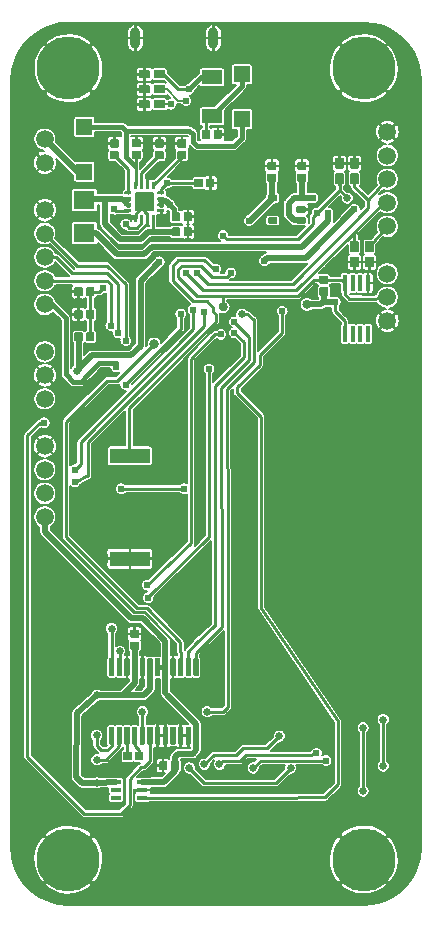
<source format=gbr>
G04 #@! TF.GenerationSoftware,KiCad,Pcbnew,5.1.8+dfsg1-1~bpo10+1*
G04 #@! TF.CreationDate,2021-01-02T21:10:29+01:00*
G04 #@! TF.ProjectId,easyhive,65617379-6869-4766-952e-6b696361645f,rev?*
G04 #@! TF.SameCoordinates,Original*
G04 #@! TF.FileFunction,Copper,L2,Bot*
G04 #@! TF.FilePolarity,Positive*
%FSLAX46Y46*%
G04 Gerber Fmt 4.6, Leading zero omitted, Abs format (unit mm)*
G04 Created by KiCad (PCBNEW 5.1.8+dfsg1-1~bpo10+1) date 2021-01-02 21:10:29*
%MOMM*%
%LPD*%
G01*
G04 APERTURE LIST*
G04 #@! TA.AperFunction,ComponentPad*
%ADD10C,1.500000*%
G04 #@! TD*
G04 #@! TA.AperFunction,ComponentPad*
%ADD11O,0.900000X1.800000*%
G04 #@! TD*
G04 #@! TA.AperFunction,SMDPad,CuDef*
%ADD12R,3.400000X1.300000*%
G04 #@! TD*
G04 #@! TA.AperFunction,SMDPad,CuDef*
%ADD13R,1.800000X1.200000*%
G04 #@! TD*
G04 #@! TA.AperFunction,SMDPad,CuDef*
%ADD14R,0.900000X0.400000*%
G04 #@! TD*
G04 #@! TA.AperFunction,SMDPad,CuDef*
%ADD15R,0.400000X1.350000*%
G04 #@! TD*
G04 #@! TA.AperFunction,ComponentPad*
%ADD16C,0.508000*%
G04 #@! TD*
G04 #@! TA.AperFunction,ComponentPad*
%ADD17C,5.334000*%
G04 #@! TD*
G04 #@! TA.AperFunction,SMDPad,CuDef*
%ADD18R,1.800000X1.600000*%
G04 #@! TD*
G04 #@! TA.AperFunction,SMDPad,CuDef*
%ADD19R,1.400000X1.400000*%
G04 #@! TD*
G04 #@! TA.AperFunction,ViaPad*
%ADD20C,0.609600*%
G04 #@! TD*
G04 #@! TA.AperFunction,ViaPad*
%ADD21C,0.654800*%
G04 #@! TD*
G04 #@! TA.AperFunction,ViaPad*
%ADD22C,0.800000*%
G04 #@! TD*
G04 #@! TA.AperFunction,Conductor*
%ADD23C,0.250000*%
G04 #@! TD*
G04 #@! TA.AperFunction,Conductor*
%ADD24C,0.200000*%
G04 #@! TD*
G04 #@! TA.AperFunction,Conductor*
%ADD25C,0.508000*%
G04 #@! TD*
G04 #@! TA.AperFunction,Conductor*
%ADD26C,0.406400*%
G04 #@! TD*
G04 #@! TA.AperFunction,Conductor*
%ADD27C,0.400000*%
G04 #@! TD*
G04 #@! TA.AperFunction,Conductor*
%ADD28C,0.504000*%
G04 #@! TD*
G04 #@! TA.AperFunction,Conductor*
%ADD29C,0.500000*%
G04 #@! TD*
G04 #@! TA.AperFunction,Conductor*
%ADD30C,0.450000*%
G04 #@! TD*
G04 #@! TA.AperFunction,Conductor*
%ADD31C,0.254000*%
G04 #@! TD*
G04 #@! TA.AperFunction,Conductor*
%ADD32C,0.203200*%
G04 #@! TD*
G04 #@! TA.AperFunction,Conductor*
%ADD33C,0.152400*%
G04 #@! TD*
G04 #@! TA.AperFunction,Conductor*
%ADD34C,0.100000*%
G04 #@! TD*
G04 APERTURE END LIST*
D10*
X163000000Y-88900000D03*
X163000000Y-90900000D03*
X163000000Y-92900000D03*
X134001100Y-109503600D03*
X134001100Y-107503600D03*
X134001100Y-105503600D03*
X134001100Y-103503600D03*
X134001100Y-99503600D03*
X134001100Y-97503600D03*
X134001100Y-95503600D03*
X134001100Y-91503600D03*
X134001100Y-89503600D03*
X134001100Y-87503600D03*
X134001100Y-85503600D03*
X134001100Y-83503600D03*
X163001100Y-84903600D03*
X163001100Y-82903600D03*
X163001100Y-80903600D03*
X163001100Y-78903600D03*
X163001100Y-76903600D03*
X134001100Y-77503600D03*
X134001100Y-79503600D03*
D11*
X141671100Y-68962600D03*
X148271100Y-68962600D03*
G04 #@! TA.AperFunction,SMDPad,CuDef*
G36*
G01*
X149498600Y-91703600D02*
X149498600Y-91703600D01*
G75*
G02*
X149098600Y-92103600I-400000J0D01*
G01*
X149098600Y-92103600D01*
G75*
G02*
X148698600Y-91703600I0J400000D01*
G01*
X148698600Y-91703600D01*
G75*
G02*
X149098600Y-91303600I400000J0D01*
G01*
X149098600Y-91303600D01*
G75*
G02*
X149498600Y-91703600I0J-400000D01*
G01*
G37*
G04 #@! TD.AperFunction*
G04 #@! TA.AperFunction,SMDPad,CuDef*
G36*
G01*
X156600000Y-91500000D02*
X156600000Y-91500000D01*
G75*
G02*
X156200000Y-91900000I-400000J0D01*
G01*
X156200000Y-91900000D01*
G75*
G02*
X155800000Y-91500000I0J400000D01*
G01*
X155800000Y-91500000D01*
G75*
G02*
X156200000Y-91100000I400000J0D01*
G01*
X156200000Y-91100000D01*
G75*
G02*
X156600000Y-91500000I0J-400000D01*
G01*
G37*
G04 #@! TD.AperFunction*
G04 #@! TA.AperFunction,SMDPad,CuDef*
G36*
G01*
X158005000Y-90140000D02*
X158005000Y-90700000D01*
G75*
G02*
X157935000Y-90770000I-70000J0D01*
G01*
X157325000Y-90770000D01*
G75*
G02*
X157255000Y-90700000I0J70000D01*
G01*
X157255000Y-90140000D01*
G75*
G02*
X157325000Y-90070000I70000J0D01*
G01*
X157935000Y-90070000D01*
G75*
G02*
X158005000Y-90140000I0J-70000D01*
G01*
G37*
G04 #@! TD.AperFunction*
G04 #@! TA.AperFunction,SMDPad,CuDef*
G36*
G01*
X158005000Y-89140000D02*
X158005000Y-89700000D01*
G75*
G02*
X157935000Y-89770000I-70000J0D01*
G01*
X157325000Y-89770000D01*
G75*
G02*
X157255000Y-89700000I0J70000D01*
G01*
X157255000Y-89140000D01*
G75*
G02*
X157325000Y-89070000I70000J0D01*
G01*
X157935000Y-89070000D01*
G75*
G02*
X158005000Y-89140000I0J-70000D01*
G01*
G37*
G04 #@! TD.AperFunction*
G04 #@! TA.AperFunction,SMDPad,CuDef*
G36*
G01*
X137571100Y-91963600D02*
X138131100Y-91963600D01*
G75*
G02*
X138201100Y-92033600I0J-70000D01*
G01*
X138201100Y-92643600D01*
G75*
G02*
X138131100Y-92713600I-70000J0D01*
G01*
X137571100Y-92713600D01*
G75*
G02*
X137501100Y-92643600I0J70000D01*
G01*
X137501100Y-92033600D01*
G75*
G02*
X137571100Y-91963600I70000J0D01*
G01*
G37*
G04 #@! TD.AperFunction*
G04 #@! TA.AperFunction,SMDPad,CuDef*
G36*
G01*
X136571100Y-91963600D02*
X137131100Y-91963600D01*
G75*
G02*
X137201100Y-92033600I0J-70000D01*
G01*
X137201100Y-92643600D01*
G75*
G02*
X137131100Y-92713600I-70000J0D01*
G01*
X136571100Y-92713600D01*
G75*
G02*
X136501100Y-92643600I0J70000D01*
G01*
X136501100Y-92033600D01*
G75*
G02*
X136571100Y-91963600I70000J0D01*
G01*
G37*
G04 #@! TD.AperFunction*
G04 #@! TA.AperFunction,SMDPad,CuDef*
G36*
G01*
X137131100Y-94618600D02*
X136571100Y-94618600D01*
G75*
G02*
X136501100Y-94548600I0J70000D01*
G01*
X136501100Y-93938600D01*
G75*
G02*
X136571100Y-93868600I70000J0D01*
G01*
X137131100Y-93868600D01*
G75*
G02*
X137201100Y-93938600I0J-70000D01*
G01*
X137201100Y-94548600D01*
G75*
G02*
X137131100Y-94618600I-70000J0D01*
G01*
G37*
G04 #@! TD.AperFunction*
G04 #@! TA.AperFunction,SMDPad,CuDef*
G36*
G01*
X138131100Y-94618600D02*
X137571100Y-94618600D01*
G75*
G02*
X137501100Y-94548600I0J70000D01*
G01*
X137501100Y-93938600D01*
G75*
G02*
X137571100Y-93868600I70000J0D01*
G01*
X138131100Y-93868600D01*
G75*
G02*
X138201100Y-93938600I0J-70000D01*
G01*
X138201100Y-94548600D01*
G75*
G02*
X138131100Y-94618600I-70000J0D01*
G01*
G37*
G04 #@! TD.AperFunction*
G04 #@! TA.AperFunction,SMDPad,CuDef*
G36*
G01*
X147291100Y-81601100D02*
X146731100Y-81601100D01*
G75*
G02*
X146661100Y-81531100I0J70000D01*
G01*
X146661100Y-80921100D01*
G75*
G02*
X146731100Y-80851100I70000J0D01*
G01*
X147291100Y-80851100D01*
G75*
G02*
X147361100Y-80921100I0J-70000D01*
G01*
X147361100Y-81531100D01*
G75*
G02*
X147291100Y-81601100I-70000J0D01*
G01*
G37*
G04 #@! TD.AperFunction*
G04 #@! TA.AperFunction,SMDPad,CuDef*
G36*
G01*
X148291100Y-81601100D02*
X147731100Y-81601100D01*
G75*
G02*
X147661100Y-81531100I0J70000D01*
G01*
X147661100Y-80921100D01*
G75*
G02*
X147731100Y-80851100I70000J0D01*
G01*
X148291100Y-80851100D01*
G75*
G02*
X148361100Y-80921100I0J-70000D01*
G01*
X148361100Y-81531100D01*
G75*
G02*
X148291100Y-81601100I-70000J0D01*
G01*
G37*
G04 #@! TD.AperFunction*
G04 #@! TA.AperFunction,SMDPad,CuDef*
G36*
G01*
X145981100Y-78588600D02*
X145981100Y-79148600D01*
G75*
G02*
X145911100Y-79218600I-70000J0D01*
G01*
X145301100Y-79218600D01*
G75*
G02*
X145231100Y-79148600I0J70000D01*
G01*
X145231100Y-78588600D01*
G75*
G02*
X145301100Y-78518600I70000J0D01*
G01*
X145911100Y-78518600D01*
G75*
G02*
X145981100Y-78588600I0J-70000D01*
G01*
G37*
G04 #@! TD.AperFunction*
G04 #@! TA.AperFunction,SMDPad,CuDef*
G36*
G01*
X145981100Y-77588600D02*
X145981100Y-78148600D01*
G75*
G02*
X145911100Y-78218600I-70000J0D01*
G01*
X145301100Y-78218600D01*
G75*
G02*
X145231100Y-78148600I0J70000D01*
G01*
X145231100Y-77588600D01*
G75*
G02*
X145301100Y-77518600I70000J0D01*
G01*
X145911100Y-77518600D01*
G75*
G02*
X145981100Y-77588600I0J-70000D01*
G01*
G37*
G04 #@! TD.AperFunction*
G04 #@! TA.AperFunction,SMDPad,CuDef*
G36*
G01*
X140266100Y-78588600D02*
X140266100Y-79148600D01*
G75*
G02*
X140196100Y-79218600I-70000J0D01*
G01*
X139586100Y-79218600D01*
G75*
G02*
X139516100Y-79148600I0J70000D01*
G01*
X139516100Y-78588600D01*
G75*
G02*
X139586100Y-78518600I70000J0D01*
G01*
X140196100Y-78518600D01*
G75*
G02*
X140266100Y-78588600I0J-70000D01*
G01*
G37*
G04 #@! TD.AperFunction*
G04 #@! TA.AperFunction,SMDPad,CuDef*
G36*
G01*
X140266100Y-77588600D02*
X140266100Y-78148600D01*
G75*
G02*
X140196100Y-78218600I-70000J0D01*
G01*
X139586100Y-78218600D01*
G75*
G02*
X139516100Y-78148600I0J70000D01*
G01*
X139516100Y-77588600D01*
G75*
G02*
X139586100Y-77518600I70000J0D01*
G01*
X140196100Y-77518600D01*
G75*
G02*
X140266100Y-77588600I0J-70000D01*
G01*
G37*
G04 #@! TD.AperFunction*
G04 #@! TA.AperFunction,SMDPad,CuDef*
G36*
G01*
X144076100Y-78588600D02*
X144076100Y-79148600D01*
G75*
G02*
X144006100Y-79218600I-70000J0D01*
G01*
X143396100Y-79218600D01*
G75*
G02*
X143326100Y-79148600I0J70000D01*
G01*
X143326100Y-78588600D01*
G75*
G02*
X143396100Y-78518600I70000J0D01*
G01*
X144006100Y-78518600D01*
G75*
G02*
X144076100Y-78588600I0J-70000D01*
G01*
G37*
G04 #@! TD.AperFunction*
G04 #@! TA.AperFunction,SMDPad,CuDef*
G36*
G01*
X144076100Y-77588600D02*
X144076100Y-78148600D01*
G75*
G02*
X144006100Y-78218600I-70000J0D01*
G01*
X143396100Y-78218600D01*
G75*
G02*
X143326100Y-78148600I0J70000D01*
G01*
X143326100Y-77588600D01*
G75*
G02*
X143396100Y-77518600I70000J0D01*
G01*
X144006100Y-77518600D01*
G75*
G02*
X144076100Y-77588600I0J-70000D01*
G01*
G37*
G04 #@! TD.AperFunction*
D12*
X141200000Y-113025000D03*
X141200000Y-104325000D03*
D13*
X148146100Y-75573600D03*
X148146100Y-72273600D03*
D14*
X142240000Y-133253000D03*
X142240000Y-132603000D03*
X142240000Y-131953000D03*
X140040000Y-133253000D03*
X140040000Y-132603000D03*
X140040000Y-131953000D03*
G04 #@! TA.AperFunction,SMDPad,CuDef*
G36*
G01*
X155364850Y-82223600D02*
X156027350Y-82223600D01*
G75*
G02*
X156096100Y-82292350I0J-68750D01*
G01*
X156096100Y-82704850D01*
G75*
G02*
X156027350Y-82773600I-68750J0D01*
G01*
X155364850Y-82773600D01*
G75*
G02*
X155296100Y-82704850I0J68750D01*
G01*
X155296100Y-82292350D01*
G75*
G02*
X155364850Y-82223600I68750J0D01*
G01*
G37*
G04 #@! TD.AperFunction*
G04 #@! TA.AperFunction,SMDPad,CuDef*
G36*
G01*
X155364850Y-84123600D02*
X156027350Y-84123600D01*
G75*
G02*
X156096100Y-84192350I0J-68750D01*
G01*
X156096100Y-84604850D01*
G75*
G02*
X156027350Y-84673600I-68750J0D01*
G01*
X155364850Y-84673600D01*
G75*
G02*
X155296100Y-84604850I0J68750D01*
G01*
X155296100Y-84192350D01*
G75*
G02*
X155364850Y-84123600I68750J0D01*
G01*
G37*
G04 #@! TD.AperFunction*
G04 #@! TA.AperFunction,SMDPad,CuDef*
G36*
G01*
X152964850Y-82223600D02*
X153627350Y-82223600D01*
G75*
G02*
X153696100Y-82292350I0J-68750D01*
G01*
X153696100Y-82704850D01*
G75*
G02*
X153627350Y-82773600I-68750J0D01*
G01*
X152964850Y-82773600D01*
G75*
G02*
X152896100Y-82704850I0J68750D01*
G01*
X152896100Y-82292350D01*
G75*
G02*
X152964850Y-82223600I68750J0D01*
G01*
G37*
G04 #@! TD.AperFunction*
G04 #@! TA.AperFunction,SMDPad,CuDef*
G36*
G01*
X155364850Y-83173600D02*
X156027350Y-83173600D01*
G75*
G02*
X156096100Y-83242350I0J-68750D01*
G01*
X156096100Y-83654850D01*
G75*
G02*
X156027350Y-83723600I-68750J0D01*
G01*
X155364850Y-83723600D01*
G75*
G02*
X155296100Y-83654850I0J68750D01*
G01*
X155296100Y-83242350D01*
G75*
G02*
X155364850Y-83173600I68750J0D01*
G01*
G37*
G04 #@! TD.AperFunction*
G04 #@! TA.AperFunction,SMDPad,CuDef*
G36*
G01*
X152964850Y-84123600D02*
X153627350Y-84123600D01*
G75*
G02*
X153696100Y-84192350I0J-68750D01*
G01*
X153696100Y-84604850D01*
G75*
G02*
X153627350Y-84673600I-68750J0D01*
G01*
X152964850Y-84673600D01*
G75*
G02*
X152896100Y-84604850I0J68750D01*
G01*
X152896100Y-84192350D01*
G75*
G02*
X152964850Y-84123600I68750J0D01*
G01*
G37*
G04 #@! TD.AperFunction*
D15*
X159400000Y-89700000D03*
X160050000Y-89700000D03*
X160700000Y-89700000D03*
X161350000Y-89700000D03*
X161350000Y-94000000D03*
X160700000Y-94000000D03*
X160050000Y-94000000D03*
X159400000Y-94000000D03*
G04 #@! TA.AperFunction,SMDPad,CuDef*
G36*
G01*
X139880000Y-121522250D02*
X139880000Y-122909750D01*
G75*
G02*
X139823750Y-122966000I-56250J0D01*
G01*
X139486250Y-122966000D01*
G75*
G02*
X139430000Y-122909750I0J56250D01*
G01*
X139430000Y-121522250D01*
G75*
G02*
X139486250Y-121466000I56250J0D01*
G01*
X139823750Y-121466000D01*
G75*
G02*
X139880000Y-121522250I0J-56250D01*
G01*
G37*
G04 #@! TD.AperFunction*
G04 #@! TA.AperFunction,SMDPad,CuDef*
G36*
G01*
X140530000Y-121522250D02*
X140530000Y-122909750D01*
G75*
G02*
X140473750Y-122966000I-56250J0D01*
G01*
X140136250Y-122966000D01*
G75*
G02*
X140080000Y-122909750I0J56250D01*
G01*
X140080000Y-121522250D01*
G75*
G02*
X140136250Y-121466000I56250J0D01*
G01*
X140473750Y-121466000D01*
G75*
G02*
X140530000Y-121522250I0J-56250D01*
G01*
G37*
G04 #@! TD.AperFunction*
G04 #@! TA.AperFunction,SMDPad,CuDef*
G36*
G01*
X141180000Y-121522250D02*
X141180000Y-122909750D01*
G75*
G02*
X141123750Y-122966000I-56250J0D01*
G01*
X140786250Y-122966000D01*
G75*
G02*
X140730000Y-122909750I0J56250D01*
G01*
X140730000Y-121522250D01*
G75*
G02*
X140786250Y-121466000I56250J0D01*
G01*
X141123750Y-121466000D01*
G75*
G02*
X141180000Y-121522250I0J-56250D01*
G01*
G37*
G04 #@! TD.AperFunction*
G04 #@! TA.AperFunction,SMDPad,CuDef*
G36*
G01*
X141830000Y-121522250D02*
X141830000Y-122909750D01*
G75*
G02*
X141773750Y-122966000I-56250J0D01*
G01*
X141436250Y-122966000D01*
G75*
G02*
X141380000Y-122909750I0J56250D01*
G01*
X141380000Y-121522250D01*
G75*
G02*
X141436250Y-121466000I56250J0D01*
G01*
X141773750Y-121466000D01*
G75*
G02*
X141830000Y-121522250I0J-56250D01*
G01*
G37*
G04 #@! TD.AperFunction*
G04 #@! TA.AperFunction,SMDPad,CuDef*
G36*
G01*
X142480000Y-121522250D02*
X142480000Y-122909750D01*
G75*
G02*
X142423750Y-122966000I-56250J0D01*
G01*
X142086250Y-122966000D01*
G75*
G02*
X142030000Y-122909750I0J56250D01*
G01*
X142030000Y-121522250D01*
G75*
G02*
X142086250Y-121466000I56250J0D01*
G01*
X142423750Y-121466000D01*
G75*
G02*
X142480000Y-121522250I0J-56250D01*
G01*
G37*
G04 #@! TD.AperFunction*
G04 #@! TA.AperFunction,SMDPad,CuDef*
G36*
G01*
X143130000Y-121522250D02*
X143130000Y-122909750D01*
G75*
G02*
X143073750Y-122966000I-56250J0D01*
G01*
X142736250Y-122966000D01*
G75*
G02*
X142680000Y-122909750I0J56250D01*
G01*
X142680000Y-121522250D01*
G75*
G02*
X142736250Y-121466000I56250J0D01*
G01*
X143073750Y-121466000D01*
G75*
G02*
X143130000Y-121522250I0J-56250D01*
G01*
G37*
G04 #@! TD.AperFunction*
G04 #@! TA.AperFunction,SMDPad,CuDef*
G36*
G01*
X143780000Y-121522250D02*
X143780000Y-122909750D01*
G75*
G02*
X143723750Y-122966000I-56250J0D01*
G01*
X143386250Y-122966000D01*
G75*
G02*
X143330000Y-122909750I0J56250D01*
G01*
X143330000Y-121522250D01*
G75*
G02*
X143386250Y-121466000I56250J0D01*
G01*
X143723750Y-121466000D01*
G75*
G02*
X143780000Y-121522250I0J-56250D01*
G01*
G37*
G04 #@! TD.AperFunction*
G04 #@! TA.AperFunction,SMDPad,CuDef*
G36*
G01*
X144430000Y-121522250D02*
X144430000Y-122909750D01*
G75*
G02*
X144373750Y-122966000I-56250J0D01*
G01*
X144036250Y-122966000D01*
G75*
G02*
X143980000Y-122909750I0J56250D01*
G01*
X143980000Y-121522250D01*
G75*
G02*
X144036250Y-121466000I56250J0D01*
G01*
X144373750Y-121466000D01*
G75*
G02*
X144430000Y-121522250I0J-56250D01*
G01*
G37*
G04 #@! TD.AperFunction*
G04 #@! TA.AperFunction,SMDPad,CuDef*
G36*
G01*
X145080000Y-121522250D02*
X145080000Y-122909750D01*
G75*
G02*
X145023750Y-122966000I-56250J0D01*
G01*
X144686250Y-122966000D01*
G75*
G02*
X144630000Y-122909750I0J56250D01*
G01*
X144630000Y-121522250D01*
G75*
G02*
X144686250Y-121466000I56250J0D01*
G01*
X145023750Y-121466000D01*
G75*
G02*
X145080000Y-121522250I0J-56250D01*
G01*
G37*
G04 #@! TD.AperFunction*
G04 #@! TA.AperFunction,SMDPad,CuDef*
G36*
G01*
X145730000Y-121522250D02*
X145730000Y-122909750D01*
G75*
G02*
X145673750Y-122966000I-56250J0D01*
G01*
X145336250Y-122966000D01*
G75*
G02*
X145280000Y-122909750I0J56250D01*
G01*
X145280000Y-121522250D01*
G75*
G02*
X145336250Y-121466000I56250J0D01*
G01*
X145673750Y-121466000D01*
G75*
G02*
X145730000Y-121522250I0J-56250D01*
G01*
G37*
G04 #@! TD.AperFunction*
G04 #@! TA.AperFunction,SMDPad,CuDef*
G36*
G01*
X146380000Y-121522250D02*
X146380000Y-122909750D01*
G75*
G02*
X146323750Y-122966000I-56250J0D01*
G01*
X145986250Y-122966000D01*
G75*
G02*
X145930000Y-122909750I0J56250D01*
G01*
X145930000Y-121522250D01*
G75*
G02*
X145986250Y-121466000I56250J0D01*
G01*
X146323750Y-121466000D01*
G75*
G02*
X146380000Y-121522250I0J-56250D01*
G01*
G37*
G04 #@! TD.AperFunction*
G04 #@! TA.AperFunction,SMDPad,CuDef*
G36*
G01*
X147030000Y-121522250D02*
X147030000Y-122909750D01*
G75*
G02*
X146973750Y-122966000I-56250J0D01*
G01*
X146636250Y-122966000D01*
G75*
G02*
X146580000Y-122909750I0J56250D01*
G01*
X146580000Y-121522250D01*
G75*
G02*
X146636250Y-121466000I56250J0D01*
G01*
X146973750Y-121466000D01*
G75*
G02*
X147030000Y-121522250I0J-56250D01*
G01*
G37*
G04 #@! TD.AperFunction*
G04 #@! TA.AperFunction,SMDPad,CuDef*
G36*
G01*
X139880000Y-127322250D02*
X139880000Y-128709750D01*
G75*
G02*
X139823750Y-128766000I-56250J0D01*
G01*
X139486250Y-128766000D01*
G75*
G02*
X139430000Y-128709750I0J56250D01*
G01*
X139430000Y-127322250D01*
G75*
G02*
X139486250Y-127266000I56250J0D01*
G01*
X139823750Y-127266000D01*
G75*
G02*
X139880000Y-127322250I0J-56250D01*
G01*
G37*
G04 #@! TD.AperFunction*
G04 #@! TA.AperFunction,SMDPad,CuDef*
G36*
G01*
X140530000Y-127322250D02*
X140530000Y-128709750D01*
G75*
G02*
X140473750Y-128766000I-56250J0D01*
G01*
X140136250Y-128766000D01*
G75*
G02*
X140080000Y-128709750I0J56250D01*
G01*
X140080000Y-127322250D01*
G75*
G02*
X140136250Y-127266000I56250J0D01*
G01*
X140473750Y-127266000D01*
G75*
G02*
X140530000Y-127322250I0J-56250D01*
G01*
G37*
G04 #@! TD.AperFunction*
G04 #@! TA.AperFunction,SMDPad,CuDef*
G36*
G01*
X141180000Y-127322250D02*
X141180000Y-128709750D01*
G75*
G02*
X141123750Y-128766000I-56250J0D01*
G01*
X140786250Y-128766000D01*
G75*
G02*
X140730000Y-128709750I0J56250D01*
G01*
X140730000Y-127322250D01*
G75*
G02*
X140786250Y-127266000I56250J0D01*
G01*
X141123750Y-127266000D01*
G75*
G02*
X141180000Y-127322250I0J-56250D01*
G01*
G37*
G04 #@! TD.AperFunction*
G04 #@! TA.AperFunction,SMDPad,CuDef*
G36*
G01*
X141830000Y-127322250D02*
X141830000Y-128709750D01*
G75*
G02*
X141773750Y-128766000I-56250J0D01*
G01*
X141436250Y-128766000D01*
G75*
G02*
X141380000Y-128709750I0J56250D01*
G01*
X141380000Y-127322250D01*
G75*
G02*
X141436250Y-127266000I56250J0D01*
G01*
X141773750Y-127266000D01*
G75*
G02*
X141830000Y-127322250I0J-56250D01*
G01*
G37*
G04 #@! TD.AperFunction*
G04 #@! TA.AperFunction,SMDPad,CuDef*
G36*
G01*
X142480000Y-127322250D02*
X142480000Y-128709750D01*
G75*
G02*
X142423750Y-128766000I-56250J0D01*
G01*
X142086250Y-128766000D01*
G75*
G02*
X142030000Y-128709750I0J56250D01*
G01*
X142030000Y-127322250D01*
G75*
G02*
X142086250Y-127266000I56250J0D01*
G01*
X142423750Y-127266000D01*
G75*
G02*
X142480000Y-127322250I0J-56250D01*
G01*
G37*
G04 #@! TD.AperFunction*
G04 #@! TA.AperFunction,SMDPad,CuDef*
G36*
G01*
X143130000Y-127322250D02*
X143130000Y-128709750D01*
G75*
G02*
X143073750Y-128766000I-56250J0D01*
G01*
X142736250Y-128766000D01*
G75*
G02*
X142680000Y-128709750I0J56250D01*
G01*
X142680000Y-127322250D01*
G75*
G02*
X142736250Y-127266000I56250J0D01*
G01*
X143073750Y-127266000D01*
G75*
G02*
X143130000Y-127322250I0J-56250D01*
G01*
G37*
G04 #@! TD.AperFunction*
G04 #@! TA.AperFunction,SMDPad,CuDef*
G36*
G01*
X143780000Y-127322250D02*
X143780000Y-128709750D01*
G75*
G02*
X143723750Y-128766000I-56250J0D01*
G01*
X143386250Y-128766000D01*
G75*
G02*
X143330000Y-128709750I0J56250D01*
G01*
X143330000Y-127322250D01*
G75*
G02*
X143386250Y-127266000I56250J0D01*
G01*
X143723750Y-127266000D01*
G75*
G02*
X143780000Y-127322250I0J-56250D01*
G01*
G37*
G04 #@! TD.AperFunction*
G04 #@! TA.AperFunction,SMDPad,CuDef*
G36*
G01*
X144430000Y-127322250D02*
X144430000Y-128709750D01*
G75*
G02*
X144373750Y-128766000I-56250J0D01*
G01*
X144036250Y-128766000D01*
G75*
G02*
X143980000Y-128709750I0J56250D01*
G01*
X143980000Y-127322250D01*
G75*
G02*
X144036250Y-127266000I56250J0D01*
G01*
X144373750Y-127266000D01*
G75*
G02*
X144430000Y-127322250I0J-56250D01*
G01*
G37*
G04 #@! TD.AperFunction*
G04 #@! TA.AperFunction,SMDPad,CuDef*
G36*
G01*
X145080000Y-127322250D02*
X145080000Y-128709750D01*
G75*
G02*
X145023750Y-128766000I-56250J0D01*
G01*
X144686250Y-128766000D01*
G75*
G02*
X144630000Y-128709750I0J56250D01*
G01*
X144630000Y-127322250D01*
G75*
G02*
X144686250Y-127266000I56250J0D01*
G01*
X145023750Y-127266000D01*
G75*
G02*
X145080000Y-127322250I0J-56250D01*
G01*
G37*
G04 #@! TD.AperFunction*
G04 #@! TA.AperFunction,SMDPad,CuDef*
G36*
G01*
X145730000Y-127322250D02*
X145730000Y-128709750D01*
G75*
G02*
X145673750Y-128766000I-56250J0D01*
G01*
X145336250Y-128766000D01*
G75*
G02*
X145280000Y-128709750I0J56250D01*
G01*
X145280000Y-127322250D01*
G75*
G02*
X145336250Y-127266000I56250J0D01*
G01*
X145673750Y-127266000D01*
G75*
G02*
X145730000Y-127322250I0J-56250D01*
G01*
G37*
G04 #@! TD.AperFunction*
G04 #@! TA.AperFunction,SMDPad,CuDef*
G36*
G01*
X146380000Y-127322250D02*
X146380000Y-128709750D01*
G75*
G02*
X146323750Y-128766000I-56250J0D01*
G01*
X145986250Y-128766000D01*
G75*
G02*
X145930000Y-128709750I0J56250D01*
G01*
X145930000Y-127322250D01*
G75*
G02*
X145986250Y-127266000I56250J0D01*
G01*
X146323750Y-127266000D01*
G75*
G02*
X146380000Y-127322250I0J-56250D01*
G01*
G37*
G04 #@! TD.AperFunction*
G04 #@! TA.AperFunction,SMDPad,CuDef*
G36*
G01*
X147030000Y-127322250D02*
X147030000Y-128709750D01*
G75*
G02*
X146973750Y-128766000I-56250J0D01*
G01*
X146636250Y-128766000D01*
G75*
G02*
X146580000Y-128709750I0J56250D01*
G01*
X146580000Y-127322250D01*
G75*
G02*
X146636250Y-127266000I56250J0D01*
G01*
X146973750Y-127266000D01*
G75*
G02*
X147030000Y-127322250I0J-56250D01*
G01*
G37*
G04 #@! TD.AperFunction*
G04 #@! TA.AperFunction,SMDPad,CuDef*
G36*
G01*
X144131100Y-82469850D02*
X144131100Y-82657350D01*
G75*
G02*
X144099850Y-82688600I-31250J0D01*
G01*
X143562350Y-82688600D01*
G75*
G02*
X143531100Y-82657350I0J31250D01*
G01*
X143531100Y-82469850D01*
G75*
G02*
X143562350Y-82438600I31250J0D01*
G01*
X144099850Y-82438600D01*
G75*
G02*
X144131100Y-82469850I0J-31250D01*
G01*
G37*
G04 #@! TD.AperFunction*
G04 #@! TA.AperFunction,SMDPad,CuDef*
G36*
G01*
X144131100Y-81969850D02*
X144131100Y-82157350D01*
G75*
G02*
X144099850Y-82188600I-31250J0D01*
G01*
X143562350Y-82188600D01*
G75*
G02*
X143531100Y-82157350I0J31250D01*
G01*
X143531100Y-81969850D01*
G75*
G02*
X143562350Y-81938600I31250J0D01*
G01*
X144099850Y-81938600D01*
G75*
G02*
X144131100Y-81969850I0J-31250D01*
G01*
G37*
G04 #@! TD.AperFunction*
G04 #@! TA.AperFunction,SMDPad,CuDef*
G36*
G01*
X144131100Y-82969850D02*
X144131100Y-83157350D01*
G75*
G02*
X144099850Y-83188600I-31250J0D01*
G01*
X143562350Y-83188600D01*
G75*
G02*
X143531100Y-83157350I0J31250D01*
G01*
X143531100Y-82969850D01*
G75*
G02*
X143562350Y-82938600I31250J0D01*
G01*
X144099850Y-82938600D01*
G75*
G02*
X144131100Y-82969850I0J-31250D01*
G01*
G37*
G04 #@! TD.AperFunction*
G04 #@! TA.AperFunction,SMDPad,CuDef*
G36*
G01*
X144131100Y-83469850D02*
X144131100Y-83657350D01*
G75*
G02*
X144099850Y-83688600I-31250J0D01*
G01*
X143562350Y-83688600D01*
G75*
G02*
X143531100Y-83657350I0J31250D01*
G01*
X143531100Y-83469850D01*
G75*
G02*
X143562350Y-83438600I31250J0D01*
G01*
X144099850Y-83438600D01*
G75*
G02*
X144131100Y-83469850I0J-31250D01*
G01*
G37*
G04 #@! TD.AperFunction*
G04 #@! TA.AperFunction,SMDPad,CuDef*
G36*
G01*
X143274850Y-84513600D02*
X143087350Y-84513600D01*
G75*
G02*
X143056100Y-84482350I0J31250D01*
G01*
X143056100Y-83944850D01*
G75*
G02*
X143087350Y-83913600I31250J0D01*
G01*
X143274850Y-83913600D01*
G75*
G02*
X143306100Y-83944850I0J-31250D01*
G01*
X143306100Y-84482350D01*
G75*
G02*
X143274850Y-84513600I-31250J0D01*
G01*
G37*
G04 #@! TD.AperFunction*
G04 #@! TA.AperFunction,SMDPad,CuDef*
G36*
G01*
X142774850Y-84513600D02*
X142587350Y-84513600D01*
G75*
G02*
X142556100Y-84482350I0J31250D01*
G01*
X142556100Y-83944850D01*
G75*
G02*
X142587350Y-83913600I31250J0D01*
G01*
X142774850Y-83913600D01*
G75*
G02*
X142806100Y-83944850I0J-31250D01*
G01*
X142806100Y-84482350D01*
G75*
G02*
X142774850Y-84513600I-31250J0D01*
G01*
G37*
G04 #@! TD.AperFunction*
G04 #@! TA.AperFunction,SMDPad,CuDef*
G36*
G01*
X142274850Y-84513600D02*
X142087350Y-84513600D01*
G75*
G02*
X142056100Y-84482350I0J31250D01*
G01*
X142056100Y-83944850D01*
G75*
G02*
X142087350Y-83913600I31250J0D01*
G01*
X142274850Y-83913600D01*
G75*
G02*
X142306100Y-83944850I0J-31250D01*
G01*
X142306100Y-84482350D01*
G75*
G02*
X142274850Y-84513600I-31250J0D01*
G01*
G37*
G04 #@! TD.AperFunction*
G04 #@! TA.AperFunction,SMDPad,CuDef*
G36*
G01*
X141774850Y-84513600D02*
X141587350Y-84513600D01*
G75*
G02*
X141556100Y-84482350I0J31250D01*
G01*
X141556100Y-83944850D01*
G75*
G02*
X141587350Y-83913600I31250J0D01*
G01*
X141774850Y-83913600D01*
G75*
G02*
X141806100Y-83944850I0J-31250D01*
G01*
X141806100Y-84482350D01*
G75*
G02*
X141774850Y-84513600I-31250J0D01*
G01*
G37*
G04 #@! TD.AperFunction*
G04 #@! TA.AperFunction,SMDPad,CuDef*
G36*
G01*
X140731100Y-83657350D02*
X140731100Y-83469850D01*
G75*
G02*
X140762350Y-83438600I31250J0D01*
G01*
X141299850Y-83438600D01*
G75*
G02*
X141331100Y-83469850I0J-31250D01*
G01*
X141331100Y-83657350D01*
G75*
G02*
X141299850Y-83688600I-31250J0D01*
G01*
X140762350Y-83688600D01*
G75*
G02*
X140731100Y-83657350I0J31250D01*
G01*
G37*
G04 #@! TD.AperFunction*
G04 #@! TA.AperFunction,SMDPad,CuDef*
G36*
G01*
X140731100Y-83157350D02*
X140731100Y-82969850D01*
G75*
G02*
X140762350Y-82938600I31250J0D01*
G01*
X141299850Y-82938600D01*
G75*
G02*
X141331100Y-82969850I0J-31250D01*
G01*
X141331100Y-83157350D01*
G75*
G02*
X141299850Y-83188600I-31250J0D01*
G01*
X140762350Y-83188600D01*
G75*
G02*
X140731100Y-83157350I0J31250D01*
G01*
G37*
G04 #@! TD.AperFunction*
G04 #@! TA.AperFunction,SMDPad,CuDef*
G36*
G01*
X140731100Y-82657350D02*
X140731100Y-82469850D01*
G75*
G02*
X140762350Y-82438600I31250J0D01*
G01*
X141299850Y-82438600D01*
G75*
G02*
X141331100Y-82469850I0J-31250D01*
G01*
X141331100Y-82657350D01*
G75*
G02*
X141299850Y-82688600I-31250J0D01*
G01*
X140762350Y-82688600D01*
G75*
G02*
X140731100Y-82657350I0J31250D01*
G01*
G37*
G04 #@! TD.AperFunction*
G04 #@! TA.AperFunction,SMDPad,CuDef*
G36*
G01*
X140731100Y-82157350D02*
X140731100Y-81969850D01*
G75*
G02*
X140762350Y-81938600I31250J0D01*
G01*
X141299850Y-81938600D01*
G75*
G02*
X141331100Y-81969850I0J-31250D01*
G01*
X141331100Y-82157350D01*
G75*
G02*
X141299850Y-82188600I-31250J0D01*
G01*
X140762350Y-82188600D01*
G75*
G02*
X140731100Y-82157350I0J31250D01*
G01*
G37*
G04 #@! TD.AperFunction*
G04 #@! TA.AperFunction,SMDPad,CuDef*
G36*
G01*
X141587350Y-81113600D02*
X141774850Y-81113600D01*
G75*
G02*
X141806100Y-81144850I0J-31250D01*
G01*
X141806100Y-81682350D01*
G75*
G02*
X141774850Y-81713600I-31250J0D01*
G01*
X141587350Y-81713600D01*
G75*
G02*
X141556100Y-81682350I0J31250D01*
G01*
X141556100Y-81144850D01*
G75*
G02*
X141587350Y-81113600I31250J0D01*
G01*
G37*
G04 #@! TD.AperFunction*
G04 #@! TA.AperFunction,SMDPad,CuDef*
G36*
G01*
X142087350Y-81113600D02*
X142274850Y-81113600D01*
G75*
G02*
X142306100Y-81144850I0J-31250D01*
G01*
X142306100Y-81682350D01*
G75*
G02*
X142274850Y-81713600I-31250J0D01*
G01*
X142087350Y-81713600D01*
G75*
G02*
X142056100Y-81682350I0J31250D01*
G01*
X142056100Y-81144850D01*
G75*
G02*
X142087350Y-81113600I31250J0D01*
G01*
G37*
G04 #@! TD.AperFunction*
G04 #@! TA.AperFunction,SMDPad,CuDef*
G36*
G01*
X142587350Y-81113600D02*
X142774850Y-81113600D01*
G75*
G02*
X142806100Y-81144850I0J-31250D01*
G01*
X142806100Y-81682350D01*
G75*
G02*
X142774850Y-81713600I-31250J0D01*
G01*
X142587350Y-81713600D01*
G75*
G02*
X142556100Y-81682350I0J31250D01*
G01*
X142556100Y-81144850D01*
G75*
G02*
X142587350Y-81113600I31250J0D01*
G01*
G37*
G04 #@! TD.AperFunction*
G04 #@! TA.AperFunction,SMDPad,CuDef*
G36*
G01*
X143087350Y-81113600D02*
X143274850Y-81113600D01*
G75*
G02*
X143306100Y-81144850I0J-31250D01*
G01*
X143306100Y-81682350D01*
G75*
G02*
X143274850Y-81713600I-31250J0D01*
G01*
X143087350Y-81713600D01*
G75*
G02*
X143056100Y-81682350I0J31250D01*
G01*
X143056100Y-81144850D01*
G75*
G02*
X143087350Y-81113600I31250J0D01*
G01*
G37*
G04 #@! TD.AperFunction*
G04 #@! TA.AperFunction,SMDPad,CuDef*
G36*
G01*
X143231100Y-82093600D02*
X143231100Y-83533600D01*
G75*
G02*
X143151100Y-83613600I-80000J0D01*
G01*
X141711100Y-83613600D01*
G75*
G02*
X141631100Y-83533600I0J80000D01*
G01*
X141631100Y-82093600D01*
G75*
G02*
X141711100Y-82013600I80000J0D01*
G01*
X143151100Y-82013600D01*
G75*
G02*
X143231100Y-82093600I0J-80000D01*
G01*
G37*
G04 #@! TD.AperFunction*
D16*
X142981100Y-82263600D03*
X142931100Y-83313600D03*
X142431100Y-82813600D03*
X141881100Y-82263600D03*
D17*
X161001100Y-138503600D03*
X161001100Y-71503600D03*
X136001100Y-71503600D03*
X135991600Y-138506200D03*
D18*
X137351100Y-85483600D03*
X137351100Y-82683600D03*
G04 #@! TA.AperFunction,SMDPad,CuDef*
G36*
G01*
X161796100Y-87058600D02*
X161166100Y-87058600D01*
G75*
G02*
X161131100Y-87023600I0J35000D01*
G01*
X161131100Y-86193600D01*
G75*
G02*
X161166100Y-86158600I35000J0D01*
G01*
X161796100Y-86158600D01*
G75*
G02*
X161831100Y-86193600I0J-35000D01*
G01*
X161831100Y-87023600D01*
G75*
G02*
X161796100Y-87058600I-35000J0D01*
G01*
G37*
G04 #@! TD.AperFunction*
G04 #@! TA.AperFunction,SMDPad,CuDef*
G36*
G01*
X161796100Y-88358600D02*
X161166100Y-88358600D01*
G75*
G02*
X161131100Y-88323600I0J35000D01*
G01*
X161131100Y-87493600D01*
G75*
G02*
X161166100Y-87458600I35000J0D01*
G01*
X161796100Y-87458600D01*
G75*
G02*
X161831100Y-87493600I0J-35000D01*
G01*
X161831100Y-88323600D01*
G75*
G02*
X161796100Y-88358600I-35000J0D01*
G01*
G37*
G04 #@! TD.AperFunction*
G04 #@! TA.AperFunction,SMDPad,CuDef*
G36*
G01*
X160526100Y-87058600D02*
X159896100Y-87058600D01*
G75*
G02*
X159861100Y-87023600I0J35000D01*
G01*
X159861100Y-86193600D01*
G75*
G02*
X159896100Y-86158600I35000J0D01*
G01*
X160526100Y-86158600D01*
G75*
G02*
X160561100Y-86193600I0J-35000D01*
G01*
X160561100Y-87023600D01*
G75*
G02*
X160526100Y-87058600I-35000J0D01*
G01*
G37*
G04 #@! TD.AperFunction*
G04 #@! TA.AperFunction,SMDPad,CuDef*
G36*
G01*
X160526100Y-88358600D02*
X159896100Y-88358600D01*
G75*
G02*
X159861100Y-88323600I0J35000D01*
G01*
X159861100Y-87493600D01*
G75*
G02*
X159896100Y-87458600I35000J0D01*
G01*
X160526100Y-87458600D01*
G75*
G02*
X160561100Y-87493600I0J-35000D01*
G01*
X160561100Y-88323600D01*
G75*
G02*
X160526100Y-88358600I-35000J0D01*
G01*
G37*
G04 #@! TD.AperFunction*
G04 #@! TA.AperFunction,SMDPad,CuDef*
G36*
G01*
X159896100Y-80408600D02*
X160526100Y-80408600D01*
G75*
G02*
X160561100Y-80443600I0J-35000D01*
G01*
X160561100Y-81273600D01*
G75*
G02*
X160526100Y-81308600I-35000J0D01*
G01*
X159896100Y-81308600D01*
G75*
G02*
X159861100Y-81273600I0J35000D01*
G01*
X159861100Y-80443600D01*
G75*
G02*
X159896100Y-80408600I35000J0D01*
G01*
G37*
G04 #@! TD.AperFunction*
G04 #@! TA.AperFunction,SMDPad,CuDef*
G36*
G01*
X159896100Y-79108600D02*
X160526100Y-79108600D01*
G75*
G02*
X160561100Y-79143600I0J-35000D01*
G01*
X160561100Y-79973600D01*
G75*
G02*
X160526100Y-80008600I-35000J0D01*
G01*
X159896100Y-80008600D01*
G75*
G02*
X159861100Y-79973600I0J35000D01*
G01*
X159861100Y-79143600D01*
G75*
G02*
X159896100Y-79108600I35000J0D01*
G01*
G37*
G04 #@! TD.AperFunction*
G04 #@! TA.AperFunction,SMDPad,CuDef*
G36*
G01*
X158626100Y-80408600D02*
X159256100Y-80408600D01*
G75*
G02*
X159291100Y-80443600I0J-35000D01*
G01*
X159291100Y-81273600D01*
G75*
G02*
X159256100Y-81308600I-35000J0D01*
G01*
X158626100Y-81308600D01*
G75*
G02*
X158591100Y-81273600I0J35000D01*
G01*
X158591100Y-80443600D01*
G75*
G02*
X158626100Y-80408600I35000J0D01*
G01*
G37*
G04 #@! TD.AperFunction*
G04 #@! TA.AperFunction,SMDPad,CuDef*
G36*
G01*
X158626100Y-79108600D02*
X159256100Y-79108600D01*
G75*
G02*
X159291100Y-79143600I0J-35000D01*
G01*
X159291100Y-79973600D01*
G75*
G02*
X159256100Y-80008600I-35000J0D01*
G01*
X158626100Y-80008600D01*
G75*
G02*
X158591100Y-79973600I0J35000D01*
G01*
X158591100Y-79143600D01*
G75*
G02*
X158626100Y-79108600I35000J0D01*
G01*
G37*
G04 #@! TD.AperFunction*
G04 #@! TA.AperFunction,SMDPad,CuDef*
G36*
G01*
X143266100Y-72333600D02*
X143266100Y-71703600D01*
G75*
G02*
X143301100Y-71668600I35000J0D01*
G01*
X144131100Y-71668600D01*
G75*
G02*
X144166100Y-71703600I0J-35000D01*
G01*
X144166100Y-72333600D01*
G75*
G02*
X144131100Y-72368600I-35000J0D01*
G01*
X143301100Y-72368600D01*
G75*
G02*
X143266100Y-72333600I0J35000D01*
G01*
G37*
G04 #@! TD.AperFunction*
G04 #@! TA.AperFunction,SMDPad,CuDef*
G36*
G01*
X141966100Y-72333600D02*
X141966100Y-71703600D01*
G75*
G02*
X142001100Y-71668600I35000J0D01*
G01*
X142831100Y-71668600D01*
G75*
G02*
X142866100Y-71703600I0J-35000D01*
G01*
X142866100Y-72333600D01*
G75*
G02*
X142831100Y-72368600I-35000J0D01*
G01*
X142001100Y-72368600D01*
G75*
G02*
X141966100Y-72333600I0J35000D01*
G01*
G37*
G04 #@! TD.AperFunction*
G04 #@! TA.AperFunction,SMDPad,CuDef*
G36*
G01*
X143266100Y-73603600D02*
X143266100Y-72973600D01*
G75*
G02*
X143301100Y-72938600I35000J0D01*
G01*
X144131100Y-72938600D01*
G75*
G02*
X144166100Y-72973600I0J-35000D01*
G01*
X144166100Y-73603600D01*
G75*
G02*
X144131100Y-73638600I-35000J0D01*
G01*
X143301100Y-73638600D01*
G75*
G02*
X143266100Y-73603600I0J35000D01*
G01*
G37*
G04 #@! TD.AperFunction*
G04 #@! TA.AperFunction,SMDPad,CuDef*
G36*
G01*
X141966100Y-73603600D02*
X141966100Y-72973600D01*
G75*
G02*
X142001100Y-72938600I35000J0D01*
G01*
X142831100Y-72938600D01*
G75*
G02*
X142866100Y-72973600I0J-35000D01*
G01*
X142866100Y-73603600D01*
G75*
G02*
X142831100Y-73638600I-35000J0D01*
G01*
X142001100Y-73638600D01*
G75*
G02*
X141966100Y-73603600I0J35000D01*
G01*
G37*
G04 #@! TD.AperFunction*
G04 #@! TA.AperFunction,SMDPad,CuDef*
G36*
G01*
X143266100Y-74873600D02*
X143266100Y-74243600D01*
G75*
G02*
X143301100Y-74208600I35000J0D01*
G01*
X144131100Y-74208600D01*
G75*
G02*
X144166100Y-74243600I0J-35000D01*
G01*
X144166100Y-74873600D01*
G75*
G02*
X144131100Y-74908600I-35000J0D01*
G01*
X143301100Y-74908600D01*
G75*
G02*
X143266100Y-74873600I0J35000D01*
G01*
G37*
G04 #@! TD.AperFunction*
G04 #@! TA.AperFunction,SMDPad,CuDef*
G36*
G01*
X141966100Y-74873600D02*
X141966100Y-74243600D01*
G75*
G02*
X142001100Y-74208600I35000J0D01*
G01*
X142831100Y-74208600D01*
G75*
G02*
X142866100Y-74243600I0J-35000D01*
G01*
X142866100Y-74873600D01*
G75*
G02*
X142831100Y-74908600I-35000J0D01*
G01*
X142001100Y-74908600D01*
G75*
G02*
X141966100Y-74873600I0J35000D01*
G01*
G37*
G04 #@! TD.AperFunction*
D19*
X150686100Y-72023600D03*
X150686100Y-75823600D03*
X137351100Y-80268600D03*
X137351100Y-76468600D03*
G04 #@! TA.AperFunction,SMDPad,CuDef*
G36*
G01*
X144298000Y-130931000D02*
X143738000Y-130931000D01*
G75*
G02*
X143668000Y-130861000I0J70000D01*
G01*
X143668000Y-130251000D01*
G75*
G02*
X143738000Y-130181000I70000J0D01*
G01*
X144298000Y-130181000D01*
G75*
G02*
X144368000Y-130251000I0J-70000D01*
G01*
X144368000Y-130861000D01*
G75*
G02*
X144298000Y-130931000I-70000J0D01*
G01*
G37*
G04 #@! TD.AperFunction*
G04 #@! TA.AperFunction,SMDPad,CuDef*
G36*
G01*
X145298000Y-130931000D02*
X144738000Y-130931000D01*
G75*
G02*
X144668000Y-130861000I0J70000D01*
G01*
X144668000Y-130251000D01*
G75*
G02*
X144738000Y-130181000I70000J0D01*
G01*
X145298000Y-130181000D01*
G75*
G02*
X145368000Y-130251000I0J-70000D01*
G01*
X145368000Y-130861000D01*
G75*
G02*
X145298000Y-130931000I-70000J0D01*
G01*
G37*
G04 #@! TD.AperFunction*
G04 #@! TA.AperFunction,SMDPad,CuDef*
G36*
G01*
X137131100Y-90808600D02*
X136571100Y-90808600D01*
G75*
G02*
X136501100Y-90738600I0J70000D01*
G01*
X136501100Y-90128600D01*
G75*
G02*
X136571100Y-90058600I70000J0D01*
G01*
X137131100Y-90058600D01*
G75*
G02*
X137201100Y-90128600I0J-70000D01*
G01*
X137201100Y-90738600D01*
G75*
G02*
X137131100Y-90808600I-70000J0D01*
G01*
G37*
G04 #@! TD.AperFunction*
G04 #@! TA.AperFunction,SMDPad,CuDef*
G36*
G01*
X138131100Y-90808600D02*
X137571100Y-90808600D01*
G75*
G02*
X137501100Y-90738600I0J70000D01*
G01*
X137501100Y-90128600D01*
G75*
G02*
X137571100Y-90058600I70000J0D01*
G01*
X138131100Y-90058600D01*
G75*
G02*
X138201100Y-90128600I0J-70000D01*
G01*
X138201100Y-90738600D01*
G75*
G02*
X138131100Y-90808600I-70000J0D01*
G01*
G37*
G04 #@! TD.AperFunction*
G04 #@! TA.AperFunction,SMDPad,CuDef*
G36*
G01*
X148366100Y-76723600D02*
X148926100Y-76723600D01*
G75*
G02*
X148996100Y-76793600I0J-70000D01*
G01*
X148996100Y-77403600D01*
G75*
G02*
X148926100Y-77473600I-70000J0D01*
G01*
X148366100Y-77473600D01*
G75*
G02*
X148296100Y-77403600I0J70000D01*
G01*
X148296100Y-76793600D01*
G75*
G02*
X148366100Y-76723600I70000J0D01*
G01*
G37*
G04 #@! TD.AperFunction*
G04 #@! TA.AperFunction,SMDPad,CuDef*
G36*
G01*
X147366100Y-76723600D02*
X147926100Y-76723600D01*
G75*
G02*
X147996100Y-76793600I0J-70000D01*
G01*
X147996100Y-77403600D01*
G75*
G02*
X147926100Y-77473600I-70000J0D01*
G01*
X147366100Y-77473600D01*
G75*
G02*
X147296100Y-77403600I0J70000D01*
G01*
X147296100Y-76793600D01*
G75*
G02*
X147366100Y-76723600I70000J0D01*
G01*
G37*
G04 #@! TD.AperFunction*
G04 #@! TA.AperFunction,SMDPad,CuDef*
G36*
G01*
X152851100Y-80053600D02*
X152851100Y-79493600D01*
G75*
G02*
X152921100Y-79423600I70000J0D01*
G01*
X153531100Y-79423600D01*
G75*
G02*
X153601100Y-79493600I0J-70000D01*
G01*
X153601100Y-80053600D01*
G75*
G02*
X153531100Y-80123600I-70000J0D01*
G01*
X152921100Y-80123600D01*
G75*
G02*
X152851100Y-80053600I0J70000D01*
G01*
G37*
G04 #@! TD.AperFunction*
G04 #@! TA.AperFunction,SMDPad,CuDef*
G36*
G01*
X152851100Y-81053600D02*
X152851100Y-80493600D01*
G75*
G02*
X152921100Y-80423600I70000J0D01*
G01*
X153531100Y-80423600D01*
G75*
G02*
X153601100Y-80493600I0J-70000D01*
G01*
X153601100Y-81053600D01*
G75*
G02*
X153531100Y-81123600I-70000J0D01*
G01*
X152921100Y-81123600D01*
G75*
G02*
X152851100Y-81053600I0J70000D01*
G01*
G37*
G04 #@! TD.AperFunction*
G04 #@! TA.AperFunction,SMDPad,CuDef*
G36*
G01*
X155391100Y-80053600D02*
X155391100Y-79493600D01*
G75*
G02*
X155461100Y-79423600I70000J0D01*
G01*
X156071100Y-79423600D01*
G75*
G02*
X156141100Y-79493600I0J-70000D01*
G01*
X156141100Y-80053600D01*
G75*
G02*
X156071100Y-80123600I-70000J0D01*
G01*
X155461100Y-80123600D01*
G75*
G02*
X155391100Y-80053600I0J70000D01*
G01*
G37*
G04 #@! TD.AperFunction*
G04 #@! TA.AperFunction,SMDPad,CuDef*
G36*
G01*
X155391100Y-81053600D02*
X155391100Y-80493600D01*
G75*
G02*
X155461100Y-80423600I70000J0D01*
G01*
X156071100Y-80423600D01*
G75*
G02*
X156141100Y-80493600I0J-70000D01*
G01*
X156141100Y-81053600D01*
G75*
G02*
X156071100Y-81123600I-70000J0D01*
G01*
X155461100Y-81123600D01*
G75*
G02*
X155391100Y-81053600I0J70000D01*
G01*
G37*
G04 #@! TD.AperFunction*
G04 #@! TA.AperFunction,SMDPad,CuDef*
G36*
G01*
X141230000Y-119676000D02*
X141230000Y-119116000D01*
G75*
G02*
X141300000Y-119046000I70000J0D01*
G01*
X141910000Y-119046000D01*
G75*
G02*
X141980000Y-119116000I0J-70000D01*
G01*
X141980000Y-119676000D01*
G75*
G02*
X141910000Y-119746000I-70000J0D01*
G01*
X141300000Y-119746000D01*
G75*
G02*
X141230000Y-119676000I0J70000D01*
G01*
G37*
G04 #@! TD.AperFunction*
G04 #@! TA.AperFunction,SMDPad,CuDef*
G36*
G01*
X141230000Y-120676000D02*
X141230000Y-120116000D01*
G75*
G02*
X141300000Y-120046000I70000J0D01*
G01*
X141910000Y-120046000D01*
G75*
G02*
X141980000Y-120116000I0J-70000D01*
G01*
X141980000Y-120676000D01*
G75*
G02*
X141910000Y-120746000I-70000J0D01*
G01*
X141300000Y-120746000D01*
G75*
G02*
X141230000Y-120676000I0J70000D01*
G01*
G37*
G04 #@! TD.AperFunction*
G04 #@! TA.AperFunction,SMDPad,CuDef*
G36*
G01*
X141275400Y-130118200D02*
X140715400Y-130118200D01*
G75*
G02*
X140645400Y-130048200I0J70000D01*
G01*
X140645400Y-129438200D01*
G75*
G02*
X140715400Y-129368200I70000J0D01*
G01*
X141275400Y-129368200D01*
G75*
G02*
X141345400Y-129438200I0J-70000D01*
G01*
X141345400Y-130048200D01*
G75*
G02*
X141275400Y-130118200I-70000J0D01*
G01*
G37*
G04 #@! TD.AperFunction*
G04 #@! TA.AperFunction,SMDPad,CuDef*
G36*
G01*
X142275400Y-130118200D02*
X141715400Y-130118200D01*
G75*
G02*
X141645400Y-130048200I0J70000D01*
G01*
X141645400Y-129438200D01*
G75*
G02*
X141715400Y-129368200I70000J0D01*
G01*
X142275400Y-129368200D01*
G75*
G02*
X142345400Y-129438200I0J-70000D01*
G01*
X142345400Y-130048200D01*
G75*
G02*
X142275400Y-130118200I-70000J0D01*
G01*
G37*
G04 #@! TD.AperFunction*
G04 #@! TA.AperFunction,SMDPad,CuDef*
G36*
G01*
X145826100Y-84978600D02*
X146386100Y-84978600D01*
G75*
G02*
X146456100Y-85048600I0J-70000D01*
G01*
X146456100Y-85658600D01*
G75*
G02*
X146386100Y-85728600I-70000J0D01*
G01*
X145826100Y-85728600D01*
G75*
G02*
X145756100Y-85658600I0J70000D01*
G01*
X145756100Y-85048600D01*
G75*
G02*
X145826100Y-84978600I70000J0D01*
G01*
G37*
G04 #@! TD.AperFunction*
G04 #@! TA.AperFunction,SMDPad,CuDef*
G36*
G01*
X144826100Y-84978600D02*
X145386100Y-84978600D01*
G75*
G02*
X145456100Y-85048600I0J-70000D01*
G01*
X145456100Y-85658600D01*
G75*
G02*
X145386100Y-85728600I-70000J0D01*
G01*
X144826100Y-85728600D01*
G75*
G02*
X144756100Y-85658600I0J70000D01*
G01*
X144756100Y-85048600D01*
G75*
G02*
X144826100Y-84978600I70000J0D01*
G01*
G37*
G04 #@! TD.AperFunction*
G04 #@! TA.AperFunction,SMDPad,CuDef*
G36*
G01*
X145826100Y-83708600D02*
X146386100Y-83708600D01*
G75*
G02*
X146456100Y-83778600I0J-70000D01*
G01*
X146456100Y-84388600D01*
G75*
G02*
X146386100Y-84458600I-70000J0D01*
G01*
X145826100Y-84458600D01*
G75*
G02*
X145756100Y-84388600I0J70000D01*
G01*
X145756100Y-83778600D01*
G75*
G02*
X145826100Y-83708600I70000J0D01*
G01*
G37*
G04 #@! TD.AperFunction*
G04 #@! TA.AperFunction,SMDPad,CuDef*
G36*
G01*
X144826100Y-83708600D02*
X145386100Y-83708600D01*
G75*
G02*
X145456100Y-83778600I0J-70000D01*
G01*
X145456100Y-84388600D01*
G75*
G02*
X145386100Y-84458600I-70000J0D01*
G01*
X144826100Y-84458600D01*
G75*
G02*
X144756100Y-84388600I0J70000D01*
G01*
X144756100Y-83778600D01*
G75*
G02*
X144826100Y-83708600I70000J0D01*
G01*
G37*
G04 #@! TD.AperFunction*
G04 #@! TA.AperFunction,SMDPad,CuDef*
G36*
G01*
X141375000Y-78130000D02*
X141375000Y-77570000D01*
G75*
G02*
X141445000Y-77500000I70000J0D01*
G01*
X142055000Y-77500000D01*
G75*
G02*
X142125000Y-77570000I0J-70000D01*
G01*
X142125000Y-78130000D01*
G75*
G02*
X142055000Y-78200000I-70000J0D01*
G01*
X141445000Y-78200000D01*
G75*
G02*
X141375000Y-78130000I0J70000D01*
G01*
G37*
G04 #@! TD.AperFunction*
G04 #@! TA.AperFunction,SMDPad,CuDef*
G36*
G01*
X141375000Y-79130000D02*
X141375000Y-78570000D01*
G75*
G02*
X141445000Y-78500000I70000J0D01*
G01*
X142055000Y-78500000D01*
G75*
G02*
X142125000Y-78570000I0J-70000D01*
G01*
X142125000Y-79130000D01*
G75*
G02*
X142055000Y-79200000I-70000J0D01*
G01*
X141445000Y-79200000D01*
G75*
G02*
X141375000Y-79130000I0J70000D01*
G01*
G37*
G04 #@! TD.AperFunction*
D20*
X144018600Y-84559850D03*
X139891100Y-84401100D03*
X142748600Y-78368600D03*
X149733600Y-77098600D03*
X149416100Y-83131100D03*
X154051000Y-106626100D03*
X158877000Y-120142000D03*
X160782600Y-108658100D03*
X160782600Y-113103100D03*
X160782600Y-118183100D03*
X143800000Y-111760000D03*
X146939000Y-123825000D03*
X149987000Y-127127000D03*
X137351100Y-87258600D03*
X138750000Y-95037350D03*
X145075000Y-98525000D03*
X135509000Y-90678000D03*
X138938600Y-81543600D03*
X145606100Y-80591100D03*
X155131100Y-128851100D03*
X143154400Y-130835400D03*
X153000000Y-130750000D03*
X156700000Y-99700000D03*
X151638600Y-82813600D03*
X145415000Y-91186000D03*
X158750000Y-106680000D03*
X152050000Y-79950000D03*
X150368000Y-108585000D03*
X137414000Y-100965000D03*
X142950000Y-120250000D03*
X143900000Y-126750000D03*
X159258000Y-88265000D03*
X150368000Y-118110000D03*
X151765000Y-120015000D03*
X161798000Y-97536000D03*
X150100000Y-99700000D03*
X136144000Y-78486000D03*
X138430000Y-125984000D03*
X138700000Y-113100000D03*
X140157200Y-102362000D03*
X151550000Y-132625000D03*
X147100000Y-102200000D03*
X164300000Y-101000000D03*
X162300000Y-101000000D03*
X162050000Y-125400000D03*
X151321100Y-84401100D03*
X152591100Y-87814850D03*
X160211100Y-83448600D03*
X140050000Y-96800000D03*
X145800000Y-107100000D03*
X140475000Y-107100000D03*
X158600000Y-91300000D03*
X155650000Y-87550000D03*
X157988600Y-83766100D03*
X156718600Y-82496100D03*
X145923600Y-88846100D03*
X146876100Y-88846100D03*
X148463600Y-88528600D03*
X157036100Y-83766100D03*
X149098600Y-85671100D03*
D21*
X159600000Y-82500000D03*
D20*
X149733600Y-88846100D03*
X144653600Y-74558600D03*
X145923600Y-74241100D03*
X146550000Y-91950000D03*
X136525000Y-105503600D03*
X147450000Y-92150000D03*
X136525000Y-106553000D03*
D21*
X147750000Y-125984000D03*
X150686100Y-92338600D03*
X142265400Y-125984000D03*
D20*
X142748000Y-116332000D03*
X147900000Y-97000000D03*
X150051100Y-93926100D03*
X150051100Y-92973600D03*
X140850000Y-98300000D03*
X145500000Y-92300000D03*
X133950000Y-101525000D03*
X140843600Y-94561100D03*
X140208600Y-93926100D03*
X139573600Y-93291100D03*
X138938600Y-90116100D03*
X144586100Y-83063600D03*
X143701100Y-87893600D03*
D21*
X136716100Y-97101100D03*
D20*
X146241100Y-73288600D03*
X144336100Y-81226100D03*
X139891100Y-83448600D03*
X140843600Y-84718600D03*
D21*
X139649200Y-118950000D03*
X140335000Y-120878600D03*
X138379200Y-128000000D03*
X138400000Y-130050000D03*
X146241100Y-130756100D03*
X154813600Y-130756100D03*
X147511100Y-130438600D03*
X153857350Y-128057350D03*
X148786100Y-130443600D03*
D20*
X157000000Y-129500000D03*
D21*
X151638600Y-130756100D03*
D20*
X157800000Y-130121100D03*
D21*
X138430000Y-124587000D03*
X138404600Y-132018000D03*
D20*
X154100000Y-92100000D03*
D22*
X143250000Y-94850000D03*
D20*
X148875000Y-94050000D03*
X142675000Y-115275000D03*
D21*
X162650000Y-126650000D03*
X162650000Y-130600000D03*
X160950000Y-127350000D03*
X160950000Y-132700000D03*
D23*
X141681100Y-83813600D02*
X142162863Y-83331837D01*
X141681100Y-84213600D02*
X141681100Y-83813600D01*
X140195899Y-84096301D02*
X139891100Y-84401100D01*
X140274310Y-84017890D02*
X140195899Y-84096301D01*
X141485390Y-84017890D02*
X140274310Y-84017890D01*
X141681100Y-84213600D02*
X141485390Y-84017890D01*
X143831100Y-84372350D02*
X144018600Y-84559850D01*
X143831100Y-83563600D02*
X143831100Y-84372350D01*
X142399699Y-83633187D02*
X142399699Y-83345001D01*
X142566512Y-83800000D02*
X142399699Y-83633187D01*
X142667500Y-83800000D02*
X142566512Y-83800000D01*
X142681100Y-83813600D02*
X142667500Y-83800000D01*
X142681100Y-84213600D02*
X142681100Y-83813600D01*
D24*
X141583000Y-132603000D02*
X141580000Y-132600000D01*
D23*
X142240000Y-132603000D02*
X141583000Y-132603000D01*
D24*
X141580000Y-132710000D02*
X141575610Y-132714390D01*
D23*
X141580000Y-132830000D02*
X141580000Y-132710000D01*
D25*
X153296100Y-82498600D02*
X153226100Y-82428600D01*
X153226100Y-82428600D02*
X153226100Y-80773600D01*
X153296100Y-82498600D02*
X151393600Y-84401100D01*
D26*
X151393600Y-84401100D02*
X151321100Y-84401100D01*
D25*
X156083600Y-87576100D02*
X152829850Y-87576100D01*
X152591100Y-87814850D02*
X152829850Y-87576100D01*
X156083600Y-87576100D02*
X160211100Y-83448600D01*
D26*
X137668600Y-97418600D02*
X137033600Y-98053600D01*
X137033600Y-98053600D02*
X136398600Y-98053600D01*
X135763600Y-97418600D02*
X135763600Y-92656100D01*
X135763600Y-92656100D02*
X134611100Y-91503600D01*
X134611100Y-91503600D02*
X134001100Y-91503600D01*
X136398600Y-98053600D02*
X135763600Y-97418600D01*
D23*
X137668600Y-97418600D02*
X137687200Y-97400000D01*
X137668600Y-97418600D02*
X137681400Y-97418600D01*
D27*
X138600000Y-96500000D02*
X140000000Y-96500000D01*
X137681400Y-97418600D02*
X138600000Y-96500000D01*
D23*
X134001100Y-110688993D02*
X134010400Y-110698293D01*
D28*
X134001100Y-109503600D02*
X134001100Y-110688993D01*
D23*
X134001100Y-110688993D02*
X134001100Y-110760100D01*
D28*
X140208000Y-116967000D02*
X134001100Y-110760100D01*
X142290800Y-118084600D02*
X141325600Y-118084600D01*
X141325600Y-118084600D02*
X140208000Y-116967000D01*
X146805000Y-127166000D02*
X146805000Y-128016000D01*
D23*
X145115000Y-130556000D02*
X145018000Y-130556000D01*
D28*
X144096000Y-131953000D02*
X142915000Y-131953000D01*
D29*
X142915000Y-131953000D02*
X142240000Y-131953000D01*
D28*
X145018000Y-131031000D02*
X144096000Y-131953000D01*
D23*
X140050000Y-96550000D02*
X140000000Y-96500000D01*
D27*
X140050000Y-96800000D02*
X140050000Y-96550000D01*
D23*
X146805000Y-127166000D02*
X146805000Y-127030000D01*
D29*
X144205000Y-119998800D02*
X144205000Y-124430000D01*
X142290800Y-118084600D02*
X144205000Y-119998800D01*
X146805000Y-127030000D02*
X144322800Y-124547800D01*
X145018000Y-131031000D02*
X145018000Y-130556000D01*
X145018000Y-130556000D02*
X145018000Y-129810000D01*
X145018000Y-129810000D02*
X145288000Y-129540000D01*
X146805000Y-128866000D02*
X146805000Y-128016000D01*
X145288000Y-129540000D02*
X146131000Y-129540000D01*
X146131000Y-129540000D02*
X146507200Y-129540000D01*
X146805000Y-129242200D02*
X146805000Y-128866000D01*
X146507200Y-129540000D02*
X146805000Y-129242200D01*
D30*
X143555000Y-122216000D02*
X144205000Y-122216000D01*
D23*
X145800000Y-107100000D02*
X140475000Y-107100000D01*
X159400000Y-94000000D02*
X159400000Y-92900000D01*
X159400000Y-92900000D02*
X159100000Y-92600000D01*
X159100000Y-92600000D02*
X158600000Y-92100000D01*
X158600000Y-92100000D02*
X158600000Y-91300000D01*
D29*
X157630000Y-91230000D02*
X157630000Y-90420000D01*
X158600000Y-91300000D02*
X157700000Y-91300000D01*
X157700000Y-91300000D02*
X157630000Y-91230000D01*
X157360000Y-91500000D02*
X157630000Y-91230000D01*
X156200000Y-91500000D02*
X157360000Y-91500000D01*
D31*
X161481100Y-86608600D02*
X163001100Y-84903600D01*
X155696100Y-82498600D02*
X155766100Y-82428600D01*
D25*
X155766100Y-82428600D02*
X155766100Y-80773600D01*
X155696100Y-84398600D02*
X155128600Y-84398600D01*
X155128600Y-84398600D02*
X154654850Y-83924850D01*
X154654850Y-83924850D02*
X154654850Y-82972350D01*
X154654850Y-82972350D02*
X155131100Y-82496100D01*
X155131100Y-82496100D02*
X155693600Y-82496100D01*
D31*
X155693600Y-82496100D02*
X155696100Y-82498600D01*
D25*
X157988600Y-84401100D02*
X157988600Y-83766100D01*
X156718600Y-82496100D02*
X155698600Y-82496100D01*
D31*
X155698600Y-82496100D02*
X155696100Y-82498600D01*
D25*
X155766100Y-86623600D02*
X157988600Y-84401100D01*
X140078600Y-87258600D02*
X138303600Y-85483600D01*
X137351100Y-85483600D02*
X138303600Y-85483600D01*
X140078600Y-87258600D02*
X142431100Y-87258600D01*
X142431100Y-87258600D02*
X143066100Y-86623600D01*
X143066100Y-86623600D02*
X155766100Y-86623600D01*
D31*
X147352350Y-90274850D02*
X145923600Y-88846100D01*
X155289850Y-90274850D02*
X160052350Y-85512350D01*
X147352350Y-90274850D02*
X155289850Y-90274850D01*
X160211100Y-86608600D02*
X160211100Y-85671100D01*
X160211100Y-85671100D02*
X160052350Y-85512350D01*
D23*
X160052350Y-85512350D02*
X160062650Y-85512350D01*
X162671400Y-82903600D02*
X163001100Y-82903600D01*
X160062650Y-85512350D02*
X162671400Y-82903600D01*
D31*
X147828600Y-89798600D02*
X146876100Y-88846100D01*
X161400000Y-83300000D02*
X155023600Y-89798600D01*
X155023600Y-89798600D02*
X147828600Y-89798600D01*
X160211100Y-81558600D02*
X160800000Y-82100000D01*
D23*
X161400000Y-83300000D02*
X161400000Y-82704700D01*
X160800000Y-82104700D02*
X161400000Y-82704700D01*
X160800000Y-82100000D02*
X160800000Y-82104700D01*
X160211100Y-81558600D02*
X160211100Y-80858600D01*
X161400000Y-82704700D02*
X163001100Y-80903600D01*
D31*
X141161100Y-104498600D02*
X141161100Y-100276100D01*
X141161100Y-100276100D02*
X148463600Y-92973600D01*
X148463600Y-92973600D02*
X148463600Y-92338600D01*
X147352350Y-91227350D02*
X146558600Y-91227350D01*
X146558600Y-91227350D02*
X144812350Y-89481100D01*
X144812350Y-89481100D02*
X144812350Y-88211100D01*
X144812350Y-88211100D02*
X145288600Y-87734850D01*
X145288600Y-87734850D02*
X147511100Y-87734850D01*
X147511100Y-87734850D02*
X148304850Y-88528600D01*
X148304850Y-88528600D02*
X148463600Y-88528600D01*
D23*
X148463600Y-92338600D02*
X148275000Y-92150000D01*
X148275000Y-92150000D02*
X148275000Y-91800000D01*
X147702350Y-91227350D02*
X147352350Y-91227350D01*
X148275000Y-91800000D02*
X147702350Y-91227350D01*
D31*
X155448600Y-85988600D02*
X149416100Y-85988600D01*
X149098600Y-85671100D02*
X149416100Y-85988600D01*
X155448600Y-85988600D02*
X156718600Y-84718600D01*
X156718600Y-84718600D02*
X156718600Y-84083600D01*
X156718600Y-84083600D02*
X157036100Y-83766100D01*
X158956100Y-81846100D02*
X157036100Y-83766100D01*
X159606100Y-82496100D02*
X158956100Y-81846100D01*
X158956100Y-81900000D02*
X158956100Y-81146100D01*
X158941100Y-80858600D02*
X158956100Y-81900000D01*
X149733600Y-88846100D02*
X149416100Y-89163600D01*
X149416100Y-89163600D02*
X148146100Y-89163600D01*
X148146100Y-89163600D02*
X147193600Y-88211100D01*
X147193600Y-88211100D02*
X145606100Y-88211100D01*
X145606100Y-88211100D02*
X145288600Y-88528600D01*
X145288600Y-88528600D02*
X145288600Y-89163600D01*
X145288600Y-89163600D02*
X146876100Y-90751100D01*
X146876100Y-90751100D02*
X149098600Y-90751100D01*
X149098600Y-90751100D02*
X155448600Y-90751100D01*
X155448600Y-90751100D02*
X156416100Y-89783600D01*
X149098600Y-91703600D02*
X149098600Y-90751100D01*
D23*
X156749700Y-89450000D02*
X158350000Y-89450000D01*
X156416100Y-89783600D02*
X156749700Y-89450000D01*
X159150000Y-89450000D02*
X159400000Y-89700000D01*
X158350000Y-89450000D02*
X159150000Y-89450000D01*
X161800000Y-91020000D02*
X163000000Y-90900000D01*
X159786801Y-91011801D02*
X161800000Y-91020000D01*
X159400000Y-89700000D02*
X159400000Y-90625000D01*
X159400000Y-90625000D02*
X159786801Y-91011801D01*
D32*
X143716100Y-74558600D02*
X144653600Y-74558600D01*
X144336100Y-73288600D02*
X143716100Y-73288600D01*
X145923600Y-74241100D02*
X145288600Y-74241100D01*
X145288600Y-74241100D02*
X144336100Y-73288600D01*
D23*
X146550000Y-92647500D02*
X146550000Y-91950000D01*
X146558600Y-92656100D02*
X146550000Y-92647500D01*
D31*
X137033600Y-103133600D02*
X146558600Y-93608600D01*
X146558600Y-93608600D02*
X146558600Y-92656100D01*
D23*
X137033600Y-104995000D02*
X136525000Y-105503600D01*
X137033600Y-103133600D02*
X137033600Y-104995000D01*
X147450000Y-92912500D02*
X147450000Y-92150000D01*
X147511100Y-92973600D02*
X147450000Y-92912500D01*
D31*
X137668600Y-105991100D02*
X137668600Y-103133600D01*
X137668600Y-103133600D02*
X147511100Y-93291100D01*
X136525000Y-106553000D02*
X137668000Y-105968800D01*
X147511100Y-93291100D02*
X147511100Y-92973600D01*
X137668000Y-105968800D02*
X137668600Y-105991100D01*
D23*
X142265400Y-128005600D02*
X142255000Y-128016000D01*
X142265400Y-125984000D02*
X142265400Y-128005600D01*
X151149113Y-92338600D02*
X150686100Y-92338600D01*
X151692619Y-92807381D02*
X151149113Y-92338600D01*
X151675000Y-92775000D02*
X151692619Y-92807381D01*
X147750000Y-125984000D02*
X149116000Y-125984000D01*
X149116000Y-125984000D02*
X149500000Y-125600000D01*
X149500000Y-125600000D02*
X149500000Y-112000000D01*
X151725000Y-96375000D02*
X151675000Y-92775000D01*
X149500000Y-112000000D02*
X149425000Y-98650000D01*
X149425000Y-98650000D02*
X151725000Y-96375000D01*
X142850000Y-116175000D02*
X142700000Y-116325000D01*
X142845201Y-116170201D02*
X142850000Y-116175000D01*
X142829799Y-116170201D02*
X142845201Y-116170201D01*
X142748000Y-116332000D02*
X142829799Y-116170201D01*
X147900000Y-111213793D02*
X142850000Y-116175000D01*
X147900000Y-97000000D02*
X147900000Y-111213793D01*
D31*
X150844850Y-95989850D02*
X148400000Y-98400000D01*
X150051100Y-93926100D02*
X150844850Y-94719850D01*
X150844850Y-94719850D02*
X150844850Y-95989850D01*
D23*
X146800000Y-120200000D02*
X146130800Y-120920600D01*
X146155000Y-120944800D02*
X146155000Y-122216000D01*
X146130800Y-120920600D02*
X146155000Y-120944800D01*
X148345454Y-118745454D02*
X146800000Y-120200000D01*
X148400000Y-98375000D02*
X148400000Y-118690908D01*
X148400000Y-118690908D02*
X148345454Y-118745454D01*
X146805000Y-120995000D02*
X146805000Y-122216000D01*
X149000000Y-118800000D02*
X146805000Y-120995000D01*
D31*
X151275000Y-94225000D02*
X150051100Y-92973600D01*
X149000000Y-118800000D02*
X148900000Y-98550000D01*
X151275000Y-96225000D02*
X151275000Y-94225000D01*
X148900000Y-98550000D02*
X151275000Y-96225000D01*
D23*
X141173200Y-133908800D02*
X141173200Y-131648200D01*
X145500000Y-93602554D02*
X140850000Y-98252554D01*
X145500000Y-92300000D02*
X145500000Y-93602554D01*
X132525000Y-102600000D02*
X132525000Y-129792093D01*
X137352907Y-134620000D02*
X140462000Y-134620000D01*
X132525000Y-129792093D02*
X137352907Y-134620000D01*
X133975000Y-101525000D02*
X133600000Y-101525000D01*
X140462000Y-134620000D02*
X141173200Y-133908800D01*
X133600000Y-101525000D02*
X132525000Y-102600000D01*
X142905000Y-130154200D02*
X142905000Y-128016000D01*
X142417800Y-130683000D02*
X142925800Y-130175000D01*
X141173200Y-131673600D02*
X142138400Y-130683000D01*
X142138400Y-130683000D02*
X142417800Y-130683000D01*
D31*
X140843600Y-94561100D02*
X140843600Y-89798600D01*
X139256100Y-88211100D02*
X136716100Y-88211100D01*
X136716100Y-88211100D02*
X134008600Y-85503600D01*
X134008600Y-85503600D02*
X134001100Y-85503600D01*
X140843600Y-89798600D02*
X139256100Y-88211100D01*
X140208600Y-93926100D02*
X140208600Y-89798600D01*
X139256100Y-88846100D02*
X136296100Y-88846100D01*
X136296100Y-88846100D02*
X134953600Y-87503600D01*
X134953600Y-87503600D02*
X134001100Y-87503600D01*
X140208600Y-89798600D02*
X139256100Y-88846100D01*
X139573600Y-93291100D02*
X139573600Y-89798600D01*
X139573600Y-89798600D02*
X139256100Y-89481100D01*
X139256100Y-89481100D02*
X134023600Y-89481100D01*
X134023600Y-89481100D02*
X134001100Y-89503600D01*
X138938600Y-90116100D02*
X138621100Y-90433600D01*
X138621100Y-90433600D02*
X137851100Y-90433600D01*
X137851100Y-94243600D02*
X137851100Y-92338600D01*
X137851100Y-92338600D02*
X137851100Y-90433600D01*
D25*
X134001100Y-77503600D02*
X136766100Y-80268600D01*
X136766100Y-80268600D02*
X137351100Y-80268600D01*
D31*
X137351100Y-76468600D02*
X137356100Y-76463600D01*
D26*
X137356100Y-76463600D02*
X140526100Y-76463600D01*
X140526100Y-76463600D02*
X140843600Y-76781100D01*
X140843600Y-76781100D02*
X140843600Y-79003600D01*
X140843600Y-79003600D02*
X141608600Y-79768600D01*
D31*
X141608600Y-79768600D02*
X141681100Y-79768600D01*
D26*
X150686100Y-75823600D02*
X150686100Y-77416100D01*
X150686100Y-77416100D02*
X150051100Y-78051100D01*
X150051100Y-78051100D02*
X146876100Y-78051100D01*
X146876100Y-78051100D02*
X146558600Y-77733600D01*
X146558600Y-77733600D02*
X146558600Y-77098600D01*
X146558600Y-77098600D02*
X146241100Y-76781100D01*
X146241100Y-76781100D02*
X140843600Y-76781100D01*
D31*
X141796100Y-78868600D02*
X141681100Y-78983600D01*
X141681100Y-78983600D02*
X141681100Y-79768600D01*
D23*
X141681100Y-81013600D02*
X141681100Y-79768600D01*
X141681100Y-81413600D02*
X141681100Y-81013600D01*
D26*
X150686100Y-72023600D02*
X150686100Y-73033600D01*
X150686100Y-73033600D02*
X148146100Y-75573600D01*
D31*
X147646100Y-77098600D02*
X147646100Y-76073600D01*
X147646100Y-76073600D02*
X148146100Y-75573600D01*
D26*
X143831100Y-82563600D02*
X143831100Y-83063600D01*
D25*
X144268600Y-82746100D02*
X144586100Y-83063600D01*
X144268600Y-82746100D02*
X143831100Y-82746100D01*
D26*
X143831100Y-83063600D02*
X143831100Y-82746100D01*
X144586100Y-83063600D02*
X144971100Y-83448600D01*
D31*
X144971100Y-83448600D02*
X144956100Y-83463600D01*
D25*
X143701100Y-87893600D02*
X142113600Y-89481100D01*
D26*
X144956100Y-83463600D02*
X144956100Y-83933600D01*
X144956100Y-83933600D02*
X145106100Y-84083600D01*
D25*
X136851100Y-96966100D02*
X136716100Y-97101100D01*
X136851100Y-94243600D02*
X136851100Y-96966100D01*
X137163600Y-96653600D02*
X136851100Y-96966100D01*
D23*
X137163600Y-96653600D02*
X137163600Y-96636400D01*
D29*
X137163600Y-96636400D02*
X138000000Y-95800000D01*
X141313600Y-95800000D02*
X142113600Y-95000000D01*
X138000000Y-95800000D02*
X141313600Y-95800000D01*
D25*
X142113600Y-89481100D02*
X142113600Y-95000000D01*
X139097350Y-82563600D02*
X137471100Y-82563600D01*
D31*
X137471100Y-82563600D02*
X137351100Y-82683600D01*
D25*
X145106100Y-85353600D02*
X143066100Y-85353600D01*
X143066100Y-85353600D02*
X142748600Y-85353600D01*
X142748600Y-85353600D02*
X142113600Y-85988600D01*
X142113600Y-85988600D02*
X140367350Y-85988600D01*
X140367350Y-85988600D02*
X139097350Y-84718600D01*
X139097350Y-84718600D02*
X139097350Y-82563600D01*
D31*
X143181100Y-85238600D02*
X143066100Y-85353600D01*
D26*
X141031100Y-83063600D02*
X140531100Y-82563600D01*
D25*
X140531100Y-82563600D02*
X139097350Y-82563600D01*
D26*
X141031100Y-82563600D02*
X140531100Y-82563600D01*
D23*
X143181100Y-84512612D02*
X143181100Y-85238600D01*
X143181100Y-84213600D02*
X143181100Y-84512612D01*
D26*
X148146100Y-72273600D02*
X147256100Y-72273600D01*
X147256100Y-72273600D02*
X146241100Y-73288600D01*
D31*
X146241100Y-73288600D02*
X145288600Y-73288600D01*
X145288600Y-73288600D02*
X144018600Y-72018600D01*
X143716100Y-72018600D02*
X144018600Y-72018600D01*
X144336100Y-81226100D02*
X143831100Y-81731100D01*
X143831100Y-81731100D02*
X143831100Y-82063600D01*
X144336100Y-81226100D02*
X147011100Y-81226100D01*
X143181100Y-81413600D02*
X145606100Y-78988600D01*
X145606100Y-78988600D02*
X145606100Y-78868600D01*
X142181100Y-81413600D02*
X142181100Y-80388600D01*
X142181100Y-80388600D02*
X143701100Y-78868600D01*
X139891100Y-78868600D02*
X141031100Y-80008600D01*
X141031100Y-80008600D02*
X141031100Y-82063600D01*
X139891100Y-83448600D02*
X140006100Y-83563600D01*
X140006100Y-83563600D02*
X141031100Y-83563600D01*
X140843600Y-84718600D02*
X141161100Y-85036100D01*
X141161100Y-85036100D02*
X141796100Y-85036100D01*
X141796100Y-85036100D02*
X142181100Y-84651100D01*
X142181100Y-84651100D02*
X142181100Y-84213600D01*
D23*
X139649200Y-122210200D02*
X139655000Y-122216000D01*
X139649200Y-118950000D02*
X139649200Y-122210200D01*
X140335000Y-122186000D02*
X140305000Y-122216000D01*
X140335000Y-120878600D02*
X140335000Y-122186000D01*
X139674600Y-128549400D02*
X139655000Y-128529800D01*
X138379200Y-128000000D02*
X138379200Y-128854200D01*
X138379200Y-128854200D02*
X138785600Y-129260600D01*
X139674600Y-128879600D02*
X139674600Y-128549400D01*
X138785600Y-129260600D02*
X139293600Y-129260600D01*
X139655000Y-128529800D02*
X139655000Y-128016000D01*
X139293600Y-129260600D02*
X139674600Y-128879600D01*
X140305000Y-128866000D02*
X140305000Y-128016000D01*
X138400000Y-130050000D02*
X139150000Y-130050000D01*
X139150000Y-130050000D02*
X140305000Y-128866000D01*
X140995400Y-128056400D02*
X140955000Y-128016000D01*
X140995400Y-129743200D02*
X140995400Y-128056400D01*
X141995400Y-129268200D02*
X141995400Y-129743200D01*
X141995400Y-129256400D02*
X141995400Y-129268200D01*
X141605000Y-128866000D02*
X141995400Y-129256400D01*
X141605000Y-128016000D02*
X141605000Y-128866000D01*
D31*
X146241100Y-130756100D02*
X147511100Y-132026100D01*
X153543600Y-132026100D02*
X154813600Y-130756100D01*
X153543600Y-132026100D02*
X147511100Y-132026100D01*
X150209850Y-129644850D02*
X148304850Y-129644850D01*
X148304850Y-129644850D02*
X147511100Y-130438600D01*
D23*
X150209850Y-129644850D02*
X150754700Y-129100000D01*
X152814700Y-129100000D02*
X153857350Y-128057350D01*
X150754700Y-129100000D02*
X152814700Y-129100000D01*
D31*
X149108600Y-130121100D02*
X148786100Y-130443600D01*
X151008600Y-129644850D02*
X150532350Y-130121100D01*
X150532350Y-130121100D02*
X149108600Y-130121100D01*
X157000000Y-129500000D02*
X156500000Y-129644850D01*
X156500000Y-129644850D02*
X151008600Y-129644850D01*
X152273600Y-130121100D02*
X151638600Y-130756100D01*
X157800000Y-130121100D02*
X152273600Y-130121100D01*
D29*
X142905000Y-124049000D02*
X142905000Y-122216000D01*
X142367000Y-124587000D02*
X142905000Y-124049000D01*
X141605000Y-123571000D02*
X141605000Y-122216000D01*
X140589000Y-124587000D02*
X142367000Y-124587000D01*
X140589000Y-124587000D02*
X141605000Y-123571000D01*
X141605000Y-122216000D02*
X141605000Y-120396000D01*
X138430000Y-124587000D02*
X140589000Y-124587000D01*
X140040000Y-131953000D02*
X138404600Y-132018000D01*
X137168000Y-132018000D02*
X138404600Y-132018000D01*
X136652000Y-131502000D02*
X137168000Y-132018000D01*
X138430000Y-124587000D02*
X136700000Y-126100000D01*
X136700000Y-126100000D02*
X136652000Y-131502000D01*
D23*
X152954200Y-133253000D02*
X142240000Y-133253000D01*
X157700000Y-133250000D02*
X152954200Y-133253000D01*
X152300000Y-117200000D02*
X158800000Y-126800000D01*
X152300000Y-101000000D02*
X152300000Y-117200000D01*
X154100000Y-93900000D02*
X152200000Y-95800000D01*
X152200000Y-95800000D02*
X152200000Y-96600000D01*
X154100000Y-92100000D02*
X154100000Y-93900000D01*
X152200000Y-96600000D02*
X150300000Y-98500000D01*
X150300000Y-98500000D02*
X150300000Y-99000000D01*
X150300000Y-99000000D02*
X152300000Y-101000000D01*
X158800000Y-132150000D02*
X157700000Y-133250000D01*
X158800000Y-126800000D02*
X158800000Y-132150000D01*
X140150000Y-97950000D02*
X143250000Y-94850000D01*
X139250000Y-97950000D02*
X140150000Y-97950000D01*
X145480800Y-120070600D02*
X142621000Y-117221000D01*
X135782013Y-111167987D02*
X135782013Y-101417987D01*
X145480800Y-120920600D02*
X145480800Y-120070600D01*
X141835026Y-117221000D02*
X135782013Y-111167987D01*
X135782013Y-101417987D02*
X139250000Y-97950000D01*
X142621000Y-117221000D02*
X141835026Y-117221000D01*
X145505000Y-120944800D02*
X145505000Y-122216000D01*
X145480800Y-120920600D02*
X145505000Y-120944800D01*
X148425000Y-94050000D02*
X148275000Y-94200000D01*
X148875000Y-94050000D02*
X148425000Y-94050000D01*
X148450000Y-94025000D02*
X148275000Y-94200000D01*
X146400000Y-111700000D02*
X142675000Y-115275000D01*
X148275000Y-94200000D02*
X146400000Y-96100000D01*
X146400000Y-96100000D02*
X146400000Y-111700000D01*
X162650000Y-126650000D02*
X162650000Y-130600000D01*
X160950000Y-127350000D02*
X160950000Y-132700000D01*
D33*
X161859640Y-67732024D02*
X162691044Y-67959471D01*
X163469034Y-68330553D01*
X164169013Y-68833539D01*
X164768856Y-69452528D01*
X165249609Y-70167966D01*
X165596070Y-70957223D01*
X165797568Y-71796523D01*
X165849900Y-72509159D01*
X165849899Y-137496871D01*
X165772676Y-138362142D01*
X165545229Y-139193544D01*
X165174147Y-139971534D01*
X164671161Y-140671513D01*
X164052172Y-141271356D01*
X163336734Y-141752109D01*
X162547477Y-142098570D01*
X161708178Y-142300068D01*
X160995555Y-142352399D01*
X136007829Y-142352399D01*
X135142558Y-142275176D01*
X134311156Y-142047729D01*
X133533166Y-141676647D01*
X132833187Y-141173661D01*
X132245759Y-140567483D01*
X133965673Y-140567483D01*
X134272130Y-140915379D01*
X134775177Y-141204539D01*
X135324970Y-141390004D01*
X135900382Y-141464646D01*
X136479299Y-141425596D01*
X137039474Y-141274355D01*
X137559379Y-141016737D01*
X137711070Y-140915379D01*
X138017527Y-140567483D01*
X138014928Y-140564883D01*
X158975173Y-140564883D01*
X159281630Y-140912779D01*
X159784677Y-141201939D01*
X160334470Y-141387404D01*
X160909882Y-141462046D01*
X161488799Y-141422996D01*
X162048974Y-141271755D01*
X162568879Y-141014137D01*
X162720570Y-140912779D01*
X163027027Y-140564883D01*
X161001100Y-138538955D01*
X158975173Y-140564883D01*
X138014928Y-140564883D01*
X135991600Y-138541555D01*
X133965673Y-140567483D01*
X132245759Y-140567483D01*
X132233344Y-140554672D01*
X131752591Y-139839234D01*
X131406130Y-139049977D01*
X131253682Y-138414982D01*
X133033154Y-138414982D01*
X133072204Y-138993899D01*
X133223445Y-139554074D01*
X133481063Y-140073979D01*
X133582421Y-140225670D01*
X133930317Y-140532127D01*
X135956245Y-138506200D01*
X136026955Y-138506200D01*
X138052883Y-140532127D01*
X138400779Y-140225670D01*
X138689939Y-139722623D01*
X138875404Y-139172830D01*
X138950046Y-138597418D01*
X138937565Y-138412382D01*
X158042654Y-138412382D01*
X158081704Y-138991299D01*
X158232945Y-139551474D01*
X158490563Y-140071379D01*
X158591921Y-140223070D01*
X158939817Y-140529527D01*
X160965745Y-138503600D01*
X161036455Y-138503600D01*
X163062383Y-140529527D01*
X163410279Y-140223070D01*
X163699439Y-139720023D01*
X163884904Y-139170230D01*
X163959546Y-138594818D01*
X163920496Y-138015901D01*
X163769255Y-137455726D01*
X163511637Y-136935821D01*
X163410279Y-136784130D01*
X163062383Y-136477673D01*
X161036455Y-138503600D01*
X160965745Y-138503600D01*
X158939817Y-136477673D01*
X158591921Y-136784130D01*
X158302761Y-137287177D01*
X158117296Y-137836970D01*
X158042654Y-138412382D01*
X138937565Y-138412382D01*
X138910996Y-138018501D01*
X138759755Y-137458326D01*
X138502137Y-136938421D01*
X138400779Y-136786730D01*
X138052883Y-136480273D01*
X136026955Y-138506200D01*
X135956245Y-138506200D01*
X133930317Y-136480273D01*
X133582421Y-136786730D01*
X133293261Y-137289777D01*
X133107796Y-137839570D01*
X133033154Y-138414982D01*
X131253682Y-138414982D01*
X131204632Y-138210678D01*
X131152301Y-137498055D01*
X131152301Y-136444917D01*
X133965673Y-136444917D01*
X135991600Y-138470845D01*
X138017527Y-136444917D01*
X138015237Y-136442317D01*
X158975173Y-136442317D01*
X161001100Y-138468245D01*
X163027027Y-136442317D01*
X162720570Y-136094421D01*
X162217523Y-135805261D01*
X161667730Y-135619796D01*
X161092318Y-135545154D01*
X160513401Y-135584204D01*
X159953226Y-135735445D01*
X159433321Y-135993063D01*
X159281630Y-136094421D01*
X158975173Y-136442317D01*
X138015237Y-136442317D01*
X137711070Y-136097021D01*
X137208023Y-135807861D01*
X136658230Y-135622396D01*
X136082818Y-135547754D01*
X135503901Y-135586804D01*
X134943726Y-135738045D01*
X134423821Y-135995663D01*
X134272130Y-136097021D01*
X133965673Y-136444917D01*
X131152301Y-136444917D01*
X131152301Y-102600000D01*
X132169691Y-102600000D01*
X132171400Y-102617352D01*
X132171401Y-129774731D01*
X132169691Y-129792093D01*
X132171401Y-129809455D01*
X132176518Y-129861411D01*
X132193717Y-129918109D01*
X132196737Y-129928064D01*
X132229571Y-129989492D01*
X132259097Y-130025469D01*
X132273759Y-130043335D01*
X132287243Y-130054401D01*
X137090599Y-134857758D01*
X137101665Y-134871242D01*
X137115149Y-134882308D01*
X137115151Y-134882310D01*
X137155507Y-134915430D01*
X137216935Y-134948264D01*
X137250262Y-134958373D01*
X137283589Y-134968483D01*
X137335545Y-134973600D01*
X137352907Y-134975310D01*
X137370269Y-134973600D01*
X140444648Y-134973600D01*
X140462000Y-134975309D01*
X140479352Y-134973600D01*
X140479362Y-134973600D01*
X140531318Y-134968483D01*
X140597971Y-134948264D01*
X140659400Y-134915429D01*
X140713242Y-134871242D01*
X140724313Y-134857752D01*
X141410957Y-134171108D01*
X141424441Y-134160042D01*
X141435509Y-134146556D01*
X141468630Y-134106200D01*
X141501463Y-134044772D01*
X141501464Y-134044771D01*
X141521683Y-133978118D01*
X141526800Y-133926162D01*
X141526800Y-133926160D01*
X141528510Y-133908800D01*
X141526800Y-133891440D01*
X141526800Y-132895093D01*
X141531362Y-132910131D01*
X141557232Y-132958531D01*
X141573688Y-132978582D01*
X141564708Y-133008187D01*
X141560294Y-133053000D01*
X141560294Y-133453000D01*
X141564708Y-133497813D01*
X141577779Y-133540905D01*
X141599006Y-133580618D01*
X141627573Y-133615427D01*
X141662382Y-133643994D01*
X141702095Y-133665221D01*
X141745187Y-133678292D01*
X141790000Y-133682706D01*
X142690000Y-133682706D01*
X142734813Y-133678292D01*
X142777905Y-133665221D01*
X142817618Y-133643994D01*
X142852427Y-133615427D01*
X142859671Y-133606600D01*
X152936960Y-133606600D01*
X152937062Y-133606610D01*
X152952881Y-133606600D01*
X152971562Y-133606600D01*
X152971683Y-133606588D01*
X157682750Y-133603610D01*
X157700000Y-133605309D01*
X157717473Y-133603588D01*
X157717585Y-133603588D01*
X157735330Y-133601829D01*
X157769316Y-133598482D01*
X157769419Y-133598451D01*
X157769538Y-133598439D01*
X157803651Y-133588067D01*
X157835971Y-133578263D01*
X157836071Y-133578210D01*
X157836178Y-133578177D01*
X157866633Y-133561874D01*
X157897399Y-133545429D01*
X157897486Y-133545357D01*
X157897586Y-133545304D01*
X157924381Y-133523285D01*
X157937756Y-133512309D01*
X157937836Y-133512229D01*
X157951400Y-133501083D01*
X157962387Y-133487678D01*
X159037758Y-132412308D01*
X159051242Y-132401242D01*
X159095429Y-132347400D01*
X159128264Y-132285971D01*
X159148483Y-132219318D01*
X159153600Y-132167362D01*
X159153600Y-132167352D01*
X159155309Y-132150000D01*
X159153600Y-132132648D01*
X159153600Y-127295239D01*
X160394000Y-127295239D01*
X160394000Y-127404761D01*
X160415367Y-127512179D01*
X160457279Y-127613365D01*
X160518127Y-127704429D01*
X160595571Y-127781873D01*
X160596400Y-127782427D01*
X160596401Y-132267572D01*
X160595571Y-132268127D01*
X160518127Y-132345571D01*
X160457279Y-132436635D01*
X160415367Y-132537821D01*
X160394000Y-132645239D01*
X160394000Y-132754761D01*
X160415367Y-132862179D01*
X160457279Y-132963365D01*
X160518127Y-133054429D01*
X160595571Y-133131873D01*
X160686635Y-133192721D01*
X160787821Y-133234633D01*
X160895239Y-133256000D01*
X161004761Y-133256000D01*
X161112179Y-133234633D01*
X161213365Y-133192721D01*
X161304429Y-133131873D01*
X161381873Y-133054429D01*
X161442721Y-132963365D01*
X161484633Y-132862179D01*
X161506000Y-132754761D01*
X161506000Y-132645239D01*
X161484633Y-132537821D01*
X161442721Y-132436635D01*
X161381873Y-132345571D01*
X161304429Y-132268127D01*
X161303600Y-132267573D01*
X161303600Y-127782427D01*
X161304429Y-127781873D01*
X161381873Y-127704429D01*
X161442721Y-127613365D01*
X161484633Y-127512179D01*
X161506000Y-127404761D01*
X161506000Y-127295239D01*
X161484633Y-127187821D01*
X161442721Y-127086635D01*
X161381873Y-126995571D01*
X161304429Y-126918127D01*
X161213365Y-126857279D01*
X161112179Y-126815367D01*
X161004761Y-126794000D01*
X160895239Y-126794000D01*
X160787821Y-126815367D01*
X160686635Y-126857279D01*
X160595571Y-126918127D01*
X160518127Y-126995571D01*
X160457279Y-127086635D01*
X160415367Y-127187821D01*
X160394000Y-127295239D01*
X159153600Y-127295239D01*
X159153600Y-126816272D01*
X159155303Y-126797822D01*
X159151797Y-126764327D01*
X159148483Y-126730682D01*
X159148165Y-126729632D01*
X159148051Y-126728547D01*
X159138076Y-126696374D01*
X159128264Y-126664029D01*
X159127748Y-126663063D01*
X159127424Y-126662019D01*
X159111323Y-126632336D01*
X159095429Y-126602600D01*
X159089388Y-126595239D01*
X162094000Y-126595239D01*
X162094000Y-126704761D01*
X162115367Y-126812179D01*
X162157279Y-126913365D01*
X162218127Y-127004429D01*
X162295571Y-127081873D01*
X162296400Y-127082427D01*
X162296401Y-130167572D01*
X162295571Y-130168127D01*
X162218127Y-130245571D01*
X162157279Y-130336635D01*
X162115367Y-130437821D01*
X162094000Y-130545239D01*
X162094000Y-130654761D01*
X162115367Y-130762179D01*
X162157279Y-130863365D01*
X162218127Y-130954429D01*
X162295571Y-131031873D01*
X162386635Y-131092721D01*
X162487821Y-131134633D01*
X162595239Y-131156000D01*
X162704761Y-131156000D01*
X162812179Y-131134633D01*
X162913365Y-131092721D01*
X163004429Y-131031873D01*
X163081873Y-130954429D01*
X163142721Y-130863365D01*
X163184633Y-130762179D01*
X163206000Y-130654761D01*
X163206000Y-130545239D01*
X163184633Y-130437821D01*
X163142721Y-130336635D01*
X163081873Y-130245571D01*
X163004429Y-130168127D01*
X163003600Y-130167573D01*
X163003600Y-127082427D01*
X163004429Y-127081873D01*
X163081873Y-127004429D01*
X163142721Y-126913365D01*
X163184633Y-126812179D01*
X163206000Y-126704761D01*
X163206000Y-126595239D01*
X163184633Y-126487821D01*
X163142721Y-126386635D01*
X163081873Y-126295571D01*
X163004429Y-126218127D01*
X162913365Y-126157279D01*
X162812179Y-126115367D01*
X162704761Y-126094000D01*
X162595239Y-126094000D01*
X162487821Y-126115367D01*
X162386635Y-126157279D01*
X162295571Y-126218127D01*
X162218127Y-126295571D01*
X162157279Y-126386635D01*
X162115367Y-126487821D01*
X162094000Y-126595239D01*
X159089388Y-126595239D01*
X159083676Y-126588280D01*
X152653600Y-117091553D01*
X152653600Y-101017351D01*
X152655309Y-100999999D01*
X152653600Y-100982647D01*
X152653600Y-100982638D01*
X152648483Y-100930682D01*
X152628264Y-100864029D01*
X152595429Y-100802600D01*
X152562309Y-100762243D01*
X152562304Y-100762238D01*
X152551241Y-100748758D01*
X152537762Y-100737696D01*
X150653600Y-98853535D01*
X150653600Y-98646465D01*
X152437758Y-96862308D01*
X152451242Y-96851242D01*
X152476022Y-96821048D01*
X152495430Y-96797400D01*
X152517834Y-96755483D01*
X152528264Y-96735971D01*
X152548483Y-96669318D01*
X152553600Y-96617362D01*
X152553600Y-96617360D01*
X152555310Y-96600000D01*
X152553600Y-96582640D01*
X152553600Y-95946465D01*
X154337758Y-94162308D01*
X154351242Y-94151242D01*
X154363775Y-94135971D01*
X154395430Y-94097400D01*
X154428263Y-94035972D01*
X154428264Y-94035971D01*
X154448483Y-93969318D01*
X154453600Y-93917362D01*
X154453600Y-93917360D01*
X154455310Y-93900000D01*
X154453600Y-93882640D01*
X154453600Y-92500742D01*
X154514319Y-92440023D01*
X154572693Y-92352660D01*
X154612902Y-92255587D01*
X154633400Y-92152535D01*
X154633400Y-92047465D01*
X154612902Y-91944413D01*
X154572693Y-91847340D01*
X154514319Y-91759977D01*
X154440023Y-91685681D01*
X154352660Y-91627307D01*
X154255587Y-91587098D01*
X154152535Y-91566600D01*
X154047465Y-91566600D01*
X153944413Y-91587098D01*
X153847340Y-91627307D01*
X153759977Y-91685681D01*
X153685681Y-91759977D01*
X153627307Y-91847340D01*
X153587098Y-91944413D01*
X153566600Y-92047465D01*
X153566600Y-92152535D01*
X153587098Y-92255587D01*
X153627307Y-92352660D01*
X153685681Y-92440023D01*
X153746400Y-92500742D01*
X153746401Y-93753533D01*
X152065570Y-95434365D01*
X152030594Y-92916179D01*
X152031250Y-92913260D01*
X152033387Y-92907989D01*
X152038865Y-92879336D01*
X152045259Y-92850855D01*
X152045398Y-92845165D01*
X152046467Y-92839576D01*
X152046250Y-92810405D01*
X152046965Y-92781224D01*
X152045991Y-92775614D01*
X152045949Y-92769925D01*
X152040043Y-92741348D01*
X152035053Y-92712597D01*
X152033005Y-92707288D01*
X152031853Y-92701714D01*
X152020492Y-92674855D01*
X152009982Y-92647612D01*
X151999130Y-92630477D01*
X151985110Y-92605102D01*
X151977300Y-92590748D01*
X151976652Y-92589794D01*
X151967659Y-92573517D01*
X151957139Y-92561056D01*
X151947973Y-92547556D01*
X151934720Y-92534499D01*
X151922728Y-92520294D01*
X151909979Y-92510124D01*
X151898356Y-92498673D01*
X151882814Y-92488455D01*
X151868278Y-92476859D01*
X151853789Y-92469371D01*
X151840155Y-92460407D01*
X151824249Y-92453957D01*
X151403122Y-92090730D01*
X151400355Y-92087358D01*
X151376806Y-92068032D01*
X151366913Y-92059499D01*
X151363360Y-92056997D01*
X151346513Y-92043171D01*
X151334946Y-92036988D01*
X151324227Y-92029440D01*
X151304312Y-92020613D01*
X151285084Y-92010336D01*
X151272529Y-92006527D01*
X151260549Y-92001218D01*
X151239298Y-91996447D01*
X151218431Y-91990117D01*
X151205376Y-91988831D01*
X151192587Y-91985960D01*
X151170808Y-91985427D01*
X151166475Y-91985000D01*
X151153381Y-91985000D01*
X151122956Y-91984255D01*
X151118664Y-91985000D01*
X151118527Y-91985000D01*
X151117973Y-91984171D01*
X151040529Y-91906727D01*
X150949465Y-91845879D01*
X150848279Y-91803967D01*
X150740861Y-91782600D01*
X150631339Y-91782600D01*
X150523921Y-91803967D01*
X150422735Y-91845879D01*
X150331671Y-91906727D01*
X150254227Y-91984171D01*
X150193379Y-92075235D01*
X150151467Y-92176421D01*
X150130100Y-92283839D01*
X150130100Y-92393361D01*
X150140891Y-92447611D01*
X150103635Y-92440200D01*
X149998565Y-92440200D01*
X149895513Y-92460698D01*
X149798440Y-92500907D01*
X149711077Y-92559281D01*
X149636781Y-92633577D01*
X149578407Y-92720940D01*
X149538198Y-92818013D01*
X149517700Y-92921065D01*
X149517700Y-93026135D01*
X149538198Y-93129187D01*
X149578407Y-93226260D01*
X149636781Y-93313623D01*
X149711077Y-93387919D01*
X149798440Y-93446293D01*
X149807027Y-93449850D01*
X149798440Y-93453407D01*
X149711077Y-93511781D01*
X149636781Y-93586077D01*
X149578407Y-93673440D01*
X149538198Y-93770513D01*
X149517700Y-93873565D01*
X149517700Y-93978635D01*
X149538198Y-94081687D01*
X149578407Y-94178760D01*
X149636781Y-94266123D01*
X149711077Y-94340419D01*
X149798440Y-94398793D01*
X149895513Y-94439002D01*
X149998565Y-94459500D01*
X150081607Y-94459500D01*
X150489250Y-94867144D01*
X150489251Y-95841064D01*
X148253600Y-98044985D01*
X148253600Y-97400742D01*
X148314319Y-97340023D01*
X148372693Y-97252660D01*
X148412902Y-97155587D01*
X148433400Y-97052535D01*
X148433400Y-96947465D01*
X148412902Y-96844413D01*
X148372693Y-96747340D01*
X148314319Y-96659977D01*
X148240023Y-96585681D01*
X148152660Y-96527307D01*
X148055587Y-96487098D01*
X147952535Y-96466600D01*
X147847465Y-96466600D01*
X147744413Y-96487098D01*
X147647340Y-96527307D01*
X147559977Y-96585681D01*
X147485681Y-96659977D01*
X147427307Y-96747340D01*
X147387098Y-96844413D01*
X147366600Y-96947465D01*
X147366600Y-97052535D01*
X147387098Y-97155587D01*
X147427307Y-97252660D01*
X147485681Y-97340023D01*
X147546400Y-97400742D01*
X147546401Y-111065485D01*
X146679973Y-111916679D01*
X146691312Y-111903428D01*
X146693107Y-111900229D01*
X146695429Y-111897400D01*
X146710123Y-111869910D01*
X146725401Y-111842687D01*
X146726537Y-111839203D01*
X146728264Y-111835971D01*
X146737324Y-111806105D01*
X146746985Y-111776462D01*
X146747419Y-111772827D01*
X146748483Y-111769318D01*
X146751544Y-111738239D01*
X146755234Y-111707300D01*
X146753600Y-111686291D01*
X146753600Y-96245096D01*
X148522882Y-94452224D01*
X148534977Y-94464319D01*
X148622340Y-94522693D01*
X148719413Y-94562902D01*
X148822465Y-94583400D01*
X148927535Y-94583400D01*
X149030587Y-94562902D01*
X149127660Y-94522693D01*
X149215023Y-94464319D01*
X149289319Y-94390023D01*
X149347693Y-94302660D01*
X149387902Y-94205587D01*
X149408400Y-94102535D01*
X149408400Y-93997465D01*
X149387902Y-93894413D01*
X149347693Y-93797340D01*
X149289319Y-93709977D01*
X149215023Y-93635681D01*
X149127660Y-93577307D01*
X149030587Y-93537098D01*
X148927535Y-93516600D01*
X148822465Y-93516600D01*
X148719413Y-93537098D01*
X148622340Y-93577307D01*
X148534977Y-93635681D01*
X148496397Y-93674261D01*
X148449999Y-93669691D01*
X148380682Y-93676518D01*
X148314028Y-93696737D01*
X148252601Y-93729571D01*
X148212244Y-93762691D01*
X148187248Y-93787687D01*
X148173758Y-93798758D01*
X148162687Y-93812248D01*
X148036416Y-93938519D01*
X148035512Y-93939271D01*
X148024112Y-93950823D01*
X148012691Y-93962244D01*
X148011949Y-93963148D01*
X146161339Y-95838434D01*
X146148758Y-95848759D01*
X146136946Y-95863152D01*
X146136122Y-95863987D01*
X146125930Y-95876576D01*
X146104571Y-95902601D01*
X146104014Y-95903643D01*
X146103270Y-95904562D01*
X146087624Y-95934307D01*
X146071736Y-95964030D01*
X146071392Y-95965164D01*
X146070844Y-95966206D01*
X146061321Y-95998364D01*
X146051517Y-96030683D01*
X146051401Y-96031862D01*
X146051066Y-96032993D01*
X146047992Y-96066475D01*
X146046400Y-96082639D01*
X146046400Y-96083814D01*
X146044698Y-96102352D01*
X146046400Y-96118534D01*
X146046401Y-106624714D01*
X145955587Y-106587098D01*
X145852535Y-106566600D01*
X145747465Y-106566600D01*
X145644413Y-106587098D01*
X145547340Y-106627307D01*
X145459977Y-106685681D01*
X145399258Y-106746400D01*
X140875742Y-106746400D01*
X140815023Y-106685681D01*
X140727660Y-106627307D01*
X140630587Y-106587098D01*
X140527535Y-106566600D01*
X140422465Y-106566600D01*
X140319413Y-106587098D01*
X140222340Y-106627307D01*
X140134977Y-106685681D01*
X140060681Y-106759977D01*
X140002307Y-106847340D01*
X139962098Y-106944413D01*
X139941600Y-107047465D01*
X139941600Y-107152535D01*
X139962098Y-107255587D01*
X140002307Y-107352660D01*
X140060681Y-107440023D01*
X140134977Y-107514319D01*
X140222340Y-107572693D01*
X140319413Y-107612902D01*
X140422465Y-107633400D01*
X140527535Y-107633400D01*
X140630587Y-107612902D01*
X140727660Y-107572693D01*
X140815023Y-107514319D01*
X140875742Y-107453600D01*
X145399258Y-107453600D01*
X145459977Y-107514319D01*
X145547340Y-107572693D01*
X145644413Y-107612902D01*
X145747465Y-107633400D01*
X145852535Y-107633400D01*
X145955587Y-107612902D01*
X146046401Y-107575286D01*
X146046401Y-111549259D01*
X142720117Y-114741600D01*
X142622465Y-114741600D01*
X142519413Y-114762098D01*
X142422340Y-114802307D01*
X142334977Y-114860681D01*
X142260681Y-114934977D01*
X142202307Y-115022340D01*
X142162098Y-115119413D01*
X142141600Y-115222465D01*
X142141600Y-115327535D01*
X142162098Y-115430587D01*
X142202307Y-115527660D01*
X142260681Y-115615023D01*
X142334977Y-115689319D01*
X142422340Y-115747693D01*
X142519413Y-115787902D01*
X142622465Y-115808400D01*
X142646196Y-115808400D01*
X142592413Y-115819098D01*
X142495340Y-115859307D01*
X142407977Y-115917681D01*
X142333681Y-115991977D01*
X142275307Y-116079340D01*
X142235098Y-116176413D01*
X142214600Y-116279465D01*
X142214600Y-116384535D01*
X142235098Y-116487587D01*
X142275307Y-116584660D01*
X142333681Y-116672023D01*
X142407977Y-116746319D01*
X142495340Y-116804693D01*
X142592413Y-116844902D01*
X142695465Y-116865400D01*
X142800535Y-116865400D01*
X142903587Y-116844902D01*
X143000660Y-116804693D01*
X143088023Y-116746319D01*
X143162319Y-116672023D01*
X143220693Y-116584660D01*
X143260902Y-116487587D01*
X143281400Y-116384535D01*
X143281400Y-116279465D01*
X143275977Y-116252202D01*
X148046401Y-111565656D01*
X148046401Y-118541335D01*
X146561621Y-119938776D01*
X146552711Y-119946657D01*
X146548989Y-119950665D01*
X146545012Y-119954408D01*
X146537204Y-119963355D01*
X145887978Y-120662448D01*
X145879558Y-120669358D01*
X145864339Y-120687903D01*
X145859883Y-120692701D01*
X145853320Y-120701329D01*
X145835371Y-120723201D01*
X145834400Y-120725018D01*
X145834400Y-120087641D01*
X145836109Y-120069965D01*
X145832693Y-120035903D01*
X145829283Y-120001282D01*
X145829189Y-120000974D01*
X145829158Y-120000660D01*
X145819166Y-119967930D01*
X145809064Y-119934629D01*
X145808913Y-119934346D01*
X145808820Y-119934042D01*
X145792528Y-119903694D01*
X145776229Y-119873200D01*
X145776026Y-119872953D01*
X145775876Y-119872673D01*
X145753937Y-119846038D01*
X145732042Y-119819358D01*
X145718313Y-119808091D01*
X142883109Y-116982999D01*
X142872242Y-116969758D01*
X142858511Y-116958490D01*
X142858287Y-116958266D01*
X142845071Y-116947459D01*
X142818400Y-116925571D01*
X142818119Y-116925421D01*
X142817871Y-116925218D01*
X142787343Y-116908970D01*
X142756971Y-116892736D01*
X142756666Y-116892643D01*
X142756385Y-116892494D01*
X142723563Y-116882602D01*
X142690318Y-116872517D01*
X142689997Y-116872485D01*
X142689694Y-116872394D01*
X142655538Y-116869092D01*
X142638362Y-116867400D01*
X142638042Y-116867400D01*
X142620366Y-116865691D01*
X142603326Y-116867400D01*
X141981492Y-116867400D01*
X138789092Y-113675000D01*
X139220052Y-113675000D01*
X139225431Y-113729615D01*
X139241362Y-113782131D01*
X139267232Y-113830531D01*
X139302047Y-113872953D01*
X139344469Y-113907768D01*
X139392869Y-113933638D01*
X139445385Y-113949569D01*
X139500000Y-113954948D01*
X141105350Y-113953600D01*
X141175000Y-113883950D01*
X141175000Y-113050000D01*
X141225000Y-113050000D01*
X141225000Y-113883950D01*
X141294650Y-113953600D01*
X142900000Y-113954948D01*
X142954615Y-113949569D01*
X143007131Y-113933638D01*
X143055531Y-113907768D01*
X143097953Y-113872953D01*
X143132768Y-113830531D01*
X143158638Y-113782131D01*
X143174569Y-113729615D01*
X143179948Y-113675000D01*
X143178600Y-113119650D01*
X143108950Y-113050000D01*
X141225000Y-113050000D01*
X141175000Y-113050000D01*
X139291050Y-113050000D01*
X139221400Y-113119650D01*
X139220052Y-113675000D01*
X138789092Y-113675000D01*
X137489092Y-112375000D01*
X139220052Y-112375000D01*
X139221400Y-112930350D01*
X139291050Y-113000000D01*
X141175000Y-113000000D01*
X141175000Y-112166050D01*
X141225000Y-112166050D01*
X141225000Y-113000000D01*
X143108950Y-113000000D01*
X143178600Y-112930350D01*
X143179948Y-112375000D01*
X143174569Y-112320385D01*
X143158638Y-112267869D01*
X143132768Y-112219469D01*
X143097953Y-112177047D01*
X143055531Y-112142232D01*
X143007131Y-112116362D01*
X142954615Y-112100431D01*
X142900000Y-112095052D01*
X141294650Y-112096400D01*
X141225000Y-112166050D01*
X141175000Y-112166050D01*
X141105350Y-112096400D01*
X139500000Y-112095052D01*
X139445385Y-112100431D01*
X139392869Y-112116362D01*
X139344469Y-112142232D01*
X139302047Y-112177047D01*
X139267232Y-112219469D01*
X139241362Y-112267869D01*
X139225431Y-112320385D01*
X139220052Y-112375000D01*
X137489092Y-112375000D01*
X136135613Y-111021522D01*
X136135613Y-106917955D01*
X136184977Y-106967319D01*
X136272340Y-107025693D01*
X136369413Y-107065902D01*
X136472465Y-107086400D01*
X136577535Y-107086400D01*
X136680587Y-107065902D01*
X136777660Y-107025693D01*
X136865023Y-106967319D01*
X136939319Y-106893023D01*
X136997693Y-106805660D01*
X137037902Y-106708587D01*
X137041972Y-106688125D01*
X137715687Y-106343782D01*
X137738309Y-106341554D01*
X137742926Y-106340153D01*
X137747710Y-106339552D01*
X137776387Y-106330003D01*
X137805339Y-106321221D01*
X137809596Y-106318946D01*
X137814169Y-106317423D01*
X137840442Y-106302458D01*
X137867115Y-106288201D01*
X137870842Y-106285142D01*
X137875035Y-106282754D01*
X137897893Y-106262942D01*
X137921262Y-106243763D01*
X137924323Y-106240034D01*
X137927967Y-106236875D01*
X137946503Y-106213008D01*
X137965701Y-106189616D01*
X137967977Y-106185358D01*
X137970932Y-106181553D01*
X137984452Y-106154535D01*
X137998721Y-106127840D01*
X138000122Y-106123221D01*
X138002279Y-106118911D01*
X138010272Y-106089762D01*
X138019054Y-106060810D01*
X138019527Y-106056008D01*
X138020802Y-106051358D01*
X138022955Y-106021201D01*
X138024200Y-106008563D01*
X138024200Y-106003768D01*
X138024541Y-105998992D01*
X138024200Y-105986324D01*
X138024200Y-103280893D01*
X140805501Y-100499592D01*
X140805500Y-103445294D01*
X139500000Y-103445294D01*
X139455187Y-103449708D01*
X139412095Y-103462779D01*
X139372382Y-103484006D01*
X139337573Y-103512573D01*
X139309006Y-103547382D01*
X139287779Y-103587095D01*
X139274708Y-103630187D01*
X139270294Y-103675000D01*
X139270294Y-104975000D01*
X139274708Y-105019813D01*
X139287779Y-105062905D01*
X139309006Y-105102618D01*
X139337573Y-105137427D01*
X139372382Y-105165994D01*
X139412095Y-105187221D01*
X139455187Y-105200292D01*
X139500000Y-105204706D01*
X142900000Y-105204706D01*
X142944813Y-105200292D01*
X142987905Y-105187221D01*
X143027618Y-105165994D01*
X143062427Y-105137427D01*
X143090994Y-105102618D01*
X143112221Y-105062905D01*
X143125292Y-105019813D01*
X143129706Y-104975000D01*
X143129706Y-103675000D01*
X143125292Y-103630187D01*
X143112221Y-103587095D01*
X143090994Y-103547382D01*
X143062427Y-103512573D01*
X143027618Y-103484006D01*
X142987905Y-103462779D01*
X142944813Y-103449708D01*
X142900000Y-103445294D01*
X141516700Y-103445294D01*
X141516700Y-100423393D01*
X148702704Y-93237390D01*
X148716262Y-93226263D01*
X148727390Y-93212704D01*
X148727395Y-93212699D01*
X148760701Y-93172116D01*
X148765177Y-93163742D01*
X148793721Y-93110340D01*
X148814054Y-93043310D01*
X148819200Y-92991063D01*
X148819200Y-92991055D01*
X148820919Y-92973600D01*
X148819200Y-92956145D01*
X148819200Y-92321137D01*
X148814054Y-92268890D01*
X148811591Y-92260769D01*
X148857621Y-92285373D01*
X148975749Y-92321207D01*
X149098599Y-92333307D01*
X149098601Y-92333307D01*
X149221451Y-92321207D01*
X149339579Y-92285373D01*
X149448447Y-92227182D01*
X149543870Y-92148870D01*
X149622182Y-92053447D01*
X149680373Y-91944579D01*
X149716207Y-91826451D01*
X149728307Y-91703601D01*
X149728307Y-91703599D01*
X149716207Y-91580749D01*
X149680373Y-91462621D01*
X149622182Y-91353753D01*
X149543870Y-91258330D01*
X149454200Y-91184739D01*
X149454200Y-91106700D01*
X155431145Y-91106700D01*
X155448600Y-91108419D01*
X155466055Y-91106700D01*
X155466063Y-91106700D01*
X155518310Y-91101554D01*
X155585340Y-91081221D01*
X155647116Y-91048201D01*
X155701263Y-91003763D01*
X155712399Y-90990194D01*
X156679895Y-90022699D01*
X156692843Y-90006922D01*
X156896165Y-89803600D01*
X157044743Y-89803600D01*
X157048108Y-89814693D01*
X157075804Y-89866508D01*
X157113076Y-89911924D01*
X157122917Y-89920000D01*
X157113076Y-89928076D01*
X157075804Y-89973492D01*
X157048108Y-90025307D01*
X157031053Y-90081530D01*
X157025294Y-90140000D01*
X157025294Y-90700000D01*
X157031053Y-90758470D01*
X157048108Y-90814693D01*
X157075804Y-90866508D01*
X157113076Y-90911924D01*
X157151400Y-90943376D01*
X157151400Y-91021400D01*
X156604657Y-91021400D01*
X156549847Y-90976418D01*
X156440979Y-90918227D01*
X156322851Y-90882393D01*
X156200001Y-90870293D01*
X156199999Y-90870293D01*
X156077149Y-90882393D01*
X155959021Y-90918227D01*
X155850153Y-90976418D01*
X155754730Y-91054730D01*
X155676418Y-91150153D01*
X155618227Y-91259021D01*
X155582393Y-91377149D01*
X155570293Y-91499999D01*
X155570293Y-91500001D01*
X155582393Y-91622851D01*
X155618227Y-91740979D01*
X155676418Y-91849847D01*
X155754730Y-91945270D01*
X155850153Y-92023582D01*
X155959021Y-92081773D01*
X156077149Y-92117607D01*
X156199999Y-92129707D01*
X156200001Y-92129707D01*
X156322851Y-92117607D01*
X156440979Y-92081773D01*
X156549847Y-92023582D01*
X156604657Y-91978600D01*
X157336504Y-91978600D01*
X157360000Y-91980914D01*
X157383496Y-91978600D01*
X157383504Y-91978600D01*
X157453822Y-91971674D01*
X157544038Y-91944308D01*
X157627182Y-91899866D01*
X157700058Y-91840058D01*
X157715042Y-91821800D01*
X157758242Y-91778600D01*
X158246400Y-91778600D01*
X158246400Y-92082648D01*
X158244691Y-92100000D01*
X158246400Y-92117352D01*
X158246400Y-92117361D01*
X158251517Y-92169317D01*
X158271736Y-92235970D01*
X158304571Y-92297399D01*
X158348758Y-92351241D01*
X158362243Y-92362308D01*
X158862243Y-92862309D01*
X158862248Y-92862313D01*
X159046401Y-93046466D01*
X159046401Y-93155328D01*
X159037573Y-93162573D01*
X159009006Y-93197382D01*
X158987779Y-93237095D01*
X158974708Y-93280187D01*
X158970294Y-93325000D01*
X158970294Y-94675000D01*
X158974708Y-94719813D01*
X158987779Y-94762905D01*
X159009006Y-94802618D01*
X159037573Y-94837427D01*
X159072382Y-94865994D01*
X159112095Y-94887221D01*
X159155187Y-94900292D01*
X159200000Y-94904706D01*
X159600000Y-94904706D01*
X159644813Y-94900292D01*
X159687905Y-94887221D01*
X159725000Y-94867393D01*
X159762095Y-94887221D01*
X159805187Y-94900292D01*
X159850000Y-94904706D01*
X160250000Y-94904706D01*
X160294813Y-94900292D01*
X160337905Y-94887221D01*
X160375000Y-94867393D01*
X160412095Y-94887221D01*
X160455187Y-94900292D01*
X160500000Y-94904706D01*
X160900000Y-94904706D01*
X160944813Y-94900292D01*
X160987905Y-94887221D01*
X161025000Y-94867393D01*
X161062095Y-94887221D01*
X161105187Y-94900292D01*
X161150000Y-94904706D01*
X161550000Y-94904706D01*
X161594813Y-94900292D01*
X161637905Y-94887221D01*
X161677618Y-94865994D01*
X161712427Y-94837427D01*
X161740994Y-94802618D01*
X161762221Y-94762905D01*
X161775292Y-94719813D01*
X161779706Y-94675000D01*
X161779706Y-93599048D01*
X162336307Y-93599048D01*
X162412881Y-93750632D01*
X162590113Y-93848828D01*
X162783096Y-93910562D01*
X162984414Y-93933461D01*
X163186332Y-93916643D01*
X163381089Y-93860758D01*
X163561201Y-93767951D01*
X163587119Y-93750632D01*
X163663693Y-93599048D01*
X163000000Y-92935355D01*
X162336307Y-93599048D01*
X161779706Y-93599048D01*
X161779706Y-93325000D01*
X161775292Y-93280187D01*
X161762221Y-93237095D01*
X161740994Y-93197382D01*
X161712427Y-93162573D01*
X161677618Y-93134006D01*
X161637905Y-93112779D01*
X161594813Y-93099708D01*
X161550000Y-93095294D01*
X161150000Y-93095294D01*
X161105187Y-93099708D01*
X161062095Y-93112779D01*
X161025000Y-93132607D01*
X160987905Y-93112779D01*
X160944813Y-93099708D01*
X160900000Y-93095294D01*
X160500000Y-93095294D01*
X160455187Y-93099708D01*
X160412095Y-93112779D01*
X160375000Y-93132607D01*
X160337905Y-93112779D01*
X160294813Y-93099708D01*
X160250000Y-93095294D01*
X159850000Y-93095294D01*
X159805187Y-93099708D01*
X159762095Y-93112779D01*
X159753600Y-93117320D01*
X159753600Y-92917351D01*
X159755309Y-92899999D01*
X159753775Y-92884414D01*
X161966539Y-92884414D01*
X161983357Y-93086332D01*
X162039242Y-93281089D01*
X162132049Y-93461201D01*
X162149368Y-93487119D01*
X162300952Y-93563693D01*
X162964645Y-92900000D01*
X163035355Y-92900000D01*
X163699048Y-93563693D01*
X163850632Y-93487119D01*
X163948828Y-93309887D01*
X164010562Y-93116904D01*
X164033461Y-92915586D01*
X164016643Y-92713668D01*
X163960758Y-92518911D01*
X163867951Y-92338799D01*
X163850632Y-92312881D01*
X163699048Y-92236307D01*
X163035355Y-92900000D01*
X162964645Y-92900000D01*
X162300952Y-92236307D01*
X162149368Y-92312881D01*
X162051172Y-92490113D01*
X161989438Y-92683096D01*
X161966539Y-92884414D01*
X159753775Y-92884414D01*
X159753600Y-92882647D01*
X159753600Y-92882638D01*
X159748483Y-92830682D01*
X159728264Y-92764029D01*
X159695429Y-92702600D01*
X159679672Y-92683400D01*
X159662309Y-92662243D01*
X159662308Y-92662242D01*
X159651242Y-92648758D01*
X159637757Y-92637691D01*
X159362313Y-92362248D01*
X159362309Y-92362243D01*
X158953600Y-91953535D01*
X158953600Y-91700742D01*
X159014319Y-91640023D01*
X159072693Y-91552660D01*
X159112902Y-91455587D01*
X159133400Y-91352535D01*
X159133400Y-91247465D01*
X159112902Y-91144413D01*
X159072693Y-91047340D01*
X159014319Y-90959977D01*
X158940023Y-90885681D01*
X158852660Y-90827307D01*
X158755587Y-90787098D01*
X158652535Y-90766600D01*
X158547465Y-90766600D01*
X158444413Y-90787098D01*
X158361601Y-90821400D01*
X158208307Y-90821400D01*
X158211892Y-90814693D01*
X158228947Y-90758470D01*
X158234706Y-90700000D01*
X158234706Y-90140000D01*
X158228947Y-90081530D01*
X158211892Y-90025307D01*
X158184196Y-89973492D01*
X158146924Y-89928076D01*
X158137083Y-89920000D01*
X158146924Y-89911924D01*
X158184196Y-89866508D01*
X158211892Y-89814693D01*
X158215257Y-89803600D01*
X158970294Y-89803600D01*
X158970294Y-90375000D01*
X158974708Y-90419813D01*
X158987779Y-90462905D01*
X159009006Y-90502618D01*
X159037573Y-90537427D01*
X159046401Y-90544672D01*
X159046401Y-90607638D01*
X159044691Y-90625000D01*
X159046401Y-90642362D01*
X159051518Y-90694318D01*
X159064951Y-90738600D01*
X159071737Y-90760971D01*
X159097196Y-90808600D01*
X159104572Y-90822400D01*
X159148759Y-90876242D01*
X159162243Y-90887308D01*
X159523985Y-91249051D01*
X159534538Y-91262017D01*
X159548527Y-91273593D01*
X159549044Y-91274110D01*
X159562075Y-91284804D01*
X159588200Y-91306423D01*
X159588836Y-91306766D01*
X159589401Y-91307230D01*
X159619610Y-91323377D01*
X159649495Y-91339508D01*
X159650188Y-91339721D01*
X159650829Y-91340064D01*
X159683476Y-91349967D01*
X159716065Y-91359998D01*
X159716788Y-91360072D01*
X159717483Y-91360283D01*
X159751347Y-91363618D01*
X159768000Y-91365327D01*
X159768727Y-91365330D01*
X159786800Y-91367110D01*
X159803438Y-91365471D01*
X161764732Y-91373459D01*
X161765702Y-91373650D01*
X161799389Y-91373600D01*
X161815922Y-91373667D01*
X161816913Y-91373573D01*
X161817908Y-91373572D01*
X161834325Y-91371930D01*
X161867898Y-91368762D01*
X161868848Y-91368478D01*
X162124242Y-91342939D01*
X162132776Y-91363541D01*
X162239872Y-91523821D01*
X162376179Y-91660128D01*
X162536459Y-91767224D01*
X162714553Y-91840993D01*
X162893925Y-91876672D01*
X162813668Y-91883357D01*
X162618911Y-91939242D01*
X162438799Y-92032049D01*
X162412881Y-92049368D01*
X162336307Y-92200952D01*
X163000000Y-92864645D01*
X163663693Y-92200952D01*
X163587119Y-92049368D01*
X163409887Y-91951172D01*
X163216904Y-91889438D01*
X163105565Y-91876774D01*
X163285447Y-91840993D01*
X163463541Y-91767224D01*
X163623821Y-91660128D01*
X163760128Y-91523821D01*
X163867224Y-91363541D01*
X163940993Y-91185447D01*
X163978600Y-90996384D01*
X163978600Y-90803616D01*
X163940993Y-90614553D01*
X163867224Y-90436459D01*
X163760128Y-90276179D01*
X163623821Y-90139872D01*
X163463541Y-90032776D01*
X163285447Y-89959007D01*
X163096384Y-89921400D01*
X162903616Y-89921400D01*
X162714553Y-89959007D01*
X162536459Y-90032776D01*
X162376179Y-90139872D01*
X162239872Y-90276179D01*
X162132776Y-90436459D01*
X162059007Y-90614553D01*
X162054099Y-90639227D01*
X161783085Y-90666329D01*
X159933863Y-90658798D01*
X159879772Y-90604706D01*
X160250000Y-90604706D01*
X160294813Y-90600292D01*
X160337905Y-90587221D01*
X160375000Y-90567393D01*
X160412095Y-90587221D01*
X160455187Y-90600292D01*
X160500000Y-90604706D01*
X160900000Y-90604706D01*
X160944813Y-90600292D01*
X160974418Y-90591312D01*
X160994469Y-90607768D01*
X161042869Y-90633638D01*
X161095385Y-90649569D01*
X161150000Y-90654948D01*
X161255350Y-90653600D01*
X161325000Y-90583950D01*
X161325000Y-89725000D01*
X161375000Y-89725000D01*
X161375000Y-90583950D01*
X161444650Y-90653600D01*
X161550000Y-90654948D01*
X161604615Y-90649569D01*
X161657131Y-90633638D01*
X161705531Y-90607768D01*
X161747953Y-90572953D01*
X161782768Y-90530531D01*
X161808638Y-90482131D01*
X161824569Y-90429615D01*
X161829948Y-90375000D01*
X161828600Y-89794650D01*
X161758950Y-89725000D01*
X161375000Y-89725000D01*
X161325000Y-89725000D01*
X161305000Y-89725000D01*
X161305000Y-89675000D01*
X161325000Y-89675000D01*
X161325000Y-88816050D01*
X161375000Y-88816050D01*
X161375000Y-89675000D01*
X161758950Y-89675000D01*
X161828600Y-89605350D01*
X161829948Y-89025000D01*
X161824569Y-88970385D01*
X161808638Y-88917869D01*
X161782768Y-88869469D01*
X161747953Y-88827047D01*
X161719403Y-88803616D01*
X162021400Y-88803616D01*
X162021400Y-88996384D01*
X162059007Y-89185447D01*
X162132776Y-89363541D01*
X162239872Y-89523821D01*
X162376179Y-89660128D01*
X162536459Y-89767224D01*
X162714553Y-89840993D01*
X162903616Y-89878600D01*
X163096384Y-89878600D01*
X163285447Y-89840993D01*
X163463541Y-89767224D01*
X163623821Y-89660128D01*
X163760128Y-89523821D01*
X163867224Y-89363541D01*
X163940993Y-89185447D01*
X163978600Y-88996384D01*
X163978600Y-88803616D01*
X163940993Y-88614553D01*
X163867224Y-88436459D01*
X163760128Y-88276179D01*
X163623821Y-88139872D01*
X163463541Y-88032776D01*
X163285447Y-87959007D01*
X163096384Y-87921400D01*
X162903616Y-87921400D01*
X162714553Y-87959007D01*
X162536459Y-88032776D01*
X162376179Y-88139872D01*
X162239872Y-88276179D01*
X162132776Y-88436459D01*
X162059007Y-88614553D01*
X162021400Y-88803616D01*
X161719403Y-88803616D01*
X161705531Y-88792232D01*
X161657131Y-88766362D01*
X161604615Y-88750431D01*
X161550000Y-88745052D01*
X161444650Y-88746400D01*
X161375000Y-88816050D01*
X161325000Y-88816050D01*
X161255350Y-88746400D01*
X161150000Y-88745052D01*
X161095385Y-88750431D01*
X161042869Y-88766362D01*
X160994469Y-88792232D01*
X160974418Y-88808688D01*
X160944813Y-88799708D01*
X160900000Y-88795294D01*
X160500000Y-88795294D01*
X160455187Y-88799708D01*
X160412095Y-88812779D01*
X160375000Y-88832607D01*
X160337905Y-88812779D01*
X160294813Y-88799708D01*
X160250000Y-88795294D01*
X159850000Y-88795294D01*
X159805187Y-88799708D01*
X159762095Y-88812779D01*
X159725000Y-88832607D01*
X159687905Y-88812779D01*
X159644813Y-88799708D01*
X159600000Y-88795294D01*
X159200000Y-88795294D01*
X159155187Y-88799708D01*
X159112095Y-88812779D01*
X159072382Y-88834006D01*
X159037573Y-88862573D01*
X159009006Y-88897382D01*
X158987779Y-88937095D01*
X158974708Y-88980187D01*
X158970294Y-89025000D01*
X158970294Y-89096400D01*
X158230412Y-89096400D01*
X158228947Y-89081530D01*
X158211892Y-89025307D01*
X158184196Y-88973492D01*
X158146924Y-88928076D01*
X158101508Y-88890804D01*
X158049693Y-88863108D01*
X157993470Y-88846053D01*
X157935000Y-88840294D01*
X157325000Y-88840294D01*
X157266530Y-88846053D01*
X157210307Y-88863108D01*
X157197801Y-88869793D01*
X157708994Y-88358600D01*
X159581152Y-88358600D01*
X159586531Y-88413215D01*
X159602462Y-88465731D01*
X159628332Y-88514131D01*
X159663147Y-88556553D01*
X159705569Y-88591368D01*
X159753969Y-88617238D01*
X159806485Y-88633169D01*
X159861100Y-88638548D01*
X160116450Y-88637200D01*
X160186100Y-88567550D01*
X160186100Y-87933600D01*
X160236100Y-87933600D01*
X160236100Y-88567550D01*
X160305750Y-88637200D01*
X160561100Y-88638548D01*
X160615715Y-88633169D01*
X160668231Y-88617238D01*
X160716631Y-88591368D01*
X160759053Y-88556553D01*
X160793868Y-88514131D01*
X160819738Y-88465731D01*
X160835669Y-88413215D01*
X160841048Y-88358600D01*
X160851152Y-88358600D01*
X160856531Y-88413215D01*
X160872462Y-88465731D01*
X160898332Y-88514131D01*
X160933147Y-88556553D01*
X160975569Y-88591368D01*
X161023969Y-88617238D01*
X161076485Y-88633169D01*
X161131100Y-88638548D01*
X161386450Y-88637200D01*
X161456100Y-88567550D01*
X161456100Y-87933600D01*
X161506100Y-87933600D01*
X161506100Y-88567550D01*
X161575750Y-88637200D01*
X161831100Y-88638548D01*
X161885715Y-88633169D01*
X161938231Y-88617238D01*
X161986631Y-88591368D01*
X162029053Y-88556553D01*
X162063868Y-88514131D01*
X162089738Y-88465731D01*
X162105669Y-88413215D01*
X162111048Y-88358600D01*
X162109700Y-88003250D01*
X162040050Y-87933600D01*
X161506100Y-87933600D01*
X161456100Y-87933600D01*
X160922150Y-87933600D01*
X160852500Y-88003250D01*
X160851152Y-88358600D01*
X160841048Y-88358600D01*
X160839700Y-88003250D01*
X160770050Y-87933600D01*
X160236100Y-87933600D01*
X160186100Y-87933600D01*
X159652150Y-87933600D01*
X159582500Y-88003250D01*
X159581152Y-88358600D01*
X157708994Y-88358600D01*
X159631394Y-86436201D01*
X159631394Y-87023600D01*
X159636480Y-87075242D01*
X159651544Y-87124899D01*
X159676005Y-87170663D01*
X159708925Y-87210775D01*
X159718712Y-87218807D01*
X159705569Y-87225832D01*
X159663147Y-87260647D01*
X159628332Y-87303069D01*
X159602462Y-87351469D01*
X159586531Y-87403985D01*
X159581152Y-87458600D01*
X159582500Y-87813950D01*
X159652150Y-87883600D01*
X160186100Y-87883600D01*
X160186100Y-87863600D01*
X160236100Y-87863600D01*
X160236100Y-87883600D01*
X160770050Y-87883600D01*
X160839700Y-87813950D01*
X160841048Y-87458600D01*
X160851152Y-87458600D01*
X160852500Y-87813950D01*
X160922150Y-87883600D01*
X161456100Y-87883600D01*
X161456100Y-87863600D01*
X161506100Y-87863600D01*
X161506100Y-87883600D01*
X162040050Y-87883600D01*
X162109700Y-87813950D01*
X162111048Y-87458600D01*
X162105669Y-87403985D01*
X162089738Y-87351469D01*
X162063868Y-87303069D01*
X162029053Y-87260647D01*
X161986631Y-87225832D01*
X161973488Y-87218807D01*
X161983275Y-87210775D01*
X162016195Y-87170663D01*
X162040656Y-87124899D01*
X162055720Y-87075242D01*
X162060806Y-87023600D01*
X162060806Y-86492713D01*
X162659381Y-85821285D01*
X162715653Y-85844593D01*
X162904716Y-85882200D01*
X163097484Y-85882200D01*
X163286547Y-85844593D01*
X163464641Y-85770824D01*
X163624921Y-85663728D01*
X163761228Y-85527421D01*
X163868324Y-85367141D01*
X163942093Y-85189047D01*
X163979700Y-84999984D01*
X163979700Y-84807216D01*
X163942093Y-84618153D01*
X163868324Y-84440059D01*
X163761228Y-84279779D01*
X163624921Y-84143472D01*
X163464641Y-84036376D01*
X163286547Y-83962607D01*
X163097484Y-83925000D01*
X162904716Y-83925000D01*
X162715653Y-83962607D01*
X162537559Y-84036376D01*
X162377279Y-84143472D01*
X162240972Y-84279779D01*
X162133876Y-84440059D01*
X162060107Y-84618153D01*
X162022500Y-84807216D01*
X162022500Y-84999984D01*
X162060107Y-85189047D01*
X162126766Y-85349975D01*
X161610663Y-85928894D01*
X161166100Y-85928894D01*
X161114458Y-85933980D01*
X161064801Y-85949044D01*
X161019037Y-85973505D01*
X160978925Y-86006425D01*
X160946005Y-86046537D01*
X160921544Y-86092301D01*
X160906480Y-86141958D01*
X160901394Y-86193600D01*
X160901394Y-87023600D01*
X160906480Y-87075242D01*
X160921544Y-87124899D01*
X160946005Y-87170663D01*
X160978925Y-87210775D01*
X160988712Y-87218807D01*
X160975569Y-87225832D01*
X160933147Y-87260647D01*
X160898332Y-87303069D01*
X160872462Y-87351469D01*
X160856531Y-87403985D01*
X160851152Y-87458600D01*
X160841048Y-87458600D01*
X160835669Y-87403985D01*
X160819738Y-87351469D01*
X160793868Y-87303069D01*
X160759053Y-87260647D01*
X160716631Y-87225832D01*
X160703488Y-87218807D01*
X160713275Y-87210775D01*
X160746195Y-87170663D01*
X160770656Y-87124899D01*
X160785720Y-87075242D01*
X160790806Y-87023600D01*
X160790806Y-86193600D01*
X160785720Y-86141958D01*
X160770656Y-86092301D01*
X160746195Y-86046537D01*
X160713275Y-86006425D01*
X160673163Y-85973505D01*
X160627399Y-85949044D01*
X160577742Y-85933980D01*
X160566700Y-85932893D01*
X160566700Y-85688552D01*
X160568419Y-85671099D01*
X160566700Y-85653646D01*
X160566700Y-85653637D01*
X160561554Y-85601390D01*
X160541221Y-85534360D01*
X160541041Y-85534024D01*
X162397696Y-83677370D01*
X162537559Y-83770824D01*
X162715653Y-83844593D01*
X162904716Y-83882200D01*
X163097484Y-83882200D01*
X163286547Y-83844593D01*
X163464641Y-83770824D01*
X163624921Y-83663728D01*
X163761228Y-83527421D01*
X163868324Y-83367141D01*
X163942093Y-83189047D01*
X163979700Y-82999984D01*
X163979700Y-82807216D01*
X163942093Y-82618153D01*
X163868324Y-82440059D01*
X163761228Y-82279779D01*
X163624921Y-82143472D01*
X163464641Y-82036376D01*
X163286547Y-81962607D01*
X163097484Y-81925000D01*
X162904716Y-81925000D01*
X162715653Y-81962607D01*
X162537559Y-82036376D01*
X162377279Y-82143472D01*
X162329951Y-82190800D01*
X162658689Y-81820998D01*
X162715653Y-81844593D01*
X162904716Y-81882200D01*
X163097484Y-81882200D01*
X163286547Y-81844593D01*
X163464641Y-81770824D01*
X163624921Y-81663728D01*
X163761228Y-81527421D01*
X163868324Y-81367141D01*
X163942093Y-81189047D01*
X163979700Y-80999984D01*
X163979700Y-80807216D01*
X163942093Y-80618153D01*
X163868324Y-80440059D01*
X163761228Y-80279779D01*
X163624921Y-80143472D01*
X163464641Y-80036376D01*
X163286547Y-79962607D01*
X163097484Y-79925000D01*
X162904716Y-79925000D01*
X162715653Y-79962607D01*
X162537559Y-80036376D01*
X162377279Y-80143472D01*
X162240972Y-80279779D01*
X162133876Y-80440059D01*
X162060107Y-80618153D01*
X162022500Y-80807216D01*
X162022500Y-80999984D01*
X162060107Y-81189047D01*
X162128167Y-81353359D01*
X161384870Y-82189505D01*
X161094188Y-81898823D01*
X161088503Y-81889184D01*
X161053523Y-81850035D01*
X160668582Y-81496144D01*
X160673163Y-81493695D01*
X160713275Y-81460775D01*
X160746195Y-81420663D01*
X160770656Y-81374899D01*
X160785720Y-81325242D01*
X160790806Y-81273600D01*
X160790806Y-80443600D01*
X160785720Y-80391958D01*
X160770656Y-80342301D01*
X160746195Y-80296537D01*
X160713275Y-80256425D01*
X160703488Y-80248393D01*
X160716631Y-80241368D01*
X160759053Y-80206553D01*
X160793868Y-80164131D01*
X160819738Y-80115731D01*
X160835669Y-80063215D01*
X160841048Y-80008600D01*
X160839700Y-79653250D01*
X160770050Y-79583600D01*
X160236100Y-79583600D01*
X160236100Y-79603600D01*
X160186100Y-79603600D01*
X160186100Y-79583600D01*
X159652150Y-79583600D01*
X159582500Y-79653250D01*
X159581152Y-80008600D01*
X159586531Y-80063215D01*
X159602462Y-80115731D01*
X159628332Y-80164131D01*
X159663147Y-80206553D01*
X159705569Y-80241368D01*
X159718712Y-80248393D01*
X159708925Y-80256425D01*
X159676005Y-80296537D01*
X159651544Y-80342301D01*
X159636480Y-80391958D01*
X159631394Y-80443600D01*
X159631394Y-81273600D01*
X159636480Y-81325242D01*
X159651544Y-81374899D01*
X159676005Y-81420663D01*
X159708925Y-81460775D01*
X159749037Y-81493695D01*
X159794801Y-81518156D01*
X159844458Y-81533220D01*
X159856301Y-81534386D01*
X159854096Y-81573602D01*
X159863882Y-81642963D01*
X159887012Y-81709081D01*
X159922597Y-81769415D01*
X159957577Y-81808564D01*
X160535790Y-82340140D01*
X160548759Y-82355942D01*
X160562243Y-82367008D01*
X161046401Y-82851167D01*
X161046400Y-83152640D01*
X160744500Y-83460326D01*
X160744500Y-83396065D01*
X160724002Y-83293013D01*
X160683793Y-83195940D01*
X160625419Y-83108577D01*
X160551123Y-83034281D01*
X160463760Y-82975907D01*
X160366687Y-82935698D01*
X160263635Y-82915200D01*
X160158565Y-82915200D01*
X160055513Y-82935698D01*
X159958440Y-82975907D01*
X159871077Y-83034281D01*
X159796781Y-83108577D01*
X159738407Y-83195940D01*
X159708105Y-83269096D01*
X158456694Y-84520507D01*
X158464217Y-84495707D01*
X158473535Y-84401100D01*
X158471200Y-84377393D01*
X158471200Y-83994842D01*
X158501502Y-83921687D01*
X158522000Y-83818635D01*
X158522000Y-83713565D01*
X158501502Y-83610513D01*
X158461293Y-83513440D01*
X158402919Y-83426077D01*
X158328623Y-83351781D01*
X158241260Y-83293407D01*
X158144187Y-83253198D01*
X158067207Y-83237886D01*
X158956100Y-82348994D01*
X159045385Y-82438278D01*
X159044000Y-82445239D01*
X159044000Y-82554761D01*
X159065367Y-82662179D01*
X159107279Y-82763365D01*
X159168127Y-82854429D01*
X159245571Y-82931873D01*
X159336635Y-82992721D01*
X159437821Y-83034633D01*
X159545239Y-83056000D01*
X159654761Y-83056000D01*
X159762179Y-83034633D01*
X159863365Y-82992721D01*
X159954429Y-82931873D01*
X160031873Y-82854429D01*
X160092721Y-82763365D01*
X160134633Y-82662179D01*
X160156000Y-82554761D01*
X160156000Y-82445239D01*
X160134633Y-82337821D01*
X160092721Y-82236635D01*
X160031873Y-82145571D01*
X159954429Y-82068127D01*
X159863365Y-82007279D01*
X159762179Y-81965367D01*
X159654761Y-81944000D01*
X159556894Y-81944000D01*
X159311700Y-81698807D01*
X159311700Y-81532019D01*
X159357399Y-81518156D01*
X159403163Y-81493695D01*
X159443275Y-81460775D01*
X159476195Y-81420663D01*
X159500656Y-81374899D01*
X159515720Y-81325242D01*
X159520806Y-81273600D01*
X159520806Y-80443600D01*
X159515720Y-80391958D01*
X159500656Y-80342301D01*
X159476195Y-80296537D01*
X159443275Y-80256425D01*
X159433488Y-80248393D01*
X159446631Y-80241368D01*
X159489053Y-80206553D01*
X159523868Y-80164131D01*
X159549738Y-80115731D01*
X159565669Y-80063215D01*
X159571048Y-80008600D01*
X159569700Y-79653250D01*
X159500050Y-79583600D01*
X158966100Y-79583600D01*
X158966100Y-79603600D01*
X158916100Y-79603600D01*
X158916100Y-79583600D01*
X158382150Y-79583600D01*
X158312500Y-79653250D01*
X158311152Y-80008600D01*
X158316531Y-80063215D01*
X158332462Y-80115731D01*
X158358332Y-80164131D01*
X158393147Y-80206553D01*
X158435569Y-80241368D01*
X158448712Y-80248393D01*
X158438925Y-80256425D01*
X158406005Y-80296537D01*
X158381544Y-80342301D01*
X158366480Y-80391958D01*
X158361394Y-80443600D01*
X158361394Y-81273600D01*
X158366480Y-81325242D01*
X158381544Y-81374899D01*
X158406005Y-81420663D01*
X158438925Y-81460775D01*
X158479037Y-81493695D01*
X158524801Y-81518156D01*
X158574458Y-81533220D01*
X158595210Y-81535264D01*
X158597607Y-81701699D01*
X157066607Y-83232700D01*
X156983565Y-83232700D01*
X156880513Y-83253198D01*
X156783440Y-83293407D01*
X156696077Y-83351781D01*
X156621781Y-83426077D01*
X156563407Y-83513440D01*
X156523198Y-83610513D01*
X156502700Y-83713565D01*
X156502700Y-83796607D01*
X156479501Y-83819806D01*
X156465938Y-83830937D01*
X156454807Y-83844500D01*
X156454805Y-83844502D01*
X156454408Y-83844986D01*
X156421500Y-83885084D01*
X156406318Y-83913487D01*
X156388480Y-83946859D01*
X156368146Y-84013890D01*
X156361281Y-84083600D01*
X156363001Y-84101065D01*
X156363000Y-84571305D01*
X156325407Y-84608898D01*
X156325806Y-84604850D01*
X156325806Y-84192350D01*
X156320071Y-84134124D01*
X156303087Y-84078136D01*
X156275507Y-84026537D01*
X156238390Y-83981310D01*
X156225208Y-83970491D01*
X156251631Y-83956368D01*
X156294053Y-83921553D01*
X156328868Y-83879131D01*
X156354738Y-83830731D01*
X156370669Y-83778215D01*
X156376048Y-83723600D01*
X156374700Y-83543250D01*
X156305050Y-83473600D01*
X155721100Y-83473600D01*
X155721100Y-83493600D01*
X155671100Y-83493600D01*
X155671100Y-83473600D01*
X155651100Y-83473600D01*
X155651100Y-83423600D01*
X155671100Y-83423600D01*
X155671100Y-83403600D01*
X155721100Y-83403600D01*
X155721100Y-83423600D01*
X156305050Y-83423600D01*
X156374700Y-83353950D01*
X156376048Y-83173600D01*
X156370669Y-83118985D01*
X156354738Y-83066469D01*
X156328868Y-83018069D01*
X156296559Y-82978700D01*
X156489858Y-82978700D01*
X156563013Y-83009002D01*
X156666065Y-83029500D01*
X156771135Y-83029500D01*
X156874187Y-83009002D01*
X156971260Y-82968793D01*
X157058623Y-82910419D01*
X157132919Y-82836123D01*
X157191293Y-82748760D01*
X157231502Y-82651687D01*
X157252000Y-82548635D01*
X157252000Y-82443565D01*
X157231502Y-82340513D01*
X157191293Y-82243440D01*
X157132919Y-82156077D01*
X157058623Y-82081781D01*
X156971260Y-82023407D01*
X156874187Y-81983198D01*
X156771135Y-81962700D01*
X156666065Y-81962700D01*
X156563013Y-81983198D01*
X156489858Y-82013500D01*
X156248700Y-82013500D01*
X156248700Y-81293693D01*
X156283024Y-81265524D01*
X156320296Y-81220108D01*
X156347992Y-81168293D01*
X156365047Y-81112070D01*
X156370806Y-81053600D01*
X156370806Y-80493600D01*
X156365047Y-80435130D01*
X156347992Y-80378907D01*
X156323957Y-80333942D01*
X156339053Y-80321553D01*
X156373868Y-80279131D01*
X156399738Y-80230731D01*
X156415669Y-80178215D01*
X156421048Y-80123600D01*
X156419700Y-79868250D01*
X156350050Y-79798600D01*
X155791100Y-79798600D01*
X155791100Y-79818600D01*
X155741100Y-79818600D01*
X155741100Y-79798600D01*
X155182150Y-79798600D01*
X155112500Y-79868250D01*
X155111152Y-80123600D01*
X155116531Y-80178215D01*
X155132462Y-80230731D01*
X155158332Y-80279131D01*
X155193147Y-80321553D01*
X155208243Y-80333942D01*
X155184208Y-80378907D01*
X155167153Y-80435130D01*
X155161394Y-80493600D01*
X155161394Y-81053600D01*
X155167153Y-81112070D01*
X155184208Y-81168293D01*
X155211904Y-81220108D01*
X155249176Y-81265524D01*
X155283501Y-81293694D01*
X155283500Y-82006644D01*
X155260898Y-82013500D01*
X155154804Y-82013500D01*
X155131099Y-82011165D01*
X155107394Y-82013500D01*
X155107393Y-82013500D01*
X155036494Y-82020483D01*
X154945523Y-82048078D01*
X154861685Y-82092891D01*
X154788199Y-82153199D01*
X154773083Y-82171618D01*
X154330363Y-82614338D01*
X154311950Y-82629449D01*
X154296839Y-82647862D01*
X154296837Y-82647864D01*
X154251642Y-82702935D01*
X154206828Y-82786774D01*
X154179234Y-82877744D01*
X154169915Y-82972350D01*
X154172251Y-82996064D01*
X154172250Y-83901145D01*
X154169915Y-83924850D01*
X154172250Y-83948555D01*
X154172250Y-83948556D01*
X154179233Y-84019455D01*
X154206828Y-84110426D01*
X154251641Y-84194265D01*
X154311949Y-84267751D01*
X154330368Y-84282867D01*
X154770587Y-84723087D01*
X154785699Y-84741501D01*
X154859185Y-84801809D01*
X154926116Y-84837585D01*
X154943023Y-84846622D01*
X155033993Y-84874217D01*
X155128600Y-84883535D01*
X155152307Y-84881200D01*
X155252657Y-84881200D01*
X155306624Y-84897571D01*
X155364850Y-84903306D01*
X156027350Y-84903306D01*
X156031398Y-84902907D01*
X155301307Y-85633000D01*
X149632000Y-85633000D01*
X149632000Y-85618565D01*
X149611502Y-85515513D01*
X149571293Y-85418440D01*
X149512919Y-85331077D01*
X149438623Y-85256781D01*
X149351260Y-85198407D01*
X149254187Y-85158198D01*
X149151135Y-85137700D01*
X149046065Y-85137700D01*
X148943013Y-85158198D01*
X148845940Y-85198407D01*
X148758577Y-85256781D01*
X148684281Y-85331077D01*
X148625907Y-85418440D01*
X148585698Y-85515513D01*
X148565200Y-85618565D01*
X148565200Y-85723635D01*
X148585698Y-85826687D01*
X148625907Y-85923760D01*
X148684281Y-86011123D01*
X148758577Y-86085419D01*
X148841760Y-86141000D01*
X143089807Y-86141000D01*
X143066100Y-86138665D01*
X142971493Y-86147983D01*
X142885145Y-86174176D01*
X142880523Y-86175578D01*
X142796685Y-86220391D01*
X142723199Y-86280699D01*
X142708087Y-86299113D01*
X142231201Y-86776000D01*
X140278500Y-86776000D01*
X138661617Y-85159118D01*
X138646501Y-85140699D01*
X138573015Y-85080391D01*
X138489177Y-85035578D01*
X138480806Y-85033039D01*
X138480806Y-84683600D01*
X138476392Y-84638787D01*
X138463321Y-84595695D01*
X138442094Y-84555982D01*
X138413527Y-84521173D01*
X138378718Y-84492606D01*
X138339005Y-84471379D01*
X138295913Y-84458308D01*
X138251100Y-84453894D01*
X136451100Y-84453894D01*
X136406287Y-84458308D01*
X136363195Y-84471379D01*
X136323482Y-84492606D01*
X136288673Y-84521173D01*
X136260106Y-84555982D01*
X136238879Y-84595695D01*
X136225808Y-84638787D01*
X136221394Y-84683600D01*
X136221394Y-86283600D01*
X136225808Y-86328413D01*
X136238879Y-86371505D01*
X136260106Y-86411218D01*
X136288673Y-86446027D01*
X136323482Y-86474594D01*
X136363195Y-86495821D01*
X136406287Y-86508892D01*
X136451100Y-86513306D01*
X138251100Y-86513306D01*
X138295913Y-86508892D01*
X138339005Y-86495821D01*
X138378718Y-86474594D01*
X138413527Y-86446027D01*
X138442094Y-86411218D01*
X138463321Y-86371505D01*
X138473953Y-86336453D01*
X139720588Y-87583088D01*
X139735699Y-87601501D01*
X139809185Y-87661809D01*
X139893023Y-87706622D01*
X139983994Y-87734217D01*
X140054893Y-87741200D01*
X140054894Y-87741200D01*
X140078599Y-87743535D01*
X140102304Y-87741200D01*
X142407395Y-87741200D01*
X142431100Y-87743535D01*
X142454805Y-87741200D01*
X142454807Y-87741200D01*
X142525706Y-87734217D01*
X142616677Y-87706622D01*
X142700515Y-87661809D01*
X142774001Y-87601501D01*
X142789117Y-87583082D01*
X143266000Y-87106200D01*
X152716397Y-87106200D01*
X152644273Y-87128078D01*
X152560435Y-87172891D01*
X152486949Y-87233199D01*
X152471829Y-87251623D01*
X152411598Y-87311854D01*
X152338440Y-87342157D01*
X152251077Y-87400531D01*
X152176781Y-87474827D01*
X152118407Y-87562190D01*
X152078198Y-87659263D01*
X152057700Y-87762315D01*
X152057700Y-87867385D01*
X152078198Y-87970437D01*
X152118407Y-88067510D01*
X152176781Y-88154873D01*
X152251077Y-88229169D01*
X152338440Y-88287543D01*
X152435513Y-88327752D01*
X152538565Y-88348250D01*
X152643635Y-88348250D01*
X152746687Y-88327752D01*
X152843760Y-88287543D01*
X152931123Y-88229169D01*
X153005419Y-88154873D01*
X153063793Y-88067510D01*
X153067442Y-88058700D01*
X155484268Y-88058700D01*
X155494413Y-88062902D01*
X155597465Y-88083400D01*
X155702535Y-88083400D01*
X155805587Y-88062902D01*
X155815732Y-88058700D01*
X156059895Y-88058700D01*
X156083600Y-88061035D01*
X156107305Y-88058700D01*
X156107307Y-88058700D01*
X156178206Y-88051717D01*
X156265398Y-88025268D01*
X154874326Y-89443000D01*
X149636184Y-89443000D01*
X149668763Y-89416263D01*
X149679898Y-89402695D01*
X149703093Y-89379500D01*
X149786135Y-89379500D01*
X149889187Y-89359002D01*
X149986260Y-89318793D01*
X150073623Y-89260419D01*
X150147919Y-89186123D01*
X150206293Y-89098760D01*
X150246502Y-89001687D01*
X150267000Y-88898635D01*
X150267000Y-88793565D01*
X150246502Y-88690513D01*
X150206293Y-88593440D01*
X150147919Y-88506077D01*
X150073623Y-88431781D01*
X149986260Y-88373407D01*
X149889187Y-88333198D01*
X149786135Y-88312700D01*
X149681065Y-88312700D01*
X149578013Y-88333198D01*
X149480940Y-88373407D01*
X149393577Y-88431781D01*
X149319281Y-88506077D01*
X149260907Y-88593440D01*
X149220698Y-88690513D01*
X149200200Y-88793565D01*
X149200200Y-88808000D01*
X148918426Y-88808000D01*
X148936293Y-88781260D01*
X148976502Y-88684187D01*
X148997000Y-88581135D01*
X148997000Y-88476065D01*
X148976502Y-88373013D01*
X148936293Y-88275940D01*
X148877919Y-88188577D01*
X148803623Y-88114281D01*
X148716260Y-88055907D01*
X148619187Y-88015698D01*
X148516135Y-87995200D01*
X148411065Y-87995200D01*
X148308013Y-88015698D01*
X148298699Y-88019556D01*
X147774899Y-87495756D01*
X147763763Y-87482187D01*
X147709616Y-87437749D01*
X147647840Y-87404729D01*
X147580810Y-87384396D01*
X147528563Y-87379250D01*
X147528555Y-87379250D01*
X147511100Y-87377531D01*
X147493645Y-87379250D01*
X145306052Y-87379250D01*
X145288599Y-87377531D01*
X145271146Y-87379250D01*
X145271137Y-87379250D01*
X145218890Y-87384396D01*
X145151860Y-87404729D01*
X145090084Y-87437749D01*
X145090082Y-87437750D01*
X145090083Y-87437750D01*
X145049500Y-87471055D01*
X145049495Y-87471060D01*
X145035937Y-87482187D01*
X145024810Y-87495745D01*
X144573252Y-87947305D01*
X144559688Y-87958437D01*
X144548557Y-87972000D01*
X144548555Y-87972002D01*
X144539308Y-87983270D01*
X144515250Y-88012584D01*
X144513586Y-88015698D01*
X144482230Y-88074359D01*
X144461896Y-88141390D01*
X144455031Y-88211100D01*
X144456751Y-88228565D01*
X144456750Y-89463644D01*
X144455031Y-89481100D01*
X144456750Y-89498555D01*
X144456750Y-89498562D01*
X144458952Y-89520919D01*
X144461896Y-89550810D01*
X144465906Y-89564028D01*
X144482229Y-89617839D01*
X144515249Y-89679615D01*
X144559687Y-89733762D01*
X144573251Y-89744895D01*
X146294810Y-91466455D01*
X146302099Y-91475336D01*
X146297340Y-91477307D01*
X146209977Y-91535681D01*
X146135681Y-91609977D01*
X146077307Y-91697340D01*
X146037098Y-91794413D01*
X146016600Y-91897465D01*
X146016600Y-92002535D01*
X146037098Y-92105587D01*
X146077307Y-92202660D01*
X146135681Y-92290023D01*
X146196400Y-92350742D01*
X146196400Y-92630148D01*
X146194691Y-92647500D01*
X146196400Y-92664852D01*
X146196400Y-92664861D01*
X146201517Y-92716817D01*
X146203001Y-92721709D01*
X146203000Y-93461305D01*
X141383400Y-98280906D01*
X141383400Y-98247465D01*
X141378714Y-98223905D01*
X145737758Y-93864862D01*
X145751242Y-93853796D01*
X145789551Y-93807117D01*
X145795429Y-93799954D01*
X145812535Y-93767951D01*
X145828264Y-93738525D01*
X145848483Y-93671872D01*
X145853600Y-93619916D01*
X145853600Y-93619907D01*
X145855309Y-93602555D01*
X145853600Y-93585203D01*
X145853600Y-92700742D01*
X145914319Y-92640023D01*
X145972693Y-92552660D01*
X146012902Y-92455587D01*
X146033400Y-92352535D01*
X146033400Y-92247465D01*
X146012902Y-92144413D01*
X145972693Y-92047340D01*
X145914319Y-91959977D01*
X145840023Y-91885681D01*
X145752660Y-91827307D01*
X145655587Y-91787098D01*
X145552535Y-91766600D01*
X145447465Y-91766600D01*
X145344413Y-91787098D01*
X145247340Y-91827307D01*
X145159977Y-91885681D01*
X145085681Y-91959977D01*
X145027307Y-92047340D01*
X144987098Y-92144413D01*
X144966600Y-92247465D01*
X144966600Y-92352535D01*
X144987098Y-92455587D01*
X145027307Y-92552660D01*
X145085681Y-92640023D01*
X145146400Y-92700742D01*
X145146401Y-93456087D01*
X143867949Y-94734539D01*
X143854444Y-94666644D01*
X143807059Y-94552246D01*
X143738266Y-94449291D01*
X143650709Y-94361734D01*
X143547754Y-94292941D01*
X143433356Y-94245556D01*
X143311912Y-94221400D01*
X143188088Y-94221400D01*
X143066644Y-94245556D01*
X142952246Y-94292941D01*
X142849291Y-94361734D01*
X142761734Y-94449291D01*
X142692941Y-94552246D01*
X142645556Y-94666644D01*
X142621400Y-94788088D01*
X142621400Y-94911912D01*
X142632453Y-94967481D01*
X142596200Y-95003734D01*
X142596200Y-89680999D01*
X143880605Y-88396595D01*
X143953760Y-88366293D01*
X144041123Y-88307919D01*
X144115419Y-88233623D01*
X144173793Y-88146260D01*
X144214002Y-88049187D01*
X144234500Y-87946135D01*
X144234500Y-87841065D01*
X144214002Y-87738013D01*
X144173793Y-87640940D01*
X144115419Y-87553577D01*
X144041123Y-87479281D01*
X143953760Y-87420907D01*
X143856687Y-87380698D01*
X143753635Y-87360200D01*
X143648565Y-87360200D01*
X143545513Y-87380698D01*
X143448440Y-87420907D01*
X143361077Y-87479281D01*
X143286781Y-87553577D01*
X143228407Y-87640940D01*
X143198105Y-87714095D01*
X141789118Y-89123083D01*
X141770699Y-89138199D01*
X141710391Y-89211685D01*
X141665578Y-89295524D01*
X141637983Y-89386495D01*
X141631000Y-89457393D01*
X141628665Y-89481100D01*
X141631000Y-89504805D01*
X141631001Y-94805756D01*
X141115358Y-95321400D01*
X138023495Y-95321400D01*
X137999999Y-95319086D01*
X137976503Y-95321400D01*
X137976496Y-95321400D01*
X137906178Y-95328326D01*
X137815962Y-95355692D01*
X137732818Y-95400134D01*
X137659942Y-95459942D01*
X137644959Y-95478199D01*
X137333700Y-95789458D01*
X137333700Y-94768176D01*
X137343024Y-94760524D01*
X137351100Y-94750683D01*
X137359176Y-94760524D01*
X137404592Y-94797796D01*
X137456407Y-94825492D01*
X137512630Y-94842547D01*
X137571100Y-94848306D01*
X138131100Y-94848306D01*
X138189570Y-94842547D01*
X138245793Y-94825492D01*
X138297608Y-94797796D01*
X138343024Y-94760524D01*
X138380296Y-94715108D01*
X138407992Y-94663293D01*
X138425047Y-94607070D01*
X138430806Y-94548600D01*
X138430806Y-93938600D01*
X138425047Y-93880130D01*
X138407992Y-93823907D01*
X138380296Y-93772092D01*
X138343024Y-93726676D01*
X138297608Y-93689404D01*
X138245793Y-93661708D01*
X138206700Y-93649849D01*
X138206700Y-92932351D01*
X138245793Y-92920492D01*
X138297608Y-92892796D01*
X138343024Y-92855524D01*
X138380296Y-92810108D01*
X138407992Y-92758293D01*
X138425047Y-92702070D01*
X138430806Y-92643600D01*
X138430806Y-92033600D01*
X138425047Y-91975130D01*
X138407992Y-91918907D01*
X138380296Y-91867092D01*
X138343024Y-91821676D01*
X138297608Y-91784404D01*
X138245793Y-91756708D01*
X138206700Y-91744849D01*
X138206700Y-91027351D01*
X138245793Y-91015492D01*
X138297608Y-90987796D01*
X138343024Y-90950524D01*
X138380296Y-90905108D01*
X138407992Y-90853293D01*
X138425047Y-90797070D01*
X138425822Y-90789200D01*
X138603645Y-90789200D01*
X138621100Y-90790919D01*
X138638555Y-90789200D01*
X138638563Y-90789200D01*
X138690810Y-90784054D01*
X138757840Y-90763721D01*
X138819616Y-90730701D01*
X138873763Y-90686263D01*
X138884898Y-90672695D01*
X138908093Y-90649500D01*
X138991135Y-90649500D01*
X139094187Y-90629002D01*
X139191260Y-90588793D01*
X139218001Y-90570925D01*
X139218000Y-92892358D01*
X139159281Y-92951077D01*
X139100907Y-93038440D01*
X139060698Y-93135513D01*
X139040200Y-93238565D01*
X139040200Y-93343635D01*
X139060698Y-93446687D01*
X139100907Y-93543760D01*
X139159281Y-93631123D01*
X139233577Y-93705419D01*
X139320940Y-93763793D01*
X139418013Y-93804002D01*
X139521065Y-93824500D01*
X139626135Y-93824500D01*
X139687383Y-93812317D01*
X139675200Y-93873565D01*
X139675200Y-93978635D01*
X139695698Y-94081687D01*
X139735907Y-94178760D01*
X139794281Y-94266123D01*
X139868577Y-94340419D01*
X139955940Y-94398793D01*
X140053013Y-94439002D01*
X140156065Y-94459500D01*
X140261135Y-94459500D01*
X140322383Y-94447317D01*
X140310200Y-94508565D01*
X140310200Y-94613635D01*
X140330698Y-94716687D01*
X140370907Y-94813760D01*
X140429281Y-94901123D01*
X140503577Y-94975419D01*
X140590940Y-95033793D01*
X140688013Y-95074002D01*
X140791065Y-95094500D01*
X140896135Y-95094500D01*
X140999187Y-95074002D01*
X141096260Y-95033793D01*
X141183623Y-94975419D01*
X141257919Y-94901123D01*
X141316293Y-94813760D01*
X141356502Y-94716687D01*
X141377000Y-94613635D01*
X141377000Y-94508565D01*
X141356502Y-94405513D01*
X141316293Y-94308440D01*
X141257919Y-94221077D01*
X141199200Y-94162358D01*
X141199200Y-89816055D01*
X141200919Y-89798599D01*
X141199200Y-89781144D01*
X141199200Y-89781137D01*
X141194054Y-89728890D01*
X141191418Y-89720198D01*
X141173720Y-89661858D01*
X141162219Y-89640341D01*
X141140701Y-89600084D01*
X141096263Y-89545937D01*
X141082700Y-89534806D01*
X139519899Y-87972006D01*
X139508763Y-87958437D01*
X139454616Y-87913999D01*
X139392840Y-87880979D01*
X139325810Y-87860646D01*
X139273563Y-87855500D01*
X139273555Y-87855500D01*
X139256100Y-87853781D01*
X139238645Y-87855500D01*
X136863395Y-87855500D01*
X134899579Y-85891685D01*
X134942093Y-85789047D01*
X134979700Y-85599984D01*
X134979700Y-85407216D01*
X134942093Y-85218153D01*
X134868324Y-85040059D01*
X134761228Y-84879779D01*
X134624921Y-84743472D01*
X134464641Y-84636376D01*
X134286547Y-84562607D01*
X134107175Y-84526928D01*
X134187432Y-84520243D01*
X134382189Y-84464358D01*
X134562301Y-84371551D01*
X134588219Y-84354232D01*
X134664793Y-84202648D01*
X134001100Y-83538955D01*
X133337407Y-84202648D01*
X133413981Y-84354232D01*
X133591213Y-84452428D01*
X133784196Y-84514162D01*
X133895535Y-84526826D01*
X133715653Y-84562607D01*
X133537559Y-84636376D01*
X133377279Y-84743472D01*
X133240972Y-84879779D01*
X133133876Y-85040059D01*
X133060107Y-85218153D01*
X133022500Y-85407216D01*
X133022500Y-85599984D01*
X133060107Y-85789047D01*
X133133876Y-85967141D01*
X133240972Y-86127421D01*
X133377279Y-86263728D01*
X133537559Y-86370824D01*
X133715653Y-86444593D01*
X133904716Y-86482200D01*
X134097484Y-86482200D01*
X134286547Y-86444593D01*
X134399792Y-86397685D01*
X136452310Y-88450205D01*
X136463437Y-88463763D01*
X136476995Y-88474890D01*
X136477000Y-88474895D01*
X136496015Y-88490500D01*
X136443394Y-88490500D01*
X135217399Y-87264506D01*
X135206263Y-87250937D01*
X135152116Y-87206499D01*
X135090340Y-87173479D01*
X135023310Y-87153146D01*
X134971063Y-87148000D01*
X134971055Y-87148000D01*
X134953600Y-87146281D01*
X134936145Y-87148000D01*
X134913035Y-87148000D01*
X134868324Y-87040059D01*
X134761228Y-86879779D01*
X134624921Y-86743472D01*
X134464641Y-86636376D01*
X134286547Y-86562607D01*
X134097484Y-86525000D01*
X133904716Y-86525000D01*
X133715653Y-86562607D01*
X133537559Y-86636376D01*
X133377279Y-86743472D01*
X133240972Y-86879779D01*
X133133876Y-87040059D01*
X133060107Y-87218153D01*
X133022500Y-87407216D01*
X133022500Y-87599984D01*
X133060107Y-87789047D01*
X133133876Y-87967141D01*
X133240972Y-88127421D01*
X133377279Y-88263728D01*
X133537559Y-88370824D01*
X133715653Y-88444593D01*
X133904716Y-88482200D01*
X134097484Y-88482200D01*
X134286547Y-88444593D01*
X134464641Y-88370824D01*
X134624921Y-88263728D01*
X134761228Y-88127421D01*
X134868324Y-87967141D01*
X134881775Y-87934668D01*
X136032304Y-89085198D01*
X136043437Y-89098763D01*
X136076016Y-89125500D01*
X134903715Y-89125500D01*
X134868324Y-89040059D01*
X134761228Y-88879779D01*
X134624921Y-88743472D01*
X134464641Y-88636376D01*
X134286547Y-88562607D01*
X134097484Y-88525000D01*
X133904716Y-88525000D01*
X133715653Y-88562607D01*
X133537559Y-88636376D01*
X133377279Y-88743472D01*
X133240972Y-88879779D01*
X133133876Y-89040059D01*
X133060107Y-89218153D01*
X133022500Y-89407216D01*
X133022500Y-89599984D01*
X133060107Y-89789047D01*
X133133876Y-89967141D01*
X133240972Y-90127421D01*
X133377279Y-90263728D01*
X133537559Y-90370824D01*
X133715653Y-90444593D01*
X133904716Y-90482200D01*
X134097484Y-90482200D01*
X134286547Y-90444593D01*
X134464641Y-90370824D01*
X134624921Y-90263728D01*
X134761228Y-90127421D01*
X134868324Y-89967141D01*
X134922354Y-89836700D01*
X136332326Y-89836700D01*
X136303147Y-89860647D01*
X136268332Y-89903069D01*
X136242462Y-89951469D01*
X136226531Y-90003985D01*
X136221152Y-90058600D01*
X136222500Y-90338950D01*
X136292150Y-90408600D01*
X136826100Y-90408600D01*
X136826100Y-90388600D01*
X136876100Y-90388600D01*
X136876100Y-90408600D01*
X136896100Y-90408600D01*
X136896100Y-90458600D01*
X136876100Y-90458600D01*
X136876100Y-91017550D01*
X136945750Y-91087200D01*
X137201100Y-91088548D01*
X137255715Y-91083169D01*
X137308231Y-91067238D01*
X137356631Y-91041368D01*
X137399053Y-91006553D01*
X137411442Y-90991457D01*
X137456407Y-91015492D01*
X137495501Y-91027351D01*
X137495500Y-91744849D01*
X137456407Y-91756708D01*
X137411442Y-91780743D01*
X137399053Y-91765647D01*
X137356631Y-91730832D01*
X137308231Y-91704962D01*
X137255715Y-91689031D01*
X137201100Y-91683652D01*
X136945750Y-91685000D01*
X136876100Y-91754650D01*
X136876100Y-92313600D01*
X136896100Y-92313600D01*
X136896100Y-92363600D01*
X136876100Y-92363600D01*
X136876100Y-92922550D01*
X136945750Y-92992200D01*
X137201100Y-92993548D01*
X137255715Y-92988169D01*
X137308231Y-92972238D01*
X137356631Y-92946368D01*
X137399053Y-92911553D01*
X137411442Y-92896457D01*
X137456407Y-92920492D01*
X137495501Y-92932351D01*
X137495500Y-93649849D01*
X137456407Y-93661708D01*
X137404592Y-93689404D01*
X137359176Y-93726676D01*
X137351100Y-93736517D01*
X137343024Y-93726676D01*
X137297608Y-93689404D01*
X137245793Y-93661708D01*
X137189570Y-93644653D01*
X137131100Y-93638894D01*
X136571100Y-93638894D01*
X136512630Y-93644653D01*
X136456407Y-93661708D01*
X136404592Y-93689404D01*
X136359176Y-93726676D01*
X136321904Y-93772092D01*
X136294208Y-93823907D01*
X136277153Y-93880130D01*
X136271394Y-93938600D01*
X136271394Y-94548600D01*
X136277153Y-94607070D01*
X136294208Y-94663293D01*
X136321904Y-94715108D01*
X136359176Y-94760524D01*
X136368500Y-94768176D01*
X136368501Y-96664663D01*
X136361671Y-96669227D01*
X136284227Y-96746671D01*
X136223379Y-96837735D01*
X136195400Y-96905283D01*
X136195400Y-92713600D01*
X136221152Y-92713600D01*
X136226531Y-92768215D01*
X136242462Y-92820731D01*
X136268332Y-92869131D01*
X136303147Y-92911553D01*
X136345569Y-92946368D01*
X136393969Y-92972238D01*
X136446485Y-92988169D01*
X136501100Y-92993548D01*
X136756450Y-92992200D01*
X136826100Y-92922550D01*
X136826100Y-92363600D01*
X136292150Y-92363600D01*
X136222500Y-92433250D01*
X136221152Y-92713600D01*
X136195400Y-92713600D01*
X136195400Y-92677309D01*
X136197489Y-92656099D01*
X136189152Y-92571452D01*
X136181903Y-92547556D01*
X136164461Y-92490058D01*
X136124366Y-92415044D01*
X136070406Y-92349294D01*
X136053932Y-92335774D01*
X135681758Y-91963600D01*
X136221152Y-91963600D01*
X136222500Y-92243950D01*
X136292150Y-92313600D01*
X136826100Y-92313600D01*
X136826100Y-91754650D01*
X136756450Y-91685000D01*
X136501100Y-91683652D01*
X136446485Y-91689031D01*
X136393969Y-91704962D01*
X136345569Y-91730832D01*
X136303147Y-91765647D01*
X136268332Y-91808069D01*
X136242462Y-91856469D01*
X136226531Y-91908985D01*
X136221152Y-91963600D01*
X135681758Y-91963600D01*
X134943529Y-91225373D01*
X134942093Y-91218153D01*
X134868324Y-91040059D01*
X134761228Y-90879779D01*
X134690049Y-90808600D01*
X136221152Y-90808600D01*
X136226531Y-90863215D01*
X136242462Y-90915731D01*
X136268332Y-90964131D01*
X136303147Y-91006553D01*
X136345569Y-91041368D01*
X136393969Y-91067238D01*
X136446485Y-91083169D01*
X136501100Y-91088548D01*
X136756450Y-91087200D01*
X136826100Y-91017550D01*
X136826100Y-90458600D01*
X136292150Y-90458600D01*
X136222500Y-90528250D01*
X136221152Y-90808600D01*
X134690049Y-90808600D01*
X134624921Y-90743472D01*
X134464641Y-90636376D01*
X134286547Y-90562607D01*
X134097484Y-90525000D01*
X133904716Y-90525000D01*
X133715653Y-90562607D01*
X133537559Y-90636376D01*
X133377279Y-90743472D01*
X133240972Y-90879779D01*
X133133876Y-91040059D01*
X133060107Y-91218153D01*
X133022500Y-91407216D01*
X133022500Y-91599984D01*
X133060107Y-91789047D01*
X133133876Y-91967141D01*
X133240972Y-92127421D01*
X133377279Y-92263728D01*
X133537559Y-92370824D01*
X133715653Y-92444593D01*
X133904716Y-92482200D01*
X134097484Y-92482200D01*
X134286547Y-92444593D01*
X134464641Y-92370824D01*
X134624921Y-92263728D01*
X134692746Y-92195903D01*
X135331801Y-92834959D01*
X135331800Y-97397390D01*
X135329711Y-97418600D01*
X135331800Y-97439809D01*
X135338048Y-97503247D01*
X135362739Y-97584641D01*
X135402834Y-97659655D01*
X135456794Y-97725406D01*
X135473279Y-97738935D01*
X136078269Y-98343926D01*
X136091794Y-98360406D01*
X136140251Y-98400174D01*
X136157544Y-98414366D01*
X136232558Y-98454461D01*
X136313952Y-98479152D01*
X136398600Y-98487489D01*
X136419810Y-98485400D01*
X137012390Y-98485400D01*
X137033600Y-98487489D01*
X137054810Y-98485400D01*
X137118248Y-98479152D01*
X137199642Y-98454461D01*
X137274656Y-98414366D01*
X137340406Y-98360406D01*
X137353935Y-98343921D01*
X137923440Y-97774417D01*
X137969582Y-97736549D01*
X138777532Y-96928600D01*
X139531730Y-96928600D01*
X139537098Y-96955587D01*
X139577307Y-97052660D01*
X139635681Y-97140023D01*
X139709977Y-97214319D01*
X139797340Y-97272693D01*
X139894413Y-97312902D01*
X139997465Y-97333400D01*
X140102535Y-97333400D01*
X140205587Y-97312902D01*
X140302660Y-97272693D01*
X140376741Y-97223194D01*
X140003535Y-97596400D01*
X139267351Y-97596400D01*
X139249999Y-97594691D01*
X139232647Y-97596400D01*
X139232638Y-97596400D01*
X139180682Y-97601517D01*
X139114029Y-97621736D01*
X139052600Y-97654571D01*
X138998758Y-97698758D01*
X138987692Y-97712242D01*
X135544256Y-101155679D01*
X135530772Y-101166745D01*
X135519706Y-101180229D01*
X135519704Y-101180231D01*
X135486584Y-101220588D01*
X135470199Y-101251242D01*
X135453750Y-101282016D01*
X135433531Y-101348669D01*
X135433531Y-101348671D01*
X135426704Y-101417987D01*
X135428414Y-101435349D01*
X135428413Y-111150635D01*
X135426704Y-111167987D01*
X135428413Y-111185339D01*
X135428413Y-111185348D01*
X135433530Y-111237304D01*
X135453749Y-111303957D01*
X135486584Y-111365386D01*
X135530771Y-111419228D01*
X135544257Y-111430296D01*
X141572718Y-117458758D01*
X141583784Y-117472242D01*
X141637626Y-117516429D01*
X141699055Y-117549264D01*
X141765708Y-117569483D01*
X141817664Y-117574600D01*
X141817673Y-117574600D01*
X141835025Y-117576309D01*
X141852377Y-117574600D01*
X142474905Y-117574600D01*
X145127201Y-120217438D01*
X145127200Y-120903248D01*
X145125491Y-120920600D01*
X145127200Y-120937952D01*
X145127200Y-120937961D01*
X145132317Y-120989917D01*
X145151400Y-121052825D01*
X145151400Y-121196523D01*
X145134615Y-121191431D01*
X145080000Y-121186052D01*
X144949650Y-121187400D01*
X144880000Y-121257050D01*
X144880000Y-122191000D01*
X144900000Y-122191000D01*
X144900000Y-122241000D01*
X144880000Y-122241000D01*
X144880000Y-123174950D01*
X144949650Y-123244600D01*
X145080000Y-123245948D01*
X145134615Y-123240569D01*
X145187131Y-123224638D01*
X145235531Y-123198768D01*
X145255269Y-123182569D01*
X145280463Y-123190211D01*
X145336250Y-123195706D01*
X145673750Y-123195706D01*
X145729537Y-123190211D01*
X145783181Y-123173939D01*
X145830000Y-123148914D01*
X145876819Y-123173939D01*
X145930463Y-123190211D01*
X145986250Y-123195706D01*
X146323750Y-123195706D01*
X146379537Y-123190211D01*
X146433181Y-123173939D01*
X146480000Y-123148914D01*
X146526819Y-123173939D01*
X146580463Y-123190211D01*
X146636250Y-123195706D01*
X146973750Y-123195706D01*
X147029537Y-123190211D01*
X147083181Y-123173939D01*
X147132619Y-123147514D01*
X147175951Y-123111951D01*
X147211514Y-123068619D01*
X147237939Y-123019181D01*
X147254211Y-122965537D01*
X147259706Y-122909750D01*
X147259706Y-121522250D01*
X147254211Y-121466463D01*
X147237939Y-121412819D01*
X147211514Y-121363381D01*
X147175951Y-121320049D01*
X147158600Y-121305809D01*
X147158600Y-121141465D01*
X149146400Y-119153665D01*
X149146400Y-125453534D01*
X148969535Y-125630400D01*
X148182427Y-125630400D01*
X148181873Y-125629571D01*
X148104429Y-125552127D01*
X148013365Y-125491279D01*
X147912179Y-125449367D01*
X147804761Y-125428000D01*
X147695239Y-125428000D01*
X147587821Y-125449367D01*
X147486635Y-125491279D01*
X147395571Y-125552127D01*
X147318127Y-125629571D01*
X147257279Y-125720635D01*
X147215367Y-125821821D01*
X147194000Y-125929239D01*
X147194000Y-126038761D01*
X147215367Y-126146179D01*
X147257279Y-126247365D01*
X147318127Y-126338429D01*
X147395571Y-126415873D01*
X147486635Y-126476721D01*
X147587821Y-126518633D01*
X147695239Y-126540000D01*
X147804761Y-126540000D01*
X147912179Y-126518633D01*
X148013365Y-126476721D01*
X148104429Y-126415873D01*
X148181873Y-126338429D01*
X148182427Y-126337600D01*
X149098648Y-126337600D01*
X149116000Y-126339309D01*
X149133352Y-126337600D01*
X149133362Y-126337600D01*
X149185318Y-126332483D01*
X149251971Y-126312264D01*
X149313400Y-126279429D01*
X149367242Y-126235242D01*
X149378313Y-126221753D01*
X149737762Y-125862304D01*
X149751241Y-125851242D01*
X149762304Y-125837762D01*
X149762309Y-125837757D01*
X149795429Y-125797400D01*
X149817058Y-125756935D01*
X149828264Y-125735971D01*
X149848483Y-125669318D01*
X149853600Y-125617362D01*
X149853600Y-125617353D01*
X149855309Y-125600001D01*
X149853600Y-125582649D01*
X149853600Y-112016355D01*
X149853691Y-112015375D01*
X149853600Y-111999177D01*
X149853600Y-111982638D01*
X149853501Y-111981638D01*
X149779429Y-98796778D01*
X149946400Y-98631622D01*
X149946401Y-98982639D01*
X149944691Y-99000000D01*
X149946401Y-99017362D01*
X149951518Y-99069318D01*
X149971737Y-99135971D01*
X150004571Y-99197399D01*
X150021604Y-99218153D01*
X150048759Y-99251242D01*
X150062243Y-99262308D01*
X151946400Y-101146466D01*
X151946401Y-117183717D01*
X151944697Y-117202177D01*
X151948219Y-117235826D01*
X151951518Y-117269318D01*
X151951835Y-117270362D01*
X151951949Y-117271453D01*
X151961964Y-117303753D01*
X151971737Y-117335971D01*
X151972252Y-117336934D01*
X151972576Y-117337980D01*
X151988665Y-117367640D01*
X152004572Y-117397400D01*
X152016330Y-117411727D01*
X158446400Y-126908449D01*
X158446401Y-132003533D01*
X157553441Y-132896493D01*
X152955598Y-132899400D01*
X142951893Y-132899400D01*
X142964569Y-132857615D01*
X142969948Y-132803000D01*
X142968600Y-132697650D01*
X142898950Y-132628000D01*
X142265000Y-132628000D01*
X142265000Y-132648000D01*
X142215000Y-132648000D01*
X142215000Y-132628000D01*
X142195000Y-132628000D01*
X142195000Y-132578000D01*
X142215000Y-132578000D01*
X142215000Y-132558000D01*
X142265000Y-132558000D01*
X142265000Y-132578000D01*
X142898950Y-132578000D01*
X142968600Y-132508350D01*
X142969556Y-132433600D01*
X144072396Y-132433600D01*
X144096000Y-132435925D01*
X144119604Y-132433600D01*
X144119607Y-132433600D01*
X144190214Y-132426646D01*
X144280807Y-132399165D01*
X144364299Y-132354537D01*
X144437480Y-132294480D01*
X144452535Y-132276135D01*
X145355576Y-131373095D01*
X145358058Y-131371058D01*
X145360095Y-131368576D01*
X145374528Y-131354143D01*
X145419537Y-131299299D01*
X145464164Y-131215808D01*
X145491645Y-131125214D01*
X145495641Y-131084646D01*
X145509924Y-131072924D01*
X145547196Y-131027508D01*
X145574892Y-130975693D01*
X145591947Y-130919470D01*
X145597706Y-130861000D01*
X145597706Y-130701339D01*
X145685100Y-130701339D01*
X145685100Y-130810861D01*
X145706467Y-130918279D01*
X145748379Y-131019465D01*
X145809227Y-131110529D01*
X145886671Y-131187973D01*
X145977735Y-131248821D01*
X146078921Y-131290733D01*
X146186339Y-131312100D01*
X146294207Y-131312100D01*
X147247310Y-132265205D01*
X147258437Y-132278763D01*
X147271995Y-132289890D01*
X147272000Y-132289895D01*
X147306178Y-132317944D01*
X147312584Y-132323201D01*
X147374360Y-132356221D01*
X147441390Y-132376554D01*
X147493637Y-132381700D01*
X147493646Y-132381700D01*
X147511099Y-132383419D01*
X147528552Y-132381700D01*
X153526145Y-132381700D01*
X153543600Y-132383419D01*
X153561055Y-132381700D01*
X153561063Y-132381700D01*
X153613310Y-132376554D01*
X153680340Y-132356221D01*
X153742116Y-132323201D01*
X153796263Y-132278763D01*
X153807399Y-132265194D01*
X154760495Y-131312100D01*
X154868361Y-131312100D01*
X154975779Y-131290733D01*
X155076965Y-131248821D01*
X155168029Y-131187973D01*
X155245473Y-131110529D01*
X155306321Y-131019465D01*
X155348233Y-130918279D01*
X155369600Y-130810861D01*
X155369600Y-130701339D01*
X155348233Y-130593921D01*
X155306321Y-130492735D01*
X155295607Y-130476700D01*
X157401258Y-130476700D01*
X157459977Y-130535419D01*
X157547340Y-130593793D01*
X157644413Y-130634002D01*
X157747465Y-130654500D01*
X157852535Y-130654500D01*
X157955587Y-130634002D01*
X158052660Y-130593793D01*
X158140023Y-130535419D01*
X158214319Y-130461123D01*
X158272693Y-130373760D01*
X158312902Y-130276687D01*
X158333400Y-130173635D01*
X158333400Y-130068565D01*
X158312902Y-129965513D01*
X158272693Y-129868440D01*
X158214319Y-129781077D01*
X158140023Y-129706781D01*
X158052660Y-129648407D01*
X157955587Y-129608198D01*
X157852535Y-129587700D01*
X157747465Y-129587700D01*
X157644413Y-129608198D01*
X157547340Y-129648407D01*
X157503835Y-129677476D01*
X157512902Y-129655587D01*
X157533400Y-129552535D01*
X157533400Y-129447465D01*
X157512902Y-129344413D01*
X157472693Y-129247340D01*
X157414319Y-129159977D01*
X157340023Y-129085681D01*
X157252660Y-129027307D01*
X157155587Y-128987098D01*
X157052535Y-128966600D01*
X156947465Y-128966600D01*
X156844413Y-128987098D01*
X156747340Y-129027307D01*
X156659977Y-129085681D01*
X156585681Y-129159977D01*
X156527307Y-129247340D01*
X156518186Y-129269361D01*
X156449531Y-129289250D01*
X153125515Y-129289250D01*
X153801610Y-128613155D01*
X153802589Y-128613350D01*
X153912111Y-128613350D01*
X154019529Y-128591983D01*
X154120715Y-128550071D01*
X154211779Y-128489223D01*
X154289223Y-128411779D01*
X154350071Y-128320715D01*
X154391983Y-128219529D01*
X154413350Y-128112111D01*
X154413350Y-128002589D01*
X154391983Y-127895171D01*
X154350071Y-127793985D01*
X154289223Y-127702921D01*
X154211779Y-127625477D01*
X154120715Y-127564629D01*
X154019529Y-127522717D01*
X153912111Y-127501350D01*
X153802589Y-127501350D01*
X153695171Y-127522717D01*
X153593985Y-127564629D01*
X153502921Y-127625477D01*
X153425477Y-127702921D01*
X153364629Y-127793985D01*
X153322717Y-127895171D01*
X153301350Y-128002589D01*
X153301350Y-128112111D01*
X153301545Y-128113090D01*
X152668235Y-128746400D01*
X150772051Y-128746400D01*
X150754699Y-128744691D01*
X150737347Y-128746400D01*
X150737338Y-128746400D01*
X150685382Y-128751517D01*
X150618729Y-128771736D01*
X150557300Y-128804571D01*
X150503458Y-128848758D01*
X150492392Y-128862242D01*
X150065385Y-129289250D01*
X148322305Y-129289250D01*
X148304849Y-129287531D01*
X148287394Y-129289250D01*
X148287387Y-129289250D01*
X148242037Y-129293717D01*
X148235139Y-129294396D01*
X148205952Y-129303250D01*
X148168110Y-129314729D01*
X148106334Y-129347749D01*
X148052187Y-129392187D01*
X148041056Y-129405750D01*
X147564207Y-129882600D01*
X147456339Y-129882600D01*
X147348921Y-129903967D01*
X147247735Y-129945879D01*
X147156671Y-130006727D01*
X147079227Y-130084171D01*
X147018379Y-130175235D01*
X146976467Y-130276421D01*
X146955100Y-130383839D01*
X146955100Y-130493361D01*
X146976467Y-130600779D01*
X147018379Y-130701965D01*
X147079227Y-130793029D01*
X147156671Y-130870473D01*
X147247735Y-130931321D01*
X147348921Y-130973233D01*
X147456339Y-130994600D01*
X147565861Y-130994600D01*
X147673279Y-130973233D01*
X147774465Y-130931321D01*
X147865529Y-130870473D01*
X147942973Y-130793029D01*
X148003821Y-130701965D01*
X148045733Y-130600779D01*
X148067100Y-130493361D01*
X148067100Y-130385493D01*
X148335709Y-130116885D01*
X148293379Y-130180235D01*
X148251467Y-130281421D01*
X148230100Y-130388839D01*
X148230100Y-130498361D01*
X148251467Y-130605779D01*
X148293379Y-130706965D01*
X148354227Y-130798029D01*
X148431671Y-130875473D01*
X148522735Y-130936321D01*
X148623921Y-130978233D01*
X148731339Y-130999600D01*
X148840861Y-130999600D01*
X148948279Y-130978233D01*
X149049465Y-130936321D01*
X149140529Y-130875473D01*
X149217973Y-130798029D01*
X149278821Y-130706965D01*
X149320733Y-130605779D01*
X149342100Y-130498361D01*
X149342100Y-130476700D01*
X150514895Y-130476700D01*
X150532350Y-130478419D01*
X150549805Y-130476700D01*
X150549813Y-130476700D01*
X150602060Y-130471554D01*
X150669090Y-130451221D01*
X150730866Y-130418201D01*
X150785013Y-130373763D01*
X150796148Y-130360195D01*
X151155895Y-130000450D01*
X151891356Y-130000450D01*
X151691707Y-130200100D01*
X151583839Y-130200100D01*
X151476421Y-130221467D01*
X151375235Y-130263379D01*
X151284171Y-130324227D01*
X151206727Y-130401671D01*
X151145879Y-130492735D01*
X151103967Y-130593921D01*
X151082600Y-130701339D01*
X151082600Y-130810861D01*
X151103967Y-130918279D01*
X151145879Y-131019465D01*
X151206727Y-131110529D01*
X151284171Y-131187973D01*
X151375235Y-131248821D01*
X151476421Y-131290733D01*
X151583839Y-131312100D01*
X151693361Y-131312100D01*
X151800779Y-131290733D01*
X151901965Y-131248821D01*
X151993029Y-131187973D01*
X152070473Y-131110529D01*
X152131321Y-131019465D01*
X152173233Y-130918279D01*
X152194600Y-130810861D01*
X152194600Y-130702993D01*
X152420894Y-130476700D01*
X154331593Y-130476700D01*
X154320879Y-130492735D01*
X154278967Y-130593921D01*
X154257600Y-130701339D01*
X154257600Y-130809205D01*
X153396307Y-131670500D01*
X147658395Y-131670500D01*
X146797100Y-130809207D01*
X146797100Y-130701339D01*
X146775733Y-130593921D01*
X146733821Y-130492735D01*
X146672973Y-130401671D01*
X146595529Y-130324227D01*
X146504465Y-130263379D01*
X146403279Y-130221467D01*
X146295861Y-130200100D01*
X146186339Y-130200100D01*
X146078921Y-130221467D01*
X145977735Y-130263379D01*
X145886671Y-130324227D01*
X145809227Y-130401671D01*
X145748379Y-130492735D01*
X145706467Y-130593921D01*
X145685100Y-130701339D01*
X145597706Y-130701339D01*
X145597706Y-130251000D01*
X145591947Y-130192530D01*
X145574892Y-130136307D01*
X145547196Y-130084492D01*
X145509924Y-130039076D01*
X145496600Y-130028141D01*
X145496600Y-130018600D01*
X146483704Y-130018600D01*
X146507200Y-130020914D01*
X146530696Y-130018600D01*
X146530704Y-130018600D01*
X146601022Y-130011674D01*
X146691238Y-129984308D01*
X146774382Y-129939866D01*
X146847258Y-129880058D01*
X146862242Y-129861800D01*
X147126800Y-129597242D01*
X147145058Y-129582258D01*
X147204866Y-129509382D01*
X147249308Y-129426238D01*
X147276674Y-129336022D01*
X147283600Y-129265704D01*
X147283600Y-129265696D01*
X147285914Y-129242200D01*
X147283600Y-129218704D01*
X147283600Y-128059914D01*
X147285600Y-128039607D01*
X147285600Y-127142393D01*
X147280222Y-127087792D01*
X147285914Y-127030000D01*
X147276674Y-126936178D01*
X147249307Y-126845961D01*
X147204866Y-126762818D01*
X147160041Y-126708198D01*
X144683600Y-124231758D01*
X144683600Y-123245394D01*
X144760350Y-123244600D01*
X144830000Y-123174950D01*
X144830000Y-122241000D01*
X144810000Y-122241000D01*
X144810000Y-122191000D01*
X144830000Y-122191000D01*
X144830000Y-121257050D01*
X144760350Y-121187400D01*
X144683600Y-121186606D01*
X144683600Y-120022296D01*
X144685914Y-119998800D01*
X144683600Y-119975304D01*
X144683600Y-119975296D01*
X144676674Y-119904978D01*
X144649308Y-119814762D01*
X144604866Y-119731618D01*
X144591466Y-119715290D01*
X144560041Y-119676998D01*
X144560037Y-119676994D01*
X144545058Y-119658742D01*
X144526805Y-119643762D01*
X142660277Y-117777235D01*
X142632280Y-117743120D01*
X142559099Y-117683063D01*
X142475607Y-117638435D01*
X142385014Y-117610954D01*
X142314407Y-117604000D01*
X142293988Y-117604000D01*
X142290800Y-117603686D01*
X142287612Y-117604000D01*
X141524671Y-117604000D01*
X140564532Y-116643862D01*
X140564528Y-116643857D01*
X134481700Y-110561030D01*
X134481700Y-110359426D01*
X134624921Y-110263728D01*
X134761228Y-110127421D01*
X134868324Y-109967141D01*
X134942093Y-109789047D01*
X134979700Y-109599984D01*
X134979700Y-109407216D01*
X134942093Y-109218153D01*
X134868324Y-109040059D01*
X134761228Y-108879779D01*
X134624921Y-108743472D01*
X134464641Y-108636376D01*
X134286547Y-108562607D01*
X134097484Y-108525000D01*
X133904716Y-108525000D01*
X133715653Y-108562607D01*
X133537559Y-108636376D01*
X133377279Y-108743472D01*
X133240972Y-108879779D01*
X133133876Y-109040059D01*
X133060107Y-109218153D01*
X133022500Y-109407216D01*
X133022500Y-109599984D01*
X133060107Y-109789047D01*
X133133876Y-109967141D01*
X133240972Y-110127421D01*
X133377279Y-110263728D01*
X133520501Y-110359426D01*
X133520501Y-110712600D01*
X133521677Y-110724544D01*
X133518175Y-110760100D01*
X133527455Y-110854313D01*
X133554936Y-110944908D01*
X133599563Y-111028398D01*
X133644572Y-111083242D01*
X139884857Y-117323528D01*
X139884862Y-117323532D01*
X140969069Y-118407740D01*
X140984120Y-118426080D01*
X141057301Y-118486137D01*
X141140793Y-118530765D01*
X141231386Y-118558246D01*
X141301993Y-118565200D01*
X141301995Y-118565200D01*
X141325599Y-118567525D01*
X141349203Y-118565200D01*
X142094558Y-118565200D01*
X143726400Y-120197043D01*
X143726400Y-121236555D01*
X143723750Y-121236294D01*
X143386250Y-121236294D01*
X143330463Y-121241789D01*
X143276819Y-121258061D01*
X143230000Y-121283086D01*
X143183181Y-121258061D01*
X143129537Y-121241789D01*
X143073750Y-121236294D01*
X142736250Y-121236294D01*
X142680463Y-121241789D01*
X142655269Y-121249431D01*
X142635531Y-121233232D01*
X142587131Y-121207362D01*
X142534615Y-121191431D01*
X142480000Y-121186052D01*
X142349650Y-121187400D01*
X142280000Y-121257050D01*
X142280000Y-122191000D01*
X142300000Y-122191000D01*
X142300000Y-122241000D01*
X142280000Y-122241000D01*
X142280000Y-123174950D01*
X142349650Y-123244600D01*
X142426400Y-123245394D01*
X142426400Y-123850757D01*
X142168758Y-124108400D01*
X141744443Y-124108400D01*
X141926805Y-123926038D01*
X141945058Y-123911058D01*
X141960037Y-123892806D01*
X141960041Y-123892802D01*
X142004866Y-123838182D01*
X142049307Y-123755039D01*
X142049308Y-123755038D01*
X142076674Y-123664822D01*
X142083600Y-123594504D01*
X142083600Y-123594496D01*
X142085914Y-123571000D01*
X142083600Y-123547504D01*
X142083600Y-123245394D01*
X142160350Y-123244600D01*
X142230000Y-123174950D01*
X142230000Y-122241000D01*
X142210000Y-122241000D01*
X142210000Y-122191000D01*
X142230000Y-122191000D01*
X142230000Y-121257050D01*
X142160350Y-121187400D01*
X142083600Y-121186606D01*
X142083600Y-120919376D01*
X142121924Y-120887924D01*
X142159196Y-120842508D01*
X142186892Y-120790693D01*
X142203947Y-120734470D01*
X142209706Y-120676000D01*
X142209706Y-120116000D01*
X142203947Y-120057530D01*
X142186892Y-120001307D01*
X142162857Y-119956342D01*
X142177953Y-119943953D01*
X142212768Y-119901531D01*
X142238638Y-119853131D01*
X142254569Y-119800615D01*
X142259948Y-119746000D01*
X142258600Y-119490650D01*
X142188950Y-119421000D01*
X141630000Y-119421000D01*
X141630000Y-119441000D01*
X141580000Y-119441000D01*
X141580000Y-119421000D01*
X141021050Y-119421000D01*
X140951400Y-119490650D01*
X140950052Y-119746000D01*
X140955431Y-119800615D01*
X140971362Y-119853131D01*
X140997232Y-119901531D01*
X141032047Y-119943953D01*
X141047143Y-119956342D01*
X141023108Y-120001307D01*
X141006053Y-120057530D01*
X141000294Y-120116000D01*
X141000294Y-120676000D01*
X141006053Y-120734470D01*
X141023108Y-120790693D01*
X141050804Y-120842508D01*
X141088076Y-120887924D01*
X141126401Y-120919376D01*
X141126401Y-121186606D01*
X141049650Y-121187400D01*
X140980000Y-121257050D01*
X140980000Y-122191000D01*
X141000000Y-122191000D01*
X141000000Y-122241000D01*
X140980000Y-122241000D01*
X140980000Y-123174950D01*
X141049650Y-123244600D01*
X141126400Y-123245394D01*
X141126400Y-123372757D01*
X140390758Y-124108400D01*
X138714498Y-124108400D01*
X138693365Y-124094279D01*
X138592179Y-124052367D01*
X138484761Y-124031000D01*
X138375239Y-124031000D01*
X138267821Y-124052367D01*
X138166635Y-124094279D01*
X138075571Y-124155127D01*
X137998127Y-124232571D01*
X137937279Y-124323635D01*
X137899303Y-124415318D01*
X136392149Y-125733425D01*
X136362977Y-125756935D01*
X136341644Y-125782463D01*
X136318865Y-125806718D01*
X136311477Y-125818562D01*
X136302524Y-125829276D01*
X136286579Y-125858480D01*
X136268971Y-125886709D01*
X136264036Y-125899767D01*
X136257345Y-125912022D01*
X136247403Y-125943778D01*
X136235643Y-125974897D01*
X136233350Y-125988669D01*
X136229179Y-126001992D01*
X136225623Y-126035077D01*
X136220159Y-126067893D01*
X136221334Y-126105345D01*
X136173610Y-131476374D01*
X136171086Y-131502000D01*
X136175499Y-131546804D01*
X136179511Y-131591627D01*
X136180116Y-131593686D01*
X136180326Y-131595821D01*
X136193389Y-131638884D01*
X136206075Y-131682082D01*
X136207070Y-131683984D01*
X136207693Y-131686038D01*
X136228915Y-131725741D01*
X136249776Y-131765618D01*
X136251123Y-131767289D01*
X136252134Y-131769181D01*
X136280688Y-131803974D01*
X136308934Y-131839023D01*
X136328691Y-131855533D01*
X136812962Y-132339805D01*
X136827942Y-132358058D01*
X136846194Y-132373037D01*
X136846198Y-132373041D01*
X136858844Y-132383419D01*
X136900818Y-132417866D01*
X136983962Y-132462308D01*
X137074178Y-132489674D01*
X137144496Y-132496600D01*
X137144503Y-132496600D01*
X137167999Y-132498914D01*
X137191495Y-132496600D01*
X138120102Y-132496600D01*
X138141235Y-132510721D01*
X138242421Y-132552633D01*
X138349839Y-132574000D01*
X138459361Y-132574000D01*
X138566779Y-132552633D01*
X138667965Y-132510721D01*
X138706491Y-132484978D01*
X139360294Y-132458992D01*
X139360294Y-132803000D01*
X139364708Y-132847813D01*
X139377779Y-132890905D01*
X139397607Y-132928000D01*
X139377779Y-132965095D01*
X139364708Y-133008187D01*
X139360294Y-133053000D01*
X139360294Y-133453000D01*
X139364708Y-133497813D01*
X139377779Y-133540905D01*
X139399006Y-133580618D01*
X139427573Y-133615427D01*
X139462382Y-133643994D01*
X139502095Y-133665221D01*
X139545187Y-133678292D01*
X139590000Y-133682706D01*
X140490000Y-133682706D01*
X140534813Y-133678292D01*
X140577905Y-133665221D01*
X140617618Y-133643994D01*
X140652427Y-133615427D01*
X140680994Y-133580618D01*
X140702221Y-133540905D01*
X140715292Y-133497813D01*
X140719706Y-133453000D01*
X140719706Y-133053000D01*
X140715292Y-133008187D01*
X140702221Y-132965095D01*
X140682393Y-132928000D01*
X140702221Y-132890905D01*
X140715292Y-132847813D01*
X140719706Y-132803000D01*
X140719706Y-132403000D01*
X140715292Y-132358187D01*
X140702221Y-132315095D01*
X140682393Y-132278000D01*
X140702221Y-132240905D01*
X140715292Y-132197813D01*
X140719706Y-132153000D01*
X140719706Y-131753000D01*
X140715292Y-131708187D01*
X140702221Y-131665095D01*
X140680994Y-131625382D01*
X140652427Y-131590573D01*
X140617618Y-131562006D01*
X140577905Y-131540779D01*
X140534813Y-131527708D01*
X140490000Y-131523294D01*
X140250748Y-131523294D01*
X140206247Y-131501734D01*
X140115015Y-131477973D01*
X140044477Y-131473845D01*
X138672593Y-131528372D01*
X138667965Y-131525279D01*
X138566779Y-131483367D01*
X138459361Y-131462000D01*
X138349839Y-131462000D01*
X138242421Y-131483367D01*
X138141235Y-131525279D01*
X138120102Y-131539400D01*
X137366243Y-131539400D01*
X137132364Y-131305522D01*
X137176673Y-126318929D01*
X138532004Y-125133603D01*
X138592179Y-125121633D01*
X138693365Y-125079721D01*
X138714498Y-125065600D01*
X140565504Y-125065600D01*
X140589000Y-125067914D01*
X140612496Y-125065600D01*
X142343504Y-125065600D01*
X142367000Y-125067914D01*
X142390496Y-125065600D01*
X142390504Y-125065600D01*
X142460822Y-125058674D01*
X142551038Y-125031308D01*
X142634182Y-124986866D01*
X142707058Y-124927058D01*
X142722042Y-124908800D01*
X143226805Y-124404038D01*
X143245058Y-124389058D01*
X143260037Y-124370806D01*
X143260041Y-124370802D01*
X143304866Y-124316182D01*
X143323875Y-124280619D01*
X143349308Y-124233038D01*
X143376674Y-124142822D01*
X143383600Y-124072504D01*
X143383600Y-124072496D01*
X143385914Y-124049000D01*
X143383600Y-124025504D01*
X143383600Y-123195445D01*
X143386250Y-123195706D01*
X143723750Y-123195706D01*
X143726401Y-123195445D01*
X143726401Y-124453504D01*
X143733327Y-124523822D01*
X143760693Y-124614038D01*
X143805135Y-124697182D01*
X143864943Y-124770058D01*
X143929643Y-124823156D01*
X143967759Y-124869601D01*
X146129998Y-127031841D01*
X146129998Y-127057048D01*
X146060350Y-126987400D01*
X145930000Y-126986052D01*
X145875385Y-126991431D01*
X145830000Y-127005199D01*
X145784615Y-126991431D01*
X145730000Y-126986052D01*
X145599650Y-126987400D01*
X145530000Y-127057050D01*
X145530000Y-127991000D01*
X146130000Y-127991000D01*
X146130000Y-127971000D01*
X146180000Y-127971000D01*
X146180000Y-127991000D01*
X146200000Y-127991000D01*
X146200000Y-128041000D01*
X146180000Y-128041000D01*
X146180000Y-128974950D01*
X146249650Y-129044600D01*
X146324979Y-129045379D01*
X146308958Y-129061400D01*
X145311496Y-129061400D01*
X145288000Y-129059086D01*
X145264504Y-129061400D01*
X145264496Y-129061400D01*
X145194178Y-129068326D01*
X145103962Y-129095692D01*
X145020818Y-129140134D01*
X144947942Y-129199942D01*
X144932959Y-129218199D01*
X144696195Y-129454963D01*
X144677943Y-129469942D01*
X144662964Y-129488194D01*
X144662959Y-129488199D01*
X144618134Y-129542819D01*
X144573693Y-129625962D01*
X144546326Y-129716179D01*
X144537086Y-129810000D01*
X144539401Y-129833505D01*
X144539401Y-129961256D01*
X144523531Y-129948232D01*
X144475131Y-129922362D01*
X144422615Y-129906431D01*
X144368000Y-129901052D01*
X144112650Y-129902400D01*
X144043000Y-129972050D01*
X144043000Y-130531000D01*
X144063000Y-130531000D01*
X144063000Y-130581000D01*
X144043000Y-130581000D01*
X144043000Y-131139950D01*
X144112650Y-131209600D01*
X144159482Y-131209847D01*
X143896930Y-131472400D01*
X142891393Y-131472400D01*
X142871086Y-131474400D01*
X142216496Y-131474400D01*
X142146178Y-131481326D01*
X142055962Y-131508692D01*
X142028644Y-131523294D01*
X141813348Y-131523294D01*
X142287563Y-131036600D01*
X142400448Y-131036600D01*
X142417800Y-131038309D01*
X142435152Y-131036600D01*
X142435162Y-131036600D01*
X142487118Y-131031483D01*
X142553771Y-131011264D01*
X142615200Y-130978429D01*
X142669042Y-130934242D01*
X142671702Y-130931000D01*
X143388052Y-130931000D01*
X143393431Y-130985615D01*
X143409362Y-131038131D01*
X143435232Y-131086531D01*
X143470047Y-131128953D01*
X143512469Y-131163768D01*
X143560869Y-131189638D01*
X143613385Y-131205569D01*
X143668000Y-131210948D01*
X143923350Y-131209600D01*
X143993000Y-131139950D01*
X143993000Y-130581000D01*
X143459050Y-130581000D01*
X143389400Y-130650650D01*
X143388052Y-130931000D01*
X142671702Y-130931000D01*
X142680113Y-130920752D01*
X143188109Y-130412757D01*
X143221229Y-130372400D01*
X143254063Y-130310973D01*
X143274282Y-130244318D01*
X143280518Y-130181000D01*
X143388052Y-130181000D01*
X143389400Y-130461350D01*
X143459050Y-130531000D01*
X143993000Y-130531000D01*
X143993000Y-129972050D01*
X143923350Y-129902400D01*
X143668000Y-129901052D01*
X143613385Y-129906431D01*
X143560869Y-129922362D01*
X143512469Y-129948232D01*
X143470047Y-129983047D01*
X143435232Y-130025469D01*
X143409362Y-130073869D01*
X143393431Y-130126385D01*
X143388052Y-130181000D01*
X143280518Y-130181000D01*
X143281109Y-130175001D01*
X143274282Y-130105684D01*
X143258600Y-130053986D01*
X143258600Y-129035477D01*
X143275385Y-129040569D01*
X143330000Y-129045948D01*
X143460350Y-129044600D01*
X143530000Y-128974950D01*
X143530000Y-128041000D01*
X143580000Y-128041000D01*
X143580000Y-128974950D01*
X143649650Y-129044600D01*
X143780000Y-129045948D01*
X143834615Y-129040569D01*
X143880000Y-129026801D01*
X143925385Y-129040569D01*
X143980000Y-129045948D01*
X144110350Y-129044600D01*
X144180000Y-128974950D01*
X144180000Y-128041000D01*
X143580000Y-128041000D01*
X143530000Y-128041000D01*
X143510000Y-128041000D01*
X143510000Y-127991000D01*
X143530000Y-127991000D01*
X143530000Y-127057050D01*
X143580000Y-127057050D01*
X143580000Y-127991000D01*
X144180000Y-127991000D01*
X144180000Y-127057050D01*
X144230000Y-127057050D01*
X144230000Y-127991000D01*
X144250000Y-127991000D01*
X144250000Y-128041000D01*
X144230000Y-128041000D01*
X144230000Y-128974950D01*
X144299650Y-129044600D01*
X144430000Y-129045948D01*
X144484615Y-129040569D01*
X144537131Y-129024638D01*
X144585531Y-128998768D01*
X144605269Y-128982569D01*
X144630463Y-128990211D01*
X144686250Y-128995706D01*
X145023750Y-128995706D01*
X145079537Y-128990211D01*
X145104731Y-128982569D01*
X145124469Y-128998768D01*
X145172869Y-129024638D01*
X145225385Y-129040569D01*
X145280000Y-129045948D01*
X145410350Y-129044600D01*
X145480000Y-128974950D01*
X145480000Y-128041000D01*
X145530000Y-128041000D01*
X145530000Y-128974950D01*
X145599650Y-129044600D01*
X145730000Y-129045948D01*
X145784615Y-129040569D01*
X145830000Y-129026801D01*
X145875385Y-129040569D01*
X145930000Y-129045948D01*
X146060350Y-129044600D01*
X146130000Y-128974950D01*
X146130000Y-128041000D01*
X145530000Y-128041000D01*
X145480000Y-128041000D01*
X145460000Y-128041000D01*
X145460000Y-127991000D01*
X145480000Y-127991000D01*
X145480000Y-127057050D01*
X145410350Y-126987400D01*
X145280000Y-126986052D01*
X145225385Y-126991431D01*
X145172869Y-127007362D01*
X145124469Y-127033232D01*
X145104731Y-127049431D01*
X145079537Y-127041789D01*
X145023750Y-127036294D01*
X144686250Y-127036294D01*
X144630463Y-127041789D01*
X144605269Y-127049431D01*
X144585531Y-127033232D01*
X144537131Y-127007362D01*
X144484615Y-126991431D01*
X144430000Y-126986052D01*
X144299650Y-126987400D01*
X144230000Y-127057050D01*
X144180000Y-127057050D01*
X144110350Y-126987400D01*
X143980000Y-126986052D01*
X143925385Y-126991431D01*
X143880000Y-127005199D01*
X143834615Y-126991431D01*
X143780000Y-126986052D01*
X143649650Y-126987400D01*
X143580000Y-127057050D01*
X143530000Y-127057050D01*
X143460350Y-126987400D01*
X143330000Y-126986052D01*
X143275385Y-126991431D01*
X143222869Y-127007362D01*
X143174469Y-127033232D01*
X143154731Y-127049431D01*
X143129537Y-127041789D01*
X143073750Y-127036294D01*
X142736250Y-127036294D01*
X142680463Y-127041789D01*
X142626819Y-127058061D01*
X142619000Y-127062240D01*
X142619000Y-126416427D01*
X142619829Y-126415873D01*
X142697273Y-126338429D01*
X142758121Y-126247365D01*
X142800033Y-126146179D01*
X142821400Y-126038761D01*
X142821400Y-125929239D01*
X142800033Y-125821821D01*
X142758121Y-125720635D01*
X142697273Y-125629571D01*
X142619829Y-125552127D01*
X142528765Y-125491279D01*
X142427579Y-125449367D01*
X142320161Y-125428000D01*
X142210639Y-125428000D01*
X142103221Y-125449367D01*
X142002035Y-125491279D01*
X141910971Y-125552127D01*
X141833527Y-125629571D01*
X141772679Y-125720635D01*
X141730767Y-125821821D01*
X141709400Y-125929239D01*
X141709400Y-126038761D01*
X141730767Y-126146179D01*
X141772679Y-126247365D01*
X141833527Y-126338429D01*
X141910971Y-126415873D01*
X141911800Y-126416427D01*
X141911801Y-127073358D01*
X141883181Y-127058061D01*
X141829537Y-127041789D01*
X141773750Y-127036294D01*
X141436250Y-127036294D01*
X141380463Y-127041789D01*
X141326819Y-127058061D01*
X141280000Y-127083086D01*
X141233181Y-127058061D01*
X141179537Y-127041789D01*
X141123750Y-127036294D01*
X140786250Y-127036294D01*
X140730463Y-127041789D01*
X140676819Y-127058061D01*
X140630000Y-127083086D01*
X140583181Y-127058061D01*
X140529537Y-127041789D01*
X140473750Y-127036294D01*
X140136250Y-127036294D01*
X140080463Y-127041789D01*
X140026819Y-127058061D01*
X139980000Y-127083086D01*
X139933181Y-127058061D01*
X139879537Y-127041789D01*
X139823750Y-127036294D01*
X139486250Y-127036294D01*
X139430463Y-127041789D01*
X139376819Y-127058061D01*
X139327381Y-127084486D01*
X139284049Y-127120049D01*
X139248486Y-127163381D01*
X139222061Y-127212819D01*
X139205789Y-127266463D01*
X139200294Y-127322250D01*
X139200294Y-128709750D01*
X139205789Y-128765537D01*
X139222061Y-128819181D01*
X139226552Y-128827583D01*
X139147135Y-128907000D01*
X138932066Y-128907000D01*
X138732800Y-128707735D01*
X138732800Y-128432427D01*
X138733629Y-128431873D01*
X138811073Y-128354429D01*
X138871921Y-128263365D01*
X138913833Y-128162179D01*
X138935200Y-128054761D01*
X138935200Y-127945239D01*
X138913833Y-127837821D01*
X138871921Y-127736635D01*
X138811073Y-127645571D01*
X138733629Y-127568127D01*
X138642565Y-127507279D01*
X138541379Y-127465367D01*
X138433961Y-127444000D01*
X138324439Y-127444000D01*
X138217021Y-127465367D01*
X138115835Y-127507279D01*
X138024771Y-127568127D01*
X137947327Y-127645571D01*
X137886479Y-127736635D01*
X137844567Y-127837821D01*
X137823200Y-127945239D01*
X137823200Y-128054761D01*
X137844567Y-128162179D01*
X137886479Y-128263365D01*
X137947327Y-128354429D01*
X138024771Y-128431873D01*
X138025601Y-128432427D01*
X138025601Y-128836838D01*
X138023891Y-128854200D01*
X138025601Y-128871562D01*
X138030718Y-128923518D01*
X138043787Y-128966600D01*
X138050937Y-128990171D01*
X138083771Y-129051599D01*
X138111742Y-129085681D01*
X138127959Y-129105442D01*
X138141443Y-129116508D01*
X138523292Y-129498357D01*
X138532388Y-129509441D01*
X138454761Y-129494000D01*
X138345239Y-129494000D01*
X138237821Y-129515367D01*
X138136635Y-129557279D01*
X138045571Y-129618127D01*
X137968127Y-129695571D01*
X137907279Y-129786635D01*
X137865367Y-129887821D01*
X137844000Y-129995239D01*
X137844000Y-130104761D01*
X137865367Y-130212179D01*
X137907279Y-130313365D01*
X137968127Y-130404429D01*
X138045571Y-130481873D01*
X138136635Y-130542721D01*
X138237821Y-130584633D01*
X138345239Y-130606000D01*
X138454761Y-130606000D01*
X138562179Y-130584633D01*
X138663365Y-130542721D01*
X138754429Y-130481873D01*
X138831873Y-130404429D01*
X138832427Y-130403600D01*
X139134843Y-130403600D01*
X139154404Y-130405282D01*
X139186768Y-130401689D01*
X139219318Y-130398483D01*
X139221440Y-130397839D01*
X139223631Y-130397596D01*
X139254645Y-130387767D01*
X139285971Y-130378264D01*
X139287927Y-130377219D01*
X139290030Y-130376552D01*
X139318558Y-130360846D01*
X139347400Y-130345429D01*
X139349113Y-130344023D01*
X139351046Y-130342959D01*
X139375977Y-130321976D01*
X139401242Y-130301242D01*
X139413706Y-130286055D01*
X140544459Y-129126911D01*
X140556241Y-129117242D01*
X140568697Y-129102065D01*
X140570237Y-129100486D01*
X140579750Y-129088597D01*
X140600429Y-129063400D01*
X140601471Y-129061450D01*
X140602854Y-129059722D01*
X140617886Y-129030741D01*
X140633264Y-129001971D01*
X140633906Y-128999855D01*
X140634924Y-128997892D01*
X140641800Y-128974168D01*
X140641800Y-129148843D01*
X140600707Y-129161308D01*
X140548892Y-129189004D01*
X140503476Y-129226276D01*
X140466204Y-129271692D01*
X140438508Y-129323507D01*
X140421453Y-129379730D01*
X140415694Y-129438200D01*
X140415694Y-130048200D01*
X140421453Y-130106670D01*
X140438508Y-130162893D01*
X140466204Y-130214708D01*
X140503476Y-130260124D01*
X140548892Y-130297396D01*
X140600707Y-130325092D01*
X140656930Y-130342147D01*
X140715400Y-130347906D01*
X141275400Y-130347906D01*
X141333870Y-130342147D01*
X141390093Y-130325092D01*
X141441908Y-130297396D01*
X141487324Y-130260124D01*
X141495400Y-130250283D01*
X141503476Y-130260124D01*
X141548892Y-130297396D01*
X141600707Y-130325092D01*
X141656930Y-130342147D01*
X141715400Y-130347906D01*
X142024944Y-130347906D01*
X142002429Y-130354736D01*
X142000385Y-130355828D01*
X141998176Y-130356530D01*
X141969665Y-130372249D01*
X141941000Y-130387571D01*
X141939211Y-130389039D01*
X141937180Y-130390159D01*
X141912281Y-130411140D01*
X141887158Y-130431758D01*
X141874635Y-130447018D01*
X141009829Y-131334582D01*
X140975801Y-131352771D01*
X140921959Y-131396958D01*
X140877772Y-131450800D01*
X140844937Y-131512229D01*
X140824718Y-131578882D01*
X140819601Y-131630838D01*
X140819601Y-131658540D01*
X140817921Y-131678214D01*
X140819601Y-131693266D01*
X140819600Y-133762335D01*
X140315535Y-134266400D01*
X137499373Y-134266400D01*
X132878600Y-129645628D01*
X132878600Y-118895239D01*
X139093200Y-118895239D01*
X139093200Y-119004761D01*
X139114567Y-119112179D01*
X139156479Y-119213365D01*
X139217327Y-119304429D01*
X139294771Y-119381873D01*
X139295600Y-119382427D01*
X139295601Y-121310568D01*
X139284049Y-121320049D01*
X139248486Y-121363381D01*
X139222061Y-121412819D01*
X139205789Y-121466463D01*
X139200294Y-121522250D01*
X139200294Y-122909750D01*
X139205789Y-122965537D01*
X139222061Y-123019181D01*
X139248486Y-123068619D01*
X139284049Y-123111951D01*
X139327381Y-123147514D01*
X139376819Y-123173939D01*
X139430463Y-123190211D01*
X139486250Y-123195706D01*
X139823750Y-123195706D01*
X139879537Y-123190211D01*
X139933181Y-123173939D01*
X139980000Y-123148914D01*
X140026819Y-123173939D01*
X140080463Y-123190211D01*
X140136250Y-123195706D01*
X140473750Y-123195706D01*
X140529537Y-123190211D01*
X140554731Y-123182569D01*
X140574469Y-123198768D01*
X140622869Y-123224638D01*
X140675385Y-123240569D01*
X140730000Y-123245948D01*
X140860350Y-123244600D01*
X140930000Y-123174950D01*
X140930000Y-122241000D01*
X140910000Y-122241000D01*
X140910000Y-122191000D01*
X140930000Y-122191000D01*
X140930000Y-121257050D01*
X140860350Y-121187400D01*
X140797794Y-121186753D01*
X140827721Y-121141965D01*
X140869633Y-121040779D01*
X140891000Y-120933361D01*
X140891000Y-120823839D01*
X140869633Y-120716421D01*
X140827721Y-120615235D01*
X140766873Y-120524171D01*
X140689429Y-120446727D01*
X140598365Y-120385879D01*
X140497179Y-120343967D01*
X140389761Y-120322600D01*
X140280239Y-120322600D01*
X140172821Y-120343967D01*
X140071635Y-120385879D01*
X140002800Y-120431874D01*
X140002800Y-119382427D01*
X140003629Y-119381873D01*
X140081073Y-119304429D01*
X140141921Y-119213365D01*
X140183833Y-119112179D01*
X140196996Y-119046000D01*
X140950052Y-119046000D01*
X140951400Y-119301350D01*
X141021050Y-119371000D01*
X141580000Y-119371000D01*
X141580000Y-118837050D01*
X141630000Y-118837050D01*
X141630000Y-119371000D01*
X142188950Y-119371000D01*
X142258600Y-119301350D01*
X142259948Y-119046000D01*
X142254569Y-118991385D01*
X142238638Y-118938869D01*
X142212768Y-118890469D01*
X142177953Y-118848047D01*
X142135531Y-118813232D01*
X142087131Y-118787362D01*
X142034615Y-118771431D01*
X141980000Y-118766052D01*
X141699650Y-118767400D01*
X141630000Y-118837050D01*
X141580000Y-118837050D01*
X141510350Y-118767400D01*
X141230000Y-118766052D01*
X141175385Y-118771431D01*
X141122869Y-118787362D01*
X141074469Y-118813232D01*
X141032047Y-118848047D01*
X140997232Y-118890469D01*
X140971362Y-118938869D01*
X140955431Y-118991385D01*
X140950052Y-119046000D01*
X140196996Y-119046000D01*
X140205200Y-119004761D01*
X140205200Y-118895239D01*
X140183833Y-118787821D01*
X140141921Y-118686635D01*
X140081073Y-118595571D01*
X140003629Y-118518127D01*
X139912565Y-118457279D01*
X139811379Y-118415367D01*
X139703961Y-118394000D01*
X139594439Y-118394000D01*
X139487021Y-118415367D01*
X139385835Y-118457279D01*
X139294771Y-118518127D01*
X139217327Y-118595571D01*
X139156479Y-118686635D01*
X139114567Y-118787821D01*
X139093200Y-118895239D01*
X132878600Y-118895239D01*
X132878600Y-107407216D01*
X133022500Y-107407216D01*
X133022500Y-107599984D01*
X133060107Y-107789047D01*
X133133876Y-107967141D01*
X133240972Y-108127421D01*
X133377279Y-108263728D01*
X133537559Y-108370824D01*
X133715653Y-108444593D01*
X133904716Y-108482200D01*
X134097484Y-108482200D01*
X134286547Y-108444593D01*
X134464641Y-108370824D01*
X134624921Y-108263728D01*
X134761228Y-108127421D01*
X134868324Y-107967141D01*
X134942093Y-107789047D01*
X134979700Y-107599984D01*
X134979700Y-107407216D01*
X134942093Y-107218153D01*
X134868324Y-107040059D01*
X134761228Y-106879779D01*
X134624921Y-106743472D01*
X134464641Y-106636376D01*
X134286547Y-106562607D01*
X134097484Y-106525000D01*
X133904716Y-106525000D01*
X133715653Y-106562607D01*
X133537559Y-106636376D01*
X133377279Y-106743472D01*
X133240972Y-106879779D01*
X133133876Y-107040059D01*
X133060107Y-107218153D01*
X133022500Y-107407216D01*
X132878600Y-107407216D01*
X132878600Y-105407216D01*
X133022500Y-105407216D01*
X133022500Y-105599984D01*
X133060107Y-105789047D01*
X133133876Y-105967141D01*
X133240972Y-106127421D01*
X133377279Y-106263728D01*
X133537559Y-106370824D01*
X133715653Y-106444593D01*
X133904716Y-106482200D01*
X134097484Y-106482200D01*
X134286547Y-106444593D01*
X134464641Y-106370824D01*
X134624921Y-106263728D01*
X134761228Y-106127421D01*
X134868324Y-105967141D01*
X134942093Y-105789047D01*
X134979700Y-105599984D01*
X134979700Y-105407216D01*
X134942093Y-105218153D01*
X134868324Y-105040059D01*
X134761228Y-104879779D01*
X134624921Y-104743472D01*
X134464641Y-104636376D01*
X134286547Y-104562607D01*
X134107175Y-104526928D01*
X134187432Y-104520243D01*
X134382189Y-104464358D01*
X134562301Y-104371551D01*
X134588219Y-104354232D01*
X134664793Y-104202648D01*
X134001100Y-103538955D01*
X133337407Y-104202648D01*
X133413981Y-104354232D01*
X133591213Y-104452428D01*
X133784196Y-104514162D01*
X133895535Y-104526826D01*
X133715653Y-104562607D01*
X133537559Y-104636376D01*
X133377279Y-104743472D01*
X133240972Y-104879779D01*
X133133876Y-105040059D01*
X133060107Y-105218153D01*
X133022500Y-105407216D01*
X132878600Y-105407216D01*
X132878600Y-103488014D01*
X132967639Y-103488014D01*
X132984457Y-103689932D01*
X133040342Y-103884689D01*
X133133149Y-104064801D01*
X133150468Y-104090719D01*
X133302052Y-104167293D01*
X133965745Y-103503600D01*
X134036455Y-103503600D01*
X134700148Y-104167293D01*
X134851732Y-104090719D01*
X134949928Y-103913487D01*
X135011662Y-103720504D01*
X135034561Y-103519186D01*
X135017743Y-103317268D01*
X134961858Y-103122511D01*
X134869051Y-102942399D01*
X134851732Y-102916481D01*
X134700148Y-102839907D01*
X134036455Y-103503600D01*
X133965745Y-103503600D01*
X133302052Y-102839907D01*
X133150468Y-102916481D01*
X133052272Y-103093713D01*
X132990538Y-103286696D01*
X132967639Y-103488014D01*
X132878600Y-103488014D01*
X132878600Y-102804552D01*
X133337407Y-102804552D01*
X134001100Y-103468245D01*
X134664793Y-102804552D01*
X134588219Y-102652968D01*
X134410987Y-102554772D01*
X134218004Y-102493038D01*
X134016686Y-102470139D01*
X133814768Y-102486957D01*
X133620011Y-102542842D01*
X133439899Y-102635649D01*
X133413981Y-102652968D01*
X133337407Y-102804552D01*
X132878600Y-102804552D01*
X132878600Y-102746465D01*
X133655398Y-101969668D01*
X133697340Y-101997693D01*
X133794413Y-102037902D01*
X133897465Y-102058400D01*
X134002535Y-102058400D01*
X134105587Y-102037902D01*
X134202660Y-101997693D01*
X134290023Y-101939319D01*
X134364319Y-101865023D01*
X134422693Y-101777660D01*
X134462902Y-101680587D01*
X134483400Y-101577535D01*
X134483400Y-101472465D01*
X134462902Y-101369413D01*
X134422693Y-101272340D01*
X134364319Y-101184977D01*
X134290023Y-101110681D01*
X134202660Y-101052307D01*
X134105587Y-101012098D01*
X134002535Y-100991600D01*
X133897465Y-100991600D01*
X133794413Y-101012098D01*
X133697340Y-101052307D01*
X133609977Y-101110681D01*
X133545611Y-101175047D01*
X133530682Y-101176517D01*
X133518439Y-101180231D01*
X133464028Y-101196736D01*
X133402600Y-101229570D01*
X133362244Y-101262690D01*
X133348758Y-101273758D01*
X133337692Y-101287242D01*
X132287243Y-102337692D01*
X132273758Y-102348759D01*
X132229571Y-102402601D01*
X132196736Y-102464030D01*
X132176517Y-102530683D01*
X132171400Y-102582639D01*
X132171400Y-102582648D01*
X132169691Y-102600000D01*
X131152301Y-102600000D01*
X131152301Y-99407216D01*
X133022500Y-99407216D01*
X133022500Y-99599984D01*
X133060107Y-99789047D01*
X133133876Y-99967141D01*
X133240972Y-100127421D01*
X133377279Y-100263728D01*
X133537559Y-100370824D01*
X133715653Y-100444593D01*
X133904716Y-100482200D01*
X134097484Y-100482200D01*
X134286547Y-100444593D01*
X134464641Y-100370824D01*
X134624921Y-100263728D01*
X134761228Y-100127421D01*
X134868324Y-99967141D01*
X134942093Y-99789047D01*
X134979700Y-99599984D01*
X134979700Y-99407216D01*
X134942093Y-99218153D01*
X134868324Y-99040059D01*
X134761228Y-98879779D01*
X134624921Y-98743472D01*
X134464641Y-98636376D01*
X134286547Y-98562607D01*
X134107175Y-98526928D01*
X134187432Y-98520243D01*
X134382189Y-98464358D01*
X134562301Y-98371551D01*
X134588219Y-98354232D01*
X134664793Y-98202648D01*
X134001100Y-97538955D01*
X133337407Y-98202648D01*
X133413981Y-98354232D01*
X133591213Y-98452428D01*
X133784196Y-98514162D01*
X133895535Y-98526826D01*
X133715653Y-98562607D01*
X133537559Y-98636376D01*
X133377279Y-98743472D01*
X133240972Y-98879779D01*
X133133876Y-99040059D01*
X133060107Y-99218153D01*
X133022500Y-99407216D01*
X131152301Y-99407216D01*
X131152301Y-97488014D01*
X132967639Y-97488014D01*
X132984457Y-97689932D01*
X133040342Y-97884689D01*
X133133149Y-98064801D01*
X133150468Y-98090719D01*
X133302052Y-98167293D01*
X133965745Y-97503600D01*
X134036455Y-97503600D01*
X134700148Y-98167293D01*
X134851732Y-98090719D01*
X134949928Y-97913487D01*
X135011662Y-97720504D01*
X135034561Y-97519186D01*
X135017743Y-97317268D01*
X134961858Y-97122511D01*
X134869051Y-96942399D01*
X134851732Y-96916481D01*
X134700148Y-96839907D01*
X134036455Y-97503600D01*
X133965745Y-97503600D01*
X133302052Y-96839907D01*
X133150468Y-96916481D01*
X133052272Y-97093713D01*
X132990538Y-97286696D01*
X132967639Y-97488014D01*
X131152301Y-97488014D01*
X131152301Y-95407216D01*
X133022500Y-95407216D01*
X133022500Y-95599984D01*
X133060107Y-95789047D01*
X133133876Y-95967141D01*
X133240972Y-96127421D01*
X133377279Y-96263728D01*
X133537559Y-96370824D01*
X133715653Y-96444593D01*
X133895025Y-96480272D01*
X133814768Y-96486957D01*
X133620011Y-96542842D01*
X133439899Y-96635649D01*
X133413981Y-96652968D01*
X133337407Y-96804552D01*
X134001100Y-97468245D01*
X134664793Y-96804552D01*
X134588219Y-96652968D01*
X134410987Y-96554772D01*
X134218004Y-96493038D01*
X134106665Y-96480374D01*
X134286547Y-96444593D01*
X134464641Y-96370824D01*
X134624921Y-96263728D01*
X134761228Y-96127421D01*
X134868324Y-95967141D01*
X134942093Y-95789047D01*
X134979700Y-95599984D01*
X134979700Y-95407216D01*
X134942093Y-95218153D01*
X134868324Y-95040059D01*
X134761228Y-94879779D01*
X134624921Y-94743472D01*
X134464641Y-94636376D01*
X134286547Y-94562607D01*
X134097484Y-94525000D01*
X133904716Y-94525000D01*
X133715653Y-94562607D01*
X133537559Y-94636376D01*
X133377279Y-94743472D01*
X133240972Y-94879779D01*
X133133876Y-95040059D01*
X133060107Y-95218153D01*
X133022500Y-95407216D01*
X131152301Y-95407216D01*
X131152301Y-83488014D01*
X132967639Y-83488014D01*
X132984457Y-83689932D01*
X133040342Y-83884689D01*
X133133149Y-84064801D01*
X133150468Y-84090719D01*
X133302052Y-84167293D01*
X133965745Y-83503600D01*
X134036455Y-83503600D01*
X134700148Y-84167293D01*
X134851732Y-84090719D01*
X134949928Y-83913487D01*
X135011662Y-83720504D01*
X135034561Y-83519186D01*
X135017743Y-83317268D01*
X134961858Y-83122511D01*
X134869051Y-82942399D01*
X134851732Y-82916481D01*
X134700148Y-82839907D01*
X134036455Y-83503600D01*
X133965745Y-83503600D01*
X133302052Y-82839907D01*
X133150468Y-82916481D01*
X133052272Y-83093713D01*
X132990538Y-83286696D01*
X132967639Y-83488014D01*
X131152301Y-83488014D01*
X131152301Y-82804552D01*
X133337407Y-82804552D01*
X134001100Y-83468245D01*
X134664793Y-82804552D01*
X134588219Y-82652968D01*
X134410987Y-82554772D01*
X134218004Y-82493038D01*
X134016686Y-82470139D01*
X133814768Y-82486957D01*
X133620011Y-82542842D01*
X133439899Y-82635649D01*
X133413981Y-82652968D01*
X133337407Y-82804552D01*
X131152301Y-82804552D01*
X131152301Y-81883600D01*
X136221394Y-81883600D01*
X136221394Y-83483600D01*
X136225808Y-83528413D01*
X136238879Y-83571505D01*
X136260106Y-83611218D01*
X136288673Y-83646027D01*
X136323482Y-83674594D01*
X136363195Y-83695821D01*
X136406287Y-83708892D01*
X136451100Y-83713306D01*
X138251100Y-83713306D01*
X138295913Y-83708892D01*
X138339005Y-83695821D01*
X138378718Y-83674594D01*
X138413527Y-83646027D01*
X138442094Y-83611218D01*
X138463321Y-83571505D01*
X138476392Y-83528413D01*
X138480806Y-83483600D01*
X138480806Y-83046200D01*
X138614751Y-83046200D01*
X138614750Y-84694895D01*
X138612415Y-84718600D01*
X138614750Y-84742305D01*
X138614750Y-84742306D01*
X138621733Y-84813205D01*
X138649328Y-84904176D01*
X138694141Y-84988015D01*
X138754449Y-85061501D01*
X138772868Y-85076617D01*
X140009333Y-86313082D01*
X140024449Y-86331501D01*
X140097935Y-86391809D01*
X140181773Y-86436622D01*
X140272744Y-86464217D01*
X140343643Y-86471200D01*
X140343644Y-86471200D01*
X140367349Y-86473535D01*
X140391054Y-86471200D01*
X142089895Y-86471200D01*
X142113600Y-86473535D01*
X142137305Y-86471200D01*
X142137307Y-86471200D01*
X142208206Y-86464217D01*
X142299177Y-86436622D01*
X142383015Y-86391809D01*
X142456501Y-86331501D01*
X142471617Y-86313082D01*
X142948500Y-85836200D01*
X144586007Y-85836200D01*
X144614176Y-85870524D01*
X144659592Y-85907796D01*
X144711407Y-85935492D01*
X144767630Y-85952547D01*
X144826100Y-85958306D01*
X145386100Y-85958306D01*
X145444570Y-85952547D01*
X145500793Y-85935492D01*
X145545758Y-85911457D01*
X145558147Y-85926553D01*
X145600569Y-85961368D01*
X145648969Y-85987238D01*
X145701485Y-86003169D01*
X145756100Y-86008548D01*
X146011450Y-86007200D01*
X146081100Y-85937550D01*
X146081100Y-85378600D01*
X146131100Y-85378600D01*
X146131100Y-85937550D01*
X146200750Y-86007200D01*
X146456100Y-86008548D01*
X146510715Y-86003169D01*
X146563231Y-85987238D01*
X146611631Y-85961368D01*
X146654053Y-85926553D01*
X146688868Y-85884131D01*
X146714738Y-85835731D01*
X146730669Y-85783215D01*
X146736048Y-85728600D01*
X146734700Y-85448250D01*
X146665050Y-85378600D01*
X146131100Y-85378600D01*
X146081100Y-85378600D01*
X146061100Y-85378600D01*
X146061100Y-85328600D01*
X146081100Y-85328600D01*
X146081100Y-84769650D01*
X146030050Y-84718600D01*
X146081100Y-84667550D01*
X146081100Y-84108600D01*
X146131100Y-84108600D01*
X146131100Y-84667550D01*
X146182150Y-84718600D01*
X146131100Y-84769650D01*
X146131100Y-85328600D01*
X146665050Y-85328600D01*
X146734700Y-85258950D01*
X146736048Y-84978600D01*
X146730669Y-84923985D01*
X146714738Y-84871469D01*
X146688868Y-84823069D01*
X146654053Y-84780647D01*
X146611631Y-84745832D01*
X146563231Y-84719962D01*
X146558741Y-84718600D01*
X146563231Y-84717238D01*
X146611631Y-84691368D01*
X146654053Y-84656553D01*
X146688868Y-84614131D01*
X146714738Y-84565731D01*
X146730669Y-84513215D01*
X146736048Y-84458600D01*
X146735519Y-84348565D01*
X150787700Y-84348565D01*
X150787700Y-84453635D01*
X150808198Y-84556687D01*
X150848407Y-84653760D01*
X150906781Y-84741123D01*
X150981077Y-84815419D01*
X151068440Y-84873793D01*
X151165513Y-84914002D01*
X151268565Y-84934500D01*
X151373635Y-84934500D01*
X151476687Y-84914002D01*
X151573760Y-84873793D01*
X151661123Y-84815419D01*
X151714422Y-84762120D01*
X151718086Y-84759113D01*
X152284849Y-84192350D01*
X152666394Y-84192350D01*
X152666394Y-84604850D01*
X152672129Y-84663076D01*
X152689113Y-84719064D01*
X152716693Y-84770663D01*
X152753810Y-84815890D01*
X152799037Y-84853007D01*
X152850636Y-84880587D01*
X152906624Y-84897571D01*
X152964850Y-84903306D01*
X153627350Y-84903306D01*
X153685576Y-84897571D01*
X153741564Y-84880587D01*
X153793163Y-84853007D01*
X153838390Y-84815890D01*
X153875507Y-84770663D01*
X153903087Y-84719064D01*
X153920071Y-84663076D01*
X153925806Y-84604850D01*
X153925806Y-84192350D01*
X153920071Y-84134124D01*
X153903087Y-84078136D01*
X153875507Y-84026537D01*
X153838390Y-83981310D01*
X153793163Y-83944193D01*
X153741564Y-83916613D01*
X153685576Y-83899629D01*
X153627350Y-83893894D01*
X152964850Y-83893894D01*
X152906624Y-83899629D01*
X152850636Y-83916613D01*
X152799037Y-83944193D01*
X152753810Y-83981310D01*
X152716693Y-84026537D01*
X152689113Y-84078136D01*
X152672129Y-84134124D01*
X152666394Y-84192350D01*
X152284849Y-84192350D01*
X153473893Y-83003306D01*
X153627350Y-83003306D01*
X153685576Y-82997571D01*
X153741564Y-82980587D01*
X153793163Y-82953007D01*
X153838390Y-82915890D01*
X153875507Y-82870663D01*
X153903087Y-82819064D01*
X153920071Y-82763076D01*
X153925806Y-82704850D01*
X153925806Y-82292350D01*
X153920071Y-82234124D01*
X153903087Y-82178136D01*
X153875507Y-82126537D01*
X153838390Y-82081310D01*
X153793163Y-82044193D01*
X153741564Y-82016613D01*
X153708700Y-82006644D01*
X153708700Y-81293693D01*
X153743024Y-81265524D01*
X153780296Y-81220108D01*
X153807992Y-81168293D01*
X153825047Y-81112070D01*
X153830806Y-81053600D01*
X153830806Y-80493600D01*
X153825047Y-80435130D01*
X153807992Y-80378907D01*
X153783957Y-80333942D01*
X153799053Y-80321553D01*
X153833868Y-80279131D01*
X153859738Y-80230731D01*
X153875669Y-80178215D01*
X153881048Y-80123600D01*
X153879700Y-79868250D01*
X153810050Y-79798600D01*
X153251100Y-79798600D01*
X153251100Y-79818600D01*
X153201100Y-79818600D01*
X153201100Y-79798600D01*
X152642150Y-79798600D01*
X152572500Y-79868250D01*
X152571152Y-80123600D01*
X152576531Y-80178215D01*
X152592462Y-80230731D01*
X152618332Y-80279131D01*
X152653147Y-80321553D01*
X152668243Y-80333942D01*
X152644208Y-80378907D01*
X152627153Y-80435130D01*
X152621394Y-80493600D01*
X152621394Y-81053600D01*
X152627153Y-81112070D01*
X152644208Y-81168293D01*
X152671904Y-81220108D01*
X152709176Y-81265524D01*
X152743501Y-81293694D01*
X152743500Y-82093872D01*
X152716693Y-82126537D01*
X152689113Y-82178136D01*
X152672129Y-82234124D01*
X152666394Y-82292350D01*
X152666394Y-82445807D01*
X151238526Y-83873675D01*
X151165513Y-83888198D01*
X151068440Y-83928407D01*
X150981077Y-83986781D01*
X150906781Y-84061077D01*
X150848407Y-84148440D01*
X150808198Y-84245513D01*
X150787700Y-84348565D01*
X146735519Y-84348565D01*
X146734700Y-84178250D01*
X146665050Y-84108600D01*
X146131100Y-84108600D01*
X146081100Y-84108600D01*
X146061100Y-84108600D01*
X146061100Y-84058600D01*
X146081100Y-84058600D01*
X146081100Y-83499650D01*
X146131100Y-83499650D01*
X146131100Y-84058600D01*
X146665050Y-84058600D01*
X146734700Y-83988950D01*
X146736048Y-83708600D01*
X146730669Y-83653985D01*
X146714738Y-83601469D01*
X146688868Y-83553069D01*
X146654053Y-83510647D01*
X146611631Y-83475832D01*
X146563231Y-83449962D01*
X146510715Y-83434031D01*
X146456100Y-83428652D01*
X146200750Y-83430000D01*
X146131100Y-83499650D01*
X146081100Y-83499650D01*
X146011450Y-83430000D01*
X145756100Y-83428652D01*
X145701485Y-83434031D01*
X145648969Y-83449962D01*
X145600569Y-83475832D01*
X145558147Y-83510647D01*
X145545758Y-83525743D01*
X145500793Y-83501708D01*
X145444570Y-83484653D01*
X145401852Y-83480446D01*
X145404989Y-83448599D01*
X145396652Y-83363952D01*
X145371960Y-83282557D01*
X145331865Y-83207544D01*
X145291426Y-83158268D01*
X145113362Y-82980204D01*
X145099002Y-82908013D01*
X145058793Y-82810940D01*
X145000419Y-82723577D01*
X144926123Y-82649281D01*
X144838760Y-82590907D01*
X144765604Y-82560605D01*
X144626617Y-82421618D01*
X144611501Y-82403199D01*
X144538015Y-82342891D01*
X144454177Y-82298078D01*
X144363206Y-82270483D01*
X144335318Y-82267736D01*
X144340942Y-82257214D01*
X144355792Y-82208260D01*
X144360806Y-82157350D01*
X144360806Y-81969850D01*
X144355792Y-81918940D01*
X144340942Y-81869986D01*
X144316827Y-81824871D01*
X144284374Y-81785326D01*
X144281844Y-81783250D01*
X144305593Y-81759500D01*
X144388635Y-81759500D01*
X144491687Y-81739002D01*
X144588760Y-81698793D01*
X144676123Y-81640419D01*
X144734842Y-81581700D01*
X146436378Y-81581700D01*
X146437153Y-81589570D01*
X146454208Y-81645793D01*
X146481904Y-81697608D01*
X146519176Y-81743024D01*
X146564592Y-81780296D01*
X146616407Y-81807992D01*
X146672630Y-81825047D01*
X146731100Y-81830806D01*
X147291100Y-81830806D01*
X147349570Y-81825047D01*
X147405793Y-81807992D01*
X147450758Y-81783957D01*
X147463147Y-81799053D01*
X147505569Y-81833868D01*
X147553969Y-81859738D01*
X147606485Y-81875669D01*
X147661100Y-81881048D01*
X147916450Y-81879700D01*
X147986100Y-81810050D01*
X147986100Y-81251100D01*
X148036100Y-81251100D01*
X148036100Y-81810050D01*
X148105750Y-81879700D01*
X148361100Y-81881048D01*
X148415715Y-81875669D01*
X148468231Y-81859738D01*
X148516631Y-81833868D01*
X148559053Y-81799053D01*
X148593868Y-81756631D01*
X148619738Y-81708231D01*
X148635669Y-81655715D01*
X148641048Y-81601100D01*
X148639700Y-81320750D01*
X148570050Y-81251100D01*
X148036100Y-81251100D01*
X147986100Y-81251100D01*
X147966100Y-81251100D01*
X147966100Y-81201100D01*
X147986100Y-81201100D01*
X147986100Y-80642150D01*
X148036100Y-80642150D01*
X148036100Y-81201100D01*
X148570050Y-81201100D01*
X148639700Y-81131450D01*
X148641048Y-80851100D01*
X148635669Y-80796485D01*
X148619738Y-80743969D01*
X148593868Y-80695569D01*
X148559053Y-80653147D01*
X148516631Y-80618332D01*
X148468231Y-80592462D01*
X148415715Y-80576531D01*
X148361100Y-80571152D01*
X148105750Y-80572500D01*
X148036100Y-80642150D01*
X147986100Y-80642150D01*
X147916450Y-80572500D01*
X147661100Y-80571152D01*
X147606485Y-80576531D01*
X147553969Y-80592462D01*
X147505569Y-80618332D01*
X147463147Y-80653147D01*
X147450758Y-80668243D01*
X147405793Y-80644208D01*
X147349570Y-80627153D01*
X147291100Y-80621394D01*
X146731100Y-80621394D01*
X146672630Y-80627153D01*
X146616407Y-80644208D01*
X146564592Y-80671904D01*
X146519176Y-80709176D01*
X146481904Y-80754592D01*
X146454208Y-80806407D01*
X146437153Y-80862630D01*
X146436378Y-80870500D01*
X144734842Y-80870500D01*
X144676123Y-80811781D01*
X144588760Y-80753407D01*
X144491687Y-80713198D01*
X144402196Y-80695397D01*
X145649288Y-79448306D01*
X145911100Y-79448306D01*
X145969570Y-79442547D01*
X146025793Y-79425492D01*
X146029332Y-79423600D01*
X152571152Y-79423600D01*
X152572500Y-79678950D01*
X152642150Y-79748600D01*
X153201100Y-79748600D01*
X153201100Y-79214650D01*
X153251100Y-79214650D01*
X153251100Y-79748600D01*
X153810050Y-79748600D01*
X153879700Y-79678950D01*
X153881048Y-79423600D01*
X155111152Y-79423600D01*
X155112500Y-79678950D01*
X155182150Y-79748600D01*
X155741100Y-79748600D01*
X155741100Y-79214650D01*
X155791100Y-79214650D01*
X155791100Y-79748600D01*
X156350050Y-79748600D01*
X156419700Y-79678950D01*
X156421048Y-79423600D01*
X156415669Y-79368985D01*
X156399738Y-79316469D01*
X156373868Y-79268069D01*
X156339053Y-79225647D01*
X156296631Y-79190832D01*
X156248231Y-79164962D01*
X156195715Y-79149031D01*
X156141100Y-79143652D01*
X155860750Y-79145000D01*
X155791100Y-79214650D01*
X155741100Y-79214650D01*
X155671450Y-79145000D01*
X155391100Y-79143652D01*
X155336485Y-79149031D01*
X155283969Y-79164962D01*
X155235569Y-79190832D01*
X155193147Y-79225647D01*
X155158332Y-79268069D01*
X155132462Y-79316469D01*
X155116531Y-79368985D01*
X155111152Y-79423600D01*
X153881048Y-79423600D01*
X153875669Y-79368985D01*
X153859738Y-79316469D01*
X153833868Y-79268069D01*
X153799053Y-79225647D01*
X153756631Y-79190832D01*
X153708231Y-79164962D01*
X153655715Y-79149031D01*
X153601100Y-79143652D01*
X153320750Y-79145000D01*
X153251100Y-79214650D01*
X153201100Y-79214650D01*
X153131450Y-79145000D01*
X152851100Y-79143652D01*
X152796485Y-79149031D01*
X152743969Y-79164962D01*
X152695569Y-79190832D01*
X152653147Y-79225647D01*
X152618332Y-79268069D01*
X152592462Y-79316469D01*
X152576531Y-79368985D01*
X152571152Y-79423600D01*
X146029332Y-79423600D01*
X146077608Y-79397796D01*
X146123024Y-79360524D01*
X146160296Y-79315108D01*
X146187992Y-79263293D01*
X146205047Y-79207070D01*
X146210806Y-79148600D01*
X146210806Y-79108600D01*
X158311152Y-79108600D01*
X158312500Y-79463950D01*
X158382150Y-79533600D01*
X158916100Y-79533600D01*
X158916100Y-78899650D01*
X158966100Y-78899650D01*
X158966100Y-79533600D01*
X159500050Y-79533600D01*
X159569700Y-79463950D01*
X159571048Y-79108600D01*
X159581152Y-79108600D01*
X159582500Y-79463950D01*
X159652150Y-79533600D01*
X160186100Y-79533600D01*
X160186100Y-78899650D01*
X160236100Y-78899650D01*
X160236100Y-79533600D01*
X160770050Y-79533600D01*
X160839700Y-79463950D01*
X160841048Y-79108600D01*
X160835669Y-79053985D01*
X160819738Y-79001469D01*
X160793868Y-78953069D01*
X160759053Y-78910647D01*
X160716631Y-78875832D01*
X160668231Y-78849962D01*
X160615715Y-78834031D01*
X160561100Y-78828652D01*
X160305750Y-78830000D01*
X160236100Y-78899650D01*
X160186100Y-78899650D01*
X160116450Y-78830000D01*
X159861100Y-78828652D01*
X159806485Y-78834031D01*
X159753969Y-78849962D01*
X159705569Y-78875832D01*
X159663147Y-78910647D01*
X159628332Y-78953069D01*
X159602462Y-79001469D01*
X159586531Y-79053985D01*
X159581152Y-79108600D01*
X159571048Y-79108600D01*
X159565669Y-79053985D01*
X159549738Y-79001469D01*
X159523868Y-78953069D01*
X159489053Y-78910647D01*
X159446631Y-78875832D01*
X159398231Y-78849962D01*
X159345715Y-78834031D01*
X159291100Y-78828652D01*
X159035750Y-78830000D01*
X158966100Y-78899650D01*
X158916100Y-78899650D01*
X158846450Y-78830000D01*
X158591100Y-78828652D01*
X158536485Y-78834031D01*
X158483969Y-78849962D01*
X158435569Y-78875832D01*
X158393147Y-78910647D01*
X158358332Y-78953069D01*
X158332462Y-79001469D01*
X158316531Y-79053985D01*
X158311152Y-79108600D01*
X146210806Y-79108600D01*
X146210806Y-78807216D01*
X162022500Y-78807216D01*
X162022500Y-78999984D01*
X162060107Y-79189047D01*
X162133876Y-79367141D01*
X162240972Y-79527421D01*
X162377279Y-79663728D01*
X162537559Y-79770824D01*
X162715653Y-79844593D01*
X162904716Y-79882200D01*
X163097484Y-79882200D01*
X163286547Y-79844593D01*
X163464641Y-79770824D01*
X163624921Y-79663728D01*
X163761228Y-79527421D01*
X163868324Y-79367141D01*
X163942093Y-79189047D01*
X163979700Y-78999984D01*
X163979700Y-78807216D01*
X163942093Y-78618153D01*
X163868324Y-78440059D01*
X163761228Y-78279779D01*
X163624921Y-78143472D01*
X163464641Y-78036376D01*
X163286547Y-77962607D01*
X163107175Y-77926928D01*
X163187432Y-77920243D01*
X163382189Y-77864358D01*
X163562301Y-77771551D01*
X163588219Y-77754232D01*
X163664793Y-77602648D01*
X163001100Y-76938955D01*
X162337407Y-77602648D01*
X162413981Y-77754232D01*
X162591213Y-77852428D01*
X162784196Y-77914162D01*
X162895535Y-77926826D01*
X162715653Y-77962607D01*
X162537559Y-78036376D01*
X162377279Y-78143472D01*
X162240972Y-78279779D01*
X162133876Y-78440059D01*
X162060107Y-78618153D01*
X162022500Y-78807216D01*
X146210806Y-78807216D01*
X146210806Y-78588600D01*
X146205047Y-78530130D01*
X146187992Y-78473907D01*
X146163957Y-78428942D01*
X146179053Y-78416553D01*
X146213868Y-78374131D01*
X146239738Y-78325731D01*
X146255669Y-78273215D01*
X146261048Y-78218600D01*
X146260143Y-78047258D01*
X146268278Y-78053935D01*
X146555769Y-78341426D01*
X146569294Y-78357906D01*
X146631491Y-78408950D01*
X146635044Y-78411866D01*
X146710058Y-78451961D01*
X146791452Y-78476652D01*
X146876100Y-78484989D01*
X146897310Y-78482900D01*
X150029890Y-78482900D01*
X150051100Y-78484989D01*
X150072310Y-78482900D01*
X150135748Y-78476652D01*
X150217142Y-78451961D01*
X150292156Y-78411866D01*
X150357906Y-78357906D01*
X150371435Y-78341421D01*
X150976426Y-77736431D01*
X150992906Y-77722906D01*
X151046866Y-77657156D01*
X151086961Y-77582142D01*
X151111652Y-77500748D01*
X151117900Y-77437310D01*
X151119989Y-77416100D01*
X151117900Y-77394890D01*
X151117900Y-76888014D01*
X161967639Y-76888014D01*
X161984457Y-77089932D01*
X162040342Y-77284689D01*
X162133149Y-77464801D01*
X162150468Y-77490719D01*
X162302052Y-77567293D01*
X162965745Y-76903600D01*
X163036455Y-76903600D01*
X163700148Y-77567293D01*
X163851732Y-77490719D01*
X163949928Y-77313487D01*
X164011662Y-77120504D01*
X164034561Y-76919186D01*
X164017743Y-76717268D01*
X163961858Y-76522511D01*
X163869051Y-76342399D01*
X163851732Y-76316481D01*
X163700148Y-76239907D01*
X163036455Y-76903600D01*
X162965745Y-76903600D01*
X162302052Y-76239907D01*
X162150468Y-76316481D01*
X162052272Y-76493713D01*
X161990538Y-76686696D01*
X161967639Y-76888014D01*
X151117900Y-76888014D01*
X151117900Y-76753306D01*
X151386100Y-76753306D01*
X151430913Y-76748892D01*
X151474005Y-76735821D01*
X151513718Y-76714594D01*
X151548527Y-76686027D01*
X151577094Y-76651218D01*
X151598321Y-76611505D01*
X151611392Y-76568413D01*
X151615806Y-76523600D01*
X151615806Y-76204552D01*
X162337407Y-76204552D01*
X163001100Y-76868245D01*
X163664793Y-76204552D01*
X163588219Y-76052968D01*
X163410987Y-75954772D01*
X163218004Y-75893038D01*
X163016686Y-75870139D01*
X162814768Y-75886957D01*
X162620011Y-75942842D01*
X162439899Y-76035649D01*
X162413981Y-76052968D01*
X162337407Y-76204552D01*
X151615806Y-76204552D01*
X151615806Y-75123600D01*
X151611392Y-75078787D01*
X151598321Y-75035695D01*
X151577094Y-74995982D01*
X151548527Y-74961173D01*
X151513718Y-74932606D01*
X151474005Y-74911379D01*
X151430913Y-74898308D01*
X151386100Y-74893894D01*
X149986100Y-74893894D01*
X149941287Y-74898308D01*
X149898195Y-74911379D01*
X149858482Y-74932606D01*
X149823673Y-74961173D01*
X149795106Y-74995982D01*
X149773879Y-75035695D01*
X149760808Y-75078787D01*
X149756394Y-75123600D01*
X149756394Y-76523600D01*
X149760808Y-76568413D01*
X149773879Y-76611505D01*
X149795106Y-76651218D01*
X149823673Y-76686027D01*
X149858482Y-76714594D01*
X149898195Y-76735821D01*
X149941287Y-76748892D01*
X149986100Y-76753306D01*
X150254301Y-76753306D01*
X150254301Y-77237242D01*
X149872244Y-77619300D01*
X149234123Y-77619300D01*
X149254738Y-77580731D01*
X149270669Y-77528215D01*
X149276048Y-77473600D01*
X149274700Y-77193250D01*
X149205050Y-77123600D01*
X148671100Y-77123600D01*
X148671100Y-77143600D01*
X148621100Y-77143600D01*
X148621100Y-77123600D01*
X148601100Y-77123600D01*
X148601100Y-77073600D01*
X148621100Y-77073600D01*
X148621100Y-76514650D01*
X148671100Y-76514650D01*
X148671100Y-77073600D01*
X149205050Y-77073600D01*
X149274700Y-77003950D01*
X149276048Y-76723600D01*
X149270669Y-76668985D01*
X149254738Y-76616469D01*
X149228868Y-76568069D01*
X149194053Y-76525647D01*
X149151631Y-76490832D01*
X149103231Y-76464962D01*
X149050715Y-76449031D01*
X148996100Y-76443652D01*
X148740750Y-76445000D01*
X148671100Y-76514650D01*
X148621100Y-76514650D01*
X148551450Y-76445000D01*
X148296100Y-76443652D01*
X148241485Y-76449031D01*
X148188969Y-76464962D01*
X148140569Y-76490832D01*
X148098147Y-76525647D01*
X148085758Y-76540743D01*
X148040793Y-76516708D01*
X148001700Y-76504849D01*
X148001700Y-76403306D01*
X149046100Y-76403306D01*
X149090913Y-76398892D01*
X149134005Y-76385821D01*
X149173718Y-76364594D01*
X149208527Y-76336027D01*
X149237094Y-76301218D01*
X149258321Y-76261505D01*
X149271392Y-76218413D01*
X149275806Y-76173600D01*
X149275806Y-75054551D01*
X150765474Y-73564883D01*
X158975173Y-73564883D01*
X159281630Y-73912779D01*
X159784677Y-74201939D01*
X160334470Y-74387404D01*
X160909882Y-74462046D01*
X161488799Y-74422996D01*
X162048974Y-74271755D01*
X162568879Y-74014137D01*
X162720570Y-73912779D01*
X163027027Y-73564883D01*
X161001100Y-71538955D01*
X158975173Y-73564883D01*
X150765474Y-73564883D01*
X150976432Y-73353926D01*
X150992906Y-73340406D01*
X151046866Y-73274656D01*
X151086961Y-73199642D01*
X151111652Y-73118248D01*
X151117900Y-73054810D01*
X151117900Y-73054804D01*
X151119988Y-73033601D01*
X151117900Y-73012398D01*
X151117900Y-72953306D01*
X151386100Y-72953306D01*
X151430913Y-72948892D01*
X151474005Y-72935821D01*
X151513718Y-72914594D01*
X151548527Y-72886027D01*
X151577094Y-72851218D01*
X151598321Y-72811505D01*
X151611392Y-72768413D01*
X151615806Y-72723600D01*
X151615806Y-71412382D01*
X158042654Y-71412382D01*
X158081704Y-71991299D01*
X158232945Y-72551474D01*
X158490563Y-73071379D01*
X158591921Y-73223070D01*
X158939817Y-73529527D01*
X160965745Y-71503600D01*
X161036455Y-71503600D01*
X163062383Y-73529527D01*
X163410279Y-73223070D01*
X163699439Y-72720023D01*
X163884904Y-72170230D01*
X163959546Y-71594818D01*
X163920496Y-71015901D01*
X163769255Y-70455726D01*
X163511637Y-69935821D01*
X163410279Y-69784130D01*
X163062383Y-69477673D01*
X161036455Y-71503600D01*
X1
... [201199 chars truncated]
</source>
